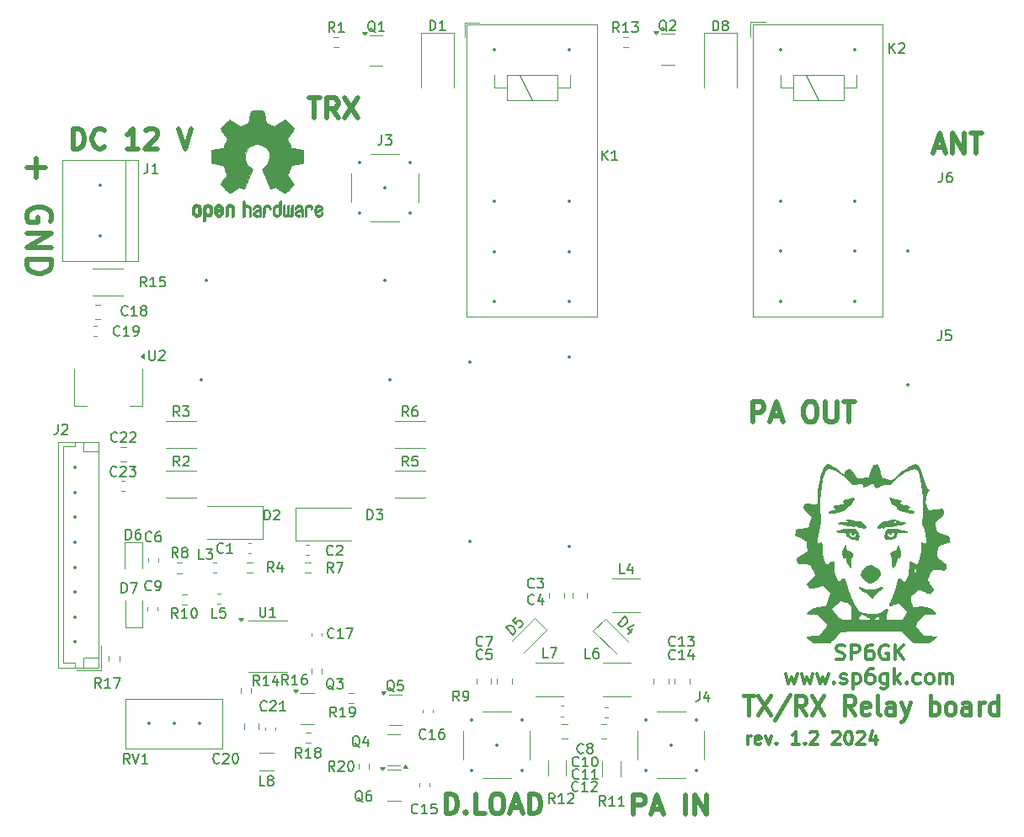
<source format=gto>
%TF.GenerationSoftware,KiCad,Pcbnew,8.0.4*%
%TF.CreationDate,2024-09-14T12:23:51+09:30*%
%TF.ProjectId,TXRX_relay_board,54585258-5f72-4656-9c61-795f626f6172,1.2*%
%TF.SameCoordinates,Original*%
%TF.FileFunction,Legend,Top*%
%TF.FilePolarity,Positive*%
%FSLAX46Y46*%
G04 Gerber Fmt 4.6, Leading zero omitted, Abs format (unit mm)*
G04 Created by KiCad (PCBNEW 8.0.4) date 2024-09-14 12:23:51*
%MOMM*%
%LPD*%
G01*
G04 APERTURE LIST*
%ADD10C,0.300000*%
%ADD11C,0.500000*%
%ADD12C,0.400000*%
%ADD13C,0.150000*%
%ADD14C,0.120000*%
%ADD15C,0.100000*%
%ADD16C,0.000000*%
%ADD17C,0.010000*%
%ADD18C,0.350000*%
G04 APERTURE END LIST*
D10*
X147107143Y-123589484D02*
X147321429Y-123660912D01*
X147321429Y-123660912D02*
X147678571Y-123660912D01*
X147678571Y-123660912D02*
X147821429Y-123589484D01*
X147821429Y-123589484D02*
X147892857Y-123518055D01*
X147892857Y-123518055D02*
X147964286Y-123375198D01*
X147964286Y-123375198D02*
X147964286Y-123232341D01*
X147964286Y-123232341D02*
X147892857Y-123089484D01*
X147892857Y-123089484D02*
X147821429Y-123018055D01*
X147821429Y-123018055D02*
X147678571Y-122946626D01*
X147678571Y-122946626D02*
X147392857Y-122875198D01*
X147392857Y-122875198D02*
X147250000Y-122803769D01*
X147250000Y-122803769D02*
X147178571Y-122732341D01*
X147178571Y-122732341D02*
X147107143Y-122589484D01*
X147107143Y-122589484D02*
X147107143Y-122446626D01*
X147107143Y-122446626D02*
X147178571Y-122303769D01*
X147178571Y-122303769D02*
X147250000Y-122232341D01*
X147250000Y-122232341D02*
X147392857Y-122160912D01*
X147392857Y-122160912D02*
X147750000Y-122160912D01*
X147750000Y-122160912D02*
X147964286Y-122232341D01*
X148607142Y-123660912D02*
X148607142Y-122160912D01*
X148607142Y-122160912D02*
X149178571Y-122160912D01*
X149178571Y-122160912D02*
X149321428Y-122232341D01*
X149321428Y-122232341D02*
X149392857Y-122303769D01*
X149392857Y-122303769D02*
X149464285Y-122446626D01*
X149464285Y-122446626D02*
X149464285Y-122660912D01*
X149464285Y-122660912D02*
X149392857Y-122803769D01*
X149392857Y-122803769D02*
X149321428Y-122875198D01*
X149321428Y-122875198D02*
X149178571Y-122946626D01*
X149178571Y-122946626D02*
X148607142Y-122946626D01*
X150750000Y-122160912D02*
X150464285Y-122160912D01*
X150464285Y-122160912D02*
X150321428Y-122232341D01*
X150321428Y-122232341D02*
X150250000Y-122303769D01*
X150250000Y-122303769D02*
X150107142Y-122518055D01*
X150107142Y-122518055D02*
X150035714Y-122803769D01*
X150035714Y-122803769D02*
X150035714Y-123375198D01*
X150035714Y-123375198D02*
X150107142Y-123518055D01*
X150107142Y-123518055D02*
X150178571Y-123589484D01*
X150178571Y-123589484D02*
X150321428Y-123660912D01*
X150321428Y-123660912D02*
X150607142Y-123660912D01*
X150607142Y-123660912D02*
X150750000Y-123589484D01*
X150750000Y-123589484D02*
X150821428Y-123518055D01*
X150821428Y-123518055D02*
X150892857Y-123375198D01*
X150892857Y-123375198D02*
X150892857Y-123018055D01*
X150892857Y-123018055D02*
X150821428Y-122875198D01*
X150821428Y-122875198D02*
X150750000Y-122803769D01*
X150750000Y-122803769D02*
X150607142Y-122732341D01*
X150607142Y-122732341D02*
X150321428Y-122732341D01*
X150321428Y-122732341D02*
X150178571Y-122803769D01*
X150178571Y-122803769D02*
X150107142Y-122875198D01*
X150107142Y-122875198D02*
X150035714Y-123018055D01*
X152321428Y-122232341D02*
X152178571Y-122160912D01*
X152178571Y-122160912D02*
X151964285Y-122160912D01*
X151964285Y-122160912D02*
X151749999Y-122232341D01*
X151749999Y-122232341D02*
X151607142Y-122375198D01*
X151607142Y-122375198D02*
X151535713Y-122518055D01*
X151535713Y-122518055D02*
X151464285Y-122803769D01*
X151464285Y-122803769D02*
X151464285Y-123018055D01*
X151464285Y-123018055D02*
X151535713Y-123303769D01*
X151535713Y-123303769D02*
X151607142Y-123446626D01*
X151607142Y-123446626D02*
X151749999Y-123589484D01*
X151749999Y-123589484D02*
X151964285Y-123660912D01*
X151964285Y-123660912D02*
X152107142Y-123660912D01*
X152107142Y-123660912D02*
X152321428Y-123589484D01*
X152321428Y-123589484D02*
X152392856Y-123518055D01*
X152392856Y-123518055D02*
X152392856Y-123018055D01*
X152392856Y-123018055D02*
X152107142Y-123018055D01*
X153035713Y-123660912D02*
X153035713Y-122160912D01*
X153892856Y-123660912D02*
X153249999Y-122803769D01*
X153892856Y-122160912D02*
X153035713Y-123018055D01*
X142035713Y-125075828D02*
X142321428Y-126075828D01*
X142321428Y-126075828D02*
X142607142Y-125361542D01*
X142607142Y-125361542D02*
X142892856Y-126075828D01*
X142892856Y-126075828D02*
X143178570Y-125075828D01*
X143607142Y-125075828D02*
X143892857Y-126075828D01*
X143892857Y-126075828D02*
X144178571Y-125361542D01*
X144178571Y-125361542D02*
X144464285Y-126075828D01*
X144464285Y-126075828D02*
X144749999Y-125075828D01*
X145178571Y-125075828D02*
X145464286Y-126075828D01*
X145464286Y-126075828D02*
X145750000Y-125361542D01*
X145750000Y-125361542D02*
X146035714Y-126075828D01*
X146035714Y-126075828D02*
X146321428Y-125075828D01*
X146892857Y-125932971D02*
X146964286Y-126004400D01*
X146964286Y-126004400D02*
X146892857Y-126075828D01*
X146892857Y-126075828D02*
X146821429Y-126004400D01*
X146821429Y-126004400D02*
X146892857Y-125932971D01*
X146892857Y-125932971D02*
X146892857Y-126075828D01*
X147535715Y-126004400D02*
X147678572Y-126075828D01*
X147678572Y-126075828D02*
X147964286Y-126075828D01*
X147964286Y-126075828D02*
X148107143Y-126004400D01*
X148107143Y-126004400D02*
X148178572Y-125861542D01*
X148178572Y-125861542D02*
X148178572Y-125790114D01*
X148178572Y-125790114D02*
X148107143Y-125647257D01*
X148107143Y-125647257D02*
X147964286Y-125575828D01*
X147964286Y-125575828D02*
X147750001Y-125575828D01*
X147750001Y-125575828D02*
X147607143Y-125504400D01*
X147607143Y-125504400D02*
X147535715Y-125361542D01*
X147535715Y-125361542D02*
X147535715Y-125290114D01*
X147535715Y-125290114D02*
X147607143Y-125147257D01*
X147607143Y-125147257D02*
X147750001Y-125075828D01*
X147750001Y-125075828D02*
X147964286Y-125075828D01*
X147964286Y-125075828D02*
X148107143Y-125147257D01*
X148821429Y-125075828D02*
X148821429Y-126575828D01*
X148821429Y-125147257D02*
X148964287Y-125075828D01*
X148964287Y-125075828D02*
X149250001Y-125075828D01*
X149250001Y-125075828D02*
X149392858Y-125147257D01*
X149392858Y-125147257D02*
X149464287Y-125218685D01*
X149464287Y-125218685D02*
X149535715Y-125361542D01*
X149535715Y-125361542D02*
X149535715Y-125790114D01*
X149535715Y-125790114D02*
X149464287Y-125932971D01*
X149464287Y-125932971D02*
X149392858Y-126004400D01*
X149392858Y-126004400D02*
X149250001Y-126075828D01*
X149250001Y-126075828D02*
X148964287Y-126075828D01*
X148964287Y-126075828D02*
X148821429Y-126004400D01*
X150821430Y-124575828D02*
X150535715Y-124575828D01*
X150535715Y-124575828D02*
X150392858Y-124647257D01*
X150392858Y-124647257D02*
X150321430Y-124718685D01*
X150321430Y-124718685D02*
X150178572Y-124932971D01*
X150178572Y-124932971D02*
X150107144Y-125218685D01*
X150107144Y-125218685D02*
X150107144Y-125790114D01*
X150107144Y-125790114D02*
X150178572Y-125932971D01*
X150178572Y-125932971D02*
X150250001Y-126004400D01*
X150250001Y-126004400D02*
X150392858Y-126075828D01*
X150392858Y-126075828D02*
X150678572Y-126075828D01*
X150678572Y-126075828D02*
X150821430Y-126004400D01*
X150821430Y-126004400D02*
X150892858Y-125932971D01*
X150892858Y-125932971D02*
X150964287Y-125790114D01*
X150964287Y-125790114D02*
X150964287Y-125432971D01*
X150964287Y-125432971D02*
X150892858Y-125290114D01*
X150892858Y-125290114D02*
X150821430Y-125218685D01*
X150821430Y-125218685D02*
X150678572Y-125147257D01*
X150678572Y-125147257D02*
X150392858Y-125147257D01*
X150392858Y-125147257D02*
X150250001Y-125218685D01*
X150250001Y-125218685D02*
X150178572Y-125290114D01*
X150178572Y-125290114D02*
X150107144Y-125432971D01*
X152250001Y-125075828D02*
X152250001Y-126290114D01*
X152250001Y-126290114D02*
X152178572Y-126432971D01*
X152178572Y-126432971D02*
X152107143Y-126504400D01*
X152107143Y-126504400D02*
X151964286Y-126575828D01*
X151964286Y-126575828D02*
X151750001Y-126575828D01*
X151750001Y-126575828D02*
X151607143Y-126504400D01*
X152250001Y-126004400D02*
X152107143Y-126075828D01*
X152107143Y-126075828D02*
X151821429Y-126075828D01*
X151821429Y-126075828D02*
X151678572Y-126004400D01*
X151678572Y-126004400D02*
X151607143Y-125932971D01*
X151607143Y-125932971D02*
X151535715Y-125790114D01*
X151535715Y-125790114D02*
X151535715Y-125361542D01*
X151535715Y-125361542D02*
X151607143Y-125218685D01*
X151607143Y-125218685D02*
X151678572Y-125147257D01*
X151678572Y-125147257D02*
X151821429Y-125075828D01*
X151821429Y-125075828D02*
X152107143Y-125075828D01*
X152107143Y-125075828D02*
X152250001Y-125147257D01*
X152964286Y-126075828D02*
X152964286Y-124575828D01*
X153107144Y-125504400D02*
X153535715Y-126075828D01*
X153535715Y-125075828D02*
X152964286Y-125647257D01*
X154178572Y-125932971D02*
X154250001Y-126004400D01*
X154250001Y-126004400D02*
X154178572Y-126075828D01*
X154178572Y-126075828D02*
X154107144Y-126004400D01*
X154107144Y-126004400D02*
X154178572Y-125932971D01*
X154178572Y-125932971D02*
X154178572Y-126075828D01*
X155535716Y-126004400D02*
X155392858Y-126075828D01*
X155392858Y-126075828D02*
X155107144Y-126075828D01*
X155107144Y-126075828D02*
X154964287Y-126004400D01*
X154964287Y-126004400D02*
X154892858Y-125932971D01*
X154892858Y-125932971D02*
X154821430Y-125790114D01*
X154821430Y-125790114D02*
X154821430Y-125361542D01*
X154821430Y-125361542D02*
X154892858Y-125218685D01*
X154892858Y-125218685D02*
X154964287Y-125147257D01*
X154964287Y-125147257D02*
X155107144Y-125075828D01*
X155107144Y-125075828D02*
X155392858Y-125075828D01*
X155392858Y-125075828D02*
X155535716Y-125147257D01*
X156392858Y-126075828D02*
X156250001Y-126004400D01*
X156250001Y-126004400D02*
X156178572Y-125932971D01*
X156178572Y-125932971D02*
X156107144Y-125790114D01*
X156107144Y-125790114D02*
X156107144Y-125361542D01*
X156107144Y-125361542D02*
X156178572Y-125218685D01*
X156178572Y-125218685D02*
X156250001Y-125147257D01*
X156250001Y-125147257D02*
X156392858Y-125075828D01*
X156392858Y-125075828D02*
X156607144Y-125075828D01*
X156607144Y-125075828D02*
X156750001Y-125147257D01*
X156750001Y-125147257D02*
X156821430Y-125218685D01*
X156821430Y-125218685D02*
X156892858Y-125361542D01*
X156892858Y-125361542D02*
X156892858Y-125790114D01*
X156892858Y-125790114D02*
X156821430Y-125932971D01*
X156821430Y-125932971D02*
X156750001Y-126004400D01*
X156750001Y-126004400D02*
X156607144Y-126075828D01*
X156607144Y-126075828D02*
X156392858Y-126075828D01*
X157535715Y-126075828D02*
X157535715Y-125075828D01*
X157535715Y-125218685D02*
X157607144Y-125147257D01*
X157607144Y-125147257D02*
X157750001Y-125075828D01*
X157750001Y-125075828D02*
X157964287Y-125075828D01*
X157964287Y-125075828D02*
X158107144Y-125147257D01*
X158107144Y-125147257D02*
X158178573Y-125290114D01*
X158178573Y-125290114D02*
X158178573Y-126075828D01*
X158178573Y-125290114D02*
X158250001Y-125147257D01*
X158250001Y-125147257D02*
X158392858Y-125075828D01*
X158392858Y-125075828D02*
X158607144Y-125075828D01*
X158607144Y-125075828D02*
X158750001Y-125147257D01*
X158750001Y-125147257D02*
X158821430Y-125290114D01*
X158821430Y-125290114D02*
X158821430Y-126075828D01*
D11*
X70390475Y-72279238D02*
X70390475Y-70279238D01*
X70390475Y-70279238D02*
X70866665Y-70279238D01*
X70866665Y-70279238D02*
X71152380Y-70374476D01*
X71152380Y-70374476D02*
X71342856Y-70564952D01*
X71342856Y-70564952D02*
X71438094Y-70755428D01*
X71438094Y-70755428D02*
X71533332Y-71136380D01*
X71533332Y-71136380D02*
X71533332Y-71422095D01*
X71533332Y-71422095D02*
X71438094Y-71803047D01*
X71438094Y-71803047D02*
X71342856Y-71993523D01*
X71342856Y-71993523D02*
X71152380Y-72184000D01*
X71152380Y-72184000D02*
X70866665Y-72279238D01*
X70866665Y-72279238D02*
X70390475Y-72279238D01*
X73533332Y-72088761D02*
X73438094Y-72184000D01*
X73438094Y-72184000D02*
X73152380Y-72279238D01*
X73152380Y-72279238D02*
X72961904Y-72279238D01*
X72961904Y-72279238D02*
X72676189Y-72184000D01*
X72676189Y-72184000D02*
X72485713Y-71993523D01*
X72485713Y-71993523D02*
X72390475Y-71803047D01*
X72390475Y-71803047D02*
X72295237Y-71422095D01*
X72295237Y-71422095D02*
X72295237Y-71136380D01*
X72295237Y-71136380D02*
X72390475Y-70755428D01*
X72390475Y-70755428D02*
X72485713Y-70564952D01*
X72485713Y-70564952D02*
X72676189Y-70374476D01*
X72676189Y-70374476D02*
X72961904Y-70279238D01*
X72961904Y-70279238D02*
X73152380Y-70279238D01*
X73152380Y-70279238D02*
X73438094Y-70374476D01*
X73438094Y-70374476D02*
X73533332Y-70469714D01*
X76961904Y-72279238D02*
X75819047Y-72279238D01*
X76390475Y-72279238D02*
X76390475Y-70279238D01*
X76390475Y-70279238D02*
X76199999Y-70564952D01*
X76199999Y-70564952D02*
X76009523Y-70755428D01*
X76009523Y-70755428D02*
X75819047Y-70850666D01*
X77723809Y-70469714D02*
X77819047Y-70374476D01*
X77819047Y-70374476D02*
X78009523Y-70279238D01*
X78009523Y-70279238D02*
X78485714Y-70279238D01*
X78485714Y-70279238D02*
X78676190Y-70374476D01*
X78676190Y-70374476D02*
X78771428Y-70469714D01*
X78771428Y-70469714D02*
X78866666Y-70660190D01*
X78866666Y-70660190D02*
X78866666Y-70850666D01*
X78866666Y-70850666D02*
X78771428Y-71136380D01*
X78771428Y-71136380D02*
X77628571Y-72279238D01*
X77628571Y-72279238D02*
X78866666Y-72279238D01*
X80961905Y-70279238D02*
X81628571Y-72279238D01*
X81628571Y-72279238D02*
X82295238Y-70279238D01*
X138699999Y-99729238D02*
X138699999Y-97729238D01*
X138699999Y-97729238D02*
X139461904Y-97729238D01*
X139461904Y-97729238D02*
X139652380Y-97824476D01*
X139652380Y-97824476D02*
X139747618Y-97919714D01*
X139747618Y-97919714D02*
X139842856Y-98110190D01*
X139842856Y-98110190D02*
X139842856Y-98395904D01*
X139842856Y-98395904D02*
X139747618Y-98586380D01*
X139747618Y-98586380D02*
X139652380Y-98681619D01*
X139652380Y-98681619D02*
X139461904Y-98776857D01*
X139461904Y-98776857D02*
X138699999Y-98776857D01*
X140604761Y-99157809D02*
X141557142Y-99157809D01*
X140414285Y-99729238D02*
X141080951Y-97729238D01*
X141080951Y-97729238D02*
X141747618Y-99729238D01*
X144319047Y-97729238D02*
X144700000Y-97729238D01*
X144700000Y-97729238D02*
X144890476Y-97824476D01*
X144890476Y-97824476D02*
X145080952Y-98014952D01*
X145080952Y-98014952D02*
X145176190Y-98395904D01*
X145176190Y-98395904D02*
X145176190Y-99062571D01*
X145176190Y-99062571D02*
X145080952Y-99443523D01*
X145080952Y-99443523D02*
X144890476Y-99634000D01*
X144890476Y-99634000D02*
X144700000Y-99729238D01*
X144700000Y-99729238D02*
X144319047Y-99729238D01*
X144319047Y-99729238D02*
X144128571Y-99634000D01*
X144128571Y-99634000D02*
X143938095Y-99443523D01*
X143938095Y-99443523D02*
X143842857Y-99062571D01*
X143842857Y-99062571D02*
X143842857Y-98395904D01*
X143842857Y-98395904D02*
X143938095Y-98014952D01*
X143938095Y-98014952D02*
X144128571Y-97824476D01*
X144128571Y-97824476D02*
X144319047Y-97729238D01*
X146033333Y-97729238D02*
X146033333Y-99348285D01*
X146033333Y-99348285D02*
X146128571Y-99538761D01*
X146128571Y-99538761D02*
X146223809Y-99634000D01*
X146223809Y-99634000D02*
X146414285Y-99729238D01*
X146414285Y-99729238D02*
X146795238Y-99729238D01*
X146795238Y-99729238D02*
X146985714Y-99634000D01*
X146985714Y-99634000D02*
X147080952Y-99538761D01*
X147080952Y-99538761D02*
X147176190Y-99348285D01*
X147176190Y-99348285D02*
X147176190Y-97729238D01*
X147842857Y-97729238D02*
X148985714Y-97729238D01*
X148414285Y-99729238D02*
X148414285Y-97729238D01*
X94076190Y-67179238D02*
X95219047Y-67179238D01*
X94647618Y-69179238D02*
X94647618Y-67179238D01*
X97028571Y-69179238D02*
X96361904Y-68226857D01*
X95885714Y-69179238D02*
X95885714Y-67179238D01*
X95885714Y-67179238D02*
X96647619Y-67179238D01*
X96647619Y-67179238D02*
X96838095Y-67274476D01*
X96838095Y-67274476D02*
X96933333Y-67369714D01*
X96933333Y-67369714D02*
X97028571Y-67560190D01*
X97028571Y-67560190D02*
X97028571Y-67845904D01*
X97028571Y-67845904D02*
X96933333Y-68036380D01*
X96933333Y-68036380D02*
X96838095Y-68131619D01*
X96838095Y-68131619D02*
X96647619Y-68226857D01*
X96647619Y-68226857D02*
X95885714Y-68226857D01*
X97695238Y-67179238D02*
X99028571Y-69179238D01*
X99028571Y-67179238D02*
X97695238Y-69179238D01*
X126733333Y-139229238D02*
X126733333Y-137229238D01*
X126733333Y-137229238D02*
X127495238Y-137229238D01*
X127495238Y-137229238D02*
X127685714Y-137324476D01*
X127685714Y-137324476D02*
X127780952Y-137419714D01*
X127780952Y-137419714D02*
X127876190Y-137610190D01*
X127876190Y-137610190D02*
X127876190Y-137895904D01*
X127876190Y-137895904D02*
X127780952Y-138086380D01*
X127780952Y-138086380D02*
X127685714Y-138181619D01*
X127685714Y-138181619D02*
X127495238Y-138276857D01*
X127495238Y-138276857D02*
X126733333Y-138276857D01*
X128638095Y-138657809D02*
X129590476Y-138657809D01*
X128447619Y-139229238D02*
X129114285Y-137229238D01*
X129114285Y-137229238D02*
X129780952Y-139229238D01*
X131971429Y-139229238D02*
X131971429Y-137229238D01*
X132923810Y-139229238D02*
X132923810Y-137229238D01*
X132923810Y-137229238D02*
X134066667Y-139229238D01*
X134066667Y-139229238D02*
X134066667Y-137229238D01*
X157014285Y-72157809D02*
X157966666Y-72157809D01*
X156823809Y-72729238D02*
X157490475Y-70729238D01*
X157490475Y-70729238D02*
X158157142Y-72729238D01*
X158823809Y-72729238D02*
X158823809Y-70729238D01*
X158823809Y-70729238D02*
X159966666Y-72729238D01*
X159966666Y-72729238D02*
X159966666Y-70729238D01*
X160633333Y-70729238D02*
X161776190Y-70729238D01*
X161204761Y-72729238D02*
X161204761Y-70729238D01*
X66689333Y-73254314D02*
X66689333Y-75159076D01*
X65736952Y-74206695D02*
X67641714Y-74206695D01*
X68117904Y-79563837D02*
X68236952Y-79325742D01*
X68236952Y-79325742D02*
X68236952Y-78968599D01*
X68236952Y-78968599D02*
X68117904Y-78611456D01*
X68117904Y-78611456D02*
X67879809Y-78373361D01*
X67879809Y-78373361D02*
X67641714Y-78254314D01*
X67641714Y-78254314D02*
X67165523Y-78135266D01*
X67165523Y-78135266D02*
X66808380Y-78135266D01*
X66808380Y-78135266D02*
X66332190Y-78254314D01*
X66332190Y-78254314D02*
X66094095Y-78373361D01*
X66094095Y-78373361D02*
X65856000Y-78611456D01*
X65856000Y-78611456D02*
X65736952Y-78968599D01*
X65736952Y-78968599D02*
X65736952Y-79206695D01*
X65736952Y-79206695D02*
X65856000Y-79563837D01*
X65856000Y-79563837D02*
X65975047Y-79682885D01*
X65975047Y-79682885D02*
X66808380Y-79682885D01*
X66808380Y-79682885D02*
X66808380Y-79206695D01*
X65736952Y-80754314D02*
X68236952Y-80754314D01*
X68236952Y-80754314D02*
X65736952Y-82182885D01*
X65736952Y-82182885D02*
X68236952Y-82182885D01*
X65736952Y-83373362D02*
X68236952Y-83373362D01*
X68236952Y-83373362D02*
X68236952Y-83968600D01*
X68236952Y-83968600D02*
X68117904Y-84325743D01*
X68117904Y-84325743D02*
X67879809Y-84563838D01*
X67879809Y-84563838D02*
X67641714Y-84682885D01*
X67641714Y-84682885D02*
X67165523Y-84801933D01*
X67165523Y-84801933D02*
X66808380Y-84801933D01*
X66808380Y-84801933D02*
X66332190Y-84682885D01*
X66332190Y-84682885D02*
X66094095Y-84563838D01*
X66094095Y-84563838D02*
X65856000Y-84325743D01*
X65856000Y-84325743D02*
X65736952Y-83968600D01*
X65736952Y-83968600D02*
X65736952Y-83373362D01*
D12*
X137809585Y-127234438D02*
X138838157Y-127234438D01*
X138323871Y-129234438D02*
X138323871Y-127234438D01*
X139266728Y-127234438D02*
X140466728Y-129234438D01*
X140466728Y-127234438D02*
X139266728Y-129234438D01*
X142438157Y-127139200D02*
X140895300Y-129710628D01*
X144066728Y-129234438D02*
X143466728Y-128282057D01*
X143038157Y-129234438D02*
X143038157Y-127234438D01*
X143038157Y-127234438D02*
X143723871Y-127234438D01*
X143723871Y-127234438D02*
X143895300Y-127329676D01*
X143895300Y-127329676D02*
X143981014Y-127424914D01*
X143981014Y-127424914D02*
X144066728Y-127615390D01*
X144066728Y-127615390D02*
X144066728Y-127901104D01*
X144066728Y-127901104D02*
X143981014Y-128091580D01*
X143981014Y-128091580D02*
X143895300Y-128186819D01*
X143895300Y-128186819D02*
X143723871Y-128282057D01*
X143723871Y-128282057D02*
X143038157Y-128282057D01*
X144666728Y-127234438D02*
X145866728Y-129234438D01*
X145866728Y-127234438D02*
X144666728Y-129234438D01*
X148952443Y-129234438D02*
X148352443Y-128282057D01*
X147923872Y-129234438D02*
X147923872Y-127234438D01*
X147923872Y-127234438D02*
X148609586Y-127234438D01*
X148609586Y-127234438D02*
X148781015Y-127329676D01*
X148781015Y-127329676D02*
X148866729Y-127424914D01*
X148866729Y-127424914D02*
X148952443Y-127615390D01*
X148952443Y-127615390D02*
X148952443Y-127901104D01*
X148952443Y-127901104D02*
X148866729Y-128091580D01*
X148866729Y-128091580D02*
X148781015Y-128186819D01*
X148781015Y-128186819D02*
X148609586Y-128282057D01*
X148609586Y-128282057D02*
X147923872Y-128282057D01*
X150409586Y-129139200D02*
X150238158Y-129234438D01*
X150238158Y-129234438D02*
X149895301Y-129234438D01*
X149895301Y-129234438D02*
X149723872Y-129139200D01*
X149723872Y-129139200D02*
X149638158Y-128948723D01*
X149638158Y-128948723D02*
X149638158Y-128186819D01*
X149638158Y-128186819D02*
X149723872Y-127996342D01*
X149723872Y-127996342D02*
X149895301Y-127901104D01*
X149895301Y-127901104D02*
X150238158Y-127901104D01*
X150238158Y-127901104D02*
X150409586Y-127996342D01*
X150409586Y-127996342D02*
X150495301Y-128186819D01*
X150495301Y-128186819D02*
X150495301Y-128377295D01*
X150495301Y-128377295D02*
X149638158Y-128567771D01*
X151523872Y-129234438D02*
X151352443Y-129139200D01*
X151352443Y-129139200D02*
X151266729Y-128948723D01*
X151266729Y-128948723D02*
X151266729Y-127234438D01*
X152981015Y-129234438D02*
X152981015Y-128186819D01*
X152981015Y-128186819D02*
X152895300Y-127996342D01*
X152895300Y-127996342D02*
X152723872Y-127901104D01*
X152723872Y-127901104D02*
X152381015Y-127901104D01*
X152381015Y-127901104D02*
X152209586Y-127996342D01*
X152981015Y-129139200D02*
X152809586Y-129234438D01*
X152809586Y-129234438D02*
X152381015Y-129234438D01*
X152381015Y-129234438D02*
X152209586Y-129139200D01*
X152209586Y-129139200D02*
X152123872Y-128948723D01*
X152123872Y-128948723D02*
X152123872Y-128758247D01*
X152123872Y-128758247D02*
X152209586Y-128567771D01*
X152209586Y-128567771D02*
X152381015Y-128472533D01*
X152381015Y-128472533D02*
X152809586Y-128472533D01*
X152809586Y-128472533D02*
X152981015Y-128377295D01*
X153666728Y-127901104D02*
X154095300Y-129234438D01*
X154523871Y-127901104D02*
X154095300Y-129234438D01*
X154095300Y-129234438D02*
X153923871Y-129710628D01*
X153923871Y-129710628D02*
X153838157Y-129805866D01*
X153838157Y-129805866D02*
X153666728Y-129901104D01*
X156581015Y-129234438D02*
X156581015Y-127234438D01*
X156581015Y-127996342D02*
X156752444Y-127901104D01*
X156752444Y-127901104D02*
X157095301Y-127901104D01*
X157095301Y-127901104D02*
X157266729Y-127996342D01*
X157266729Y-127996342D02*
X157352444Y-128091580D01*
X157352444Y-128091580D02*
X157438158Y-128282057D01*
X157438158Y-128282057D02*
X157438158Y-128853485D01*
X157438158Y-128853485D02*
X157352444Y-129043961D01*
X157352444Y-129043961D02*
X157266729Y-129139200D01*
X157266729Y-129139200D02*
X157095301Y-129234438D01*
X157095301Y-129234438D02*
X156752444Y-129234438D01*
X156752444Y-129234438D02*
X156581015Y-129139200D01*
X158466729Y-129234438D02*
X158295300Y-129139200D01*
X158295300Y-129139200D02*
X158209586Y-129043961D01*
X158209586Y-129043961D02*
X158123872Y-128853485D01*
X158123872Y-128853485D02*
X158123872Y-128282057D01*
X158123872Y-128282057D02*
X158209586Y-128091580D01*
X158209586Y-128091580D02*
X158295300Y-127996342D01*
X158295300Y-127996342D02*
X158466729Y-127901104D01*
X158466729Y-127901104D02*
X158723872Y-127901104D01*
X158723872Y-127901104D02*
X158895300Y-127996342D01*
X158895300Y-127996342D02*
X158981015Y-128091580D01*
X158981015Y-128091580D02*
X159066729Y-128282057D01*
X159066729Y-128282057D02*
X159066729Y-128853485D01*
X159066729Y-128853485D02*
X158981015Y-129043961D01*
X158981015Y-129043961D02*
X158895300Y-129139200D01*
X158895300Y-129139200D02*
X158723872Y-129234438D01*
X158723872Y-129234438D02*
X158466729Y-129234438D01*
X160609586Y-129234438D02*
X160609586Y-128186819D01*
X160609586Y-128186819D02*
X160523871Y-127996342D01*
X160523871Y-127996342D02*
X160352443Y-127901104D01*
X160352443Y-127901104D02*
X160009586Y-127901104D01*
X160009586Y-127901104D02*
X159838157Y-127996342D01*
X160609586Y-129139200D02*
X160438157Y-129234438D01*
X160438157Y-129234438D02*
X160009586Y-129234438D01*
X160009586Y-129234438D02*
X159838157Y-129139200D01*
X159838157Y-129139200D02*
X159752443Y-128948723D01*
X159752443Y-128948723D02*
X159752443Y-128758247D01*
X159752443Y-128758247D02*
X159838157Y-128567771D01*
X159838157Y-128567771D02*
X160009586Y-128472533D01*
X160009586Y-128472533D02*
X160438157Y-128472533D01*
X160438157Y-128472533D02*
X160609586Y-128377295D01*
X161466728Y-129234438D02*
X161466728Y-127901104D01*
X161466728Y-128282057D02*
X161552442Y-128091580D01*
X161552442Y-128091580D02*
X161638157Y-127996342D01*
X161638157Y-127996342D02*
X161809585Y-127901104D01*
X161809585Y-127901104D02*
X161981014Y-127901104D01*
X163352443Y-129234438D02*
X163352443Y-127234438D01*
X163352443Y-129139200D02*
X163181014Y-129234438D01*
X163181014Y-129234438D02*
X162838157Y-129234438D01*
X162838157Y-129234438D02*
X162666728Y-129139200D01*
X162666728Y-129139200D02*
X162581014Y-129043961D01*
X162581014Y-129043961D02*
X162495300Y-128853485D01*
X162495300Y-128853485D02*
X162495300Y-128282057D01*
X162495300Y-128282057D02*
X162581014Y-128091580D01*
X162581014Y-128091580D02*
X162666728Y-127996342D01*
X162666728Y-127996342D02*
X162838157Y-127901104D01*
X162838157Y-127901104D02*
X163181014Y-127901104D01*
X163181014Y-127901104D02*
X163352443Y-127996342D01*
D10*
X138206891Y-132175304D02*
X138206891Y-131308638D01*
X138206891Y-131556257D02*
X138268796Y-131432447D01*
X138268796Y-131432447D02*
X138330701Y-131370542D01*
X138330701Y-131370542D02*
X138454510Y-131308638D01*
X138454510Y-131308638D02*
X138578320Y-131308638D01*
X139506891Y-132113400D02*
X139383082Y-132175304D01*
X139383082Y-132175304D02*
X139135463Y-132175304D01*
X139135463Y-132175304D02*
X139011653Y-132113400D01*
X139011653Y-132113400D02*
X138949749Y-131989590D01*
X138949749Y-131989590D02*
X138949749Y-131494352D01*
X138949749Y-131494352D02*
X139011653Y-131370542D01*
X139011653Y-131370542D02*
X139135463Y-131308638D01*
X139135463Y-131308638D02*
X139383082Y-131308638D01*
X139383082Y-131308638D02*
X139506891Y-131370542D01*
X139506891Y-131370542D02*
X139568796Y-131494352D01*
X139568796Y-131494352D02*
X139568796Y-131618161D01*
X139568796Y-131618161D02*
X138949749Y-131741971D01*
X140002130Y-131308638D02*
X140311654Y-132175304D01*
X140311654Y-132175304D02*
X140621177Y-131308638D01*
X141116415Y-132051495D02*
X141178320Y-132113400D01*
X141178320Y-132113400D02*
X141116415Y-132175304D01*
X141116415Y-132175304D02*
X141054511Y-132113400D01*
X141054511Y-132113400D02*
X141116415Y-132051495D01*
X141116415Y-132051495D02*
X141116415Y-132175304D01*
X143406892Y-132175304D02*
X142664035Y-132175304D01*
X143035463Y-132175304D02*
X143035463Y-130875304D01*
X143035463Y-130875304D02*
X142911654Y-131061019D01*
X142911654Y-131061019D02*
X142787844Y-131184828D01*
X142787844Y-131184828D02*
X142664035Y-131246733D01*
X143964034Y-132051495D02*
X144025939Y-132113400D01*
X144025939Y-132113400D02*
X143964034Y-132175304D01*
X143964034Y-132175304D02*
X143902130Y-132113400D01*
X143902130Y-132113400D02*
X143964034Y-132051495D01*
X143964034Y-132051495D02*
X143964034Y-132175304D01*
X144521178Y-130999114D02*
X144583082Y-130937209D01*
X144583082Y-130937209D02*
X144706892Y-130875304D01*
X144706892Y-130875304D02*
X145016416Y-130875304D01*
X145016416Y-130875304D02*
X145140225Y-130937209D01*
X145140225Y-130937209D02*
X145202130Y-130999114D01*
X145202130Y-130999114D02*
X145264035Y-131122923D01*
X145264035Y-131122923D02*
X145264035Y-131246733D01*
X145264035Y-131246733D02*
X145202130Y-131432447D01*
X145202130Y-131432447D02*
X144459273Y-132175304D01*
X144459273Y-132175304D02*
X145264035Y-132175304D01*
X146749749Y-130999114D02*
X146811653Y-130937209D01*
X146811653Y-130937209D02*
X146935463Y-130875304D01*
X146935463Y-130875304D02*
X147244987Y-130875304D01*
X147244987Y-130875304D02*
X147368796Y-130937209D01*
X147368796Y-130937209D02*
X147430701Y-130999114D01*
X147430701Y-130999114D02*
X147492606Y-131122923D01*
X147492606Y-131122923D02*
X147492606Y-131246733D01*
X147492606Y-131246733D02*
X147430701Y-131432447D01*
X147430701Y-131432447D02*
X146687844Y-132175304D01*
X146687844Y-132175304D02*
X147492606Y-132175304D01*
X148297367Y-130875304D02*
X148421177Y-130875304D01*
X148421177Y-130875304D02*
X148544986Y-130937209D01*
X148544986Y-130937209D02*
X148606891Y-130999114D01*
X148606891Y-130999114D02*
X148668796Y-131122923D01*
X148668796Y-131122923D02*
X148730701Y-131370542D01*
X148730701Y-131370542D02*
X148730701Y-131680066D01*
X148730701Y-131680066D02*
X148668796Y-131927685D01*
X148668796Y-131927685D02*
X148606891Y-132051495D01*
X148606891Y-132051495D02*
X148544986Y-132113400D01*
X148544986Y-132113400D02*
X148421177Y-132175304D01*
X148421177Y-132175304D02*
X148297367Y-132175304D01*
X148297367Y-132175304D02*
X148173558Y-132113400D01*
X148173558Y-132113400D02*
X148111653Y-132051495D01*
X148111653Y-132051495D02*
X148049748Y-131927685D01*
X148049748Y-131927685D02*
X147987844Y-131680066D01*
X147987844Y-131680066D02*
X147987844Y-131370542D01*
X147987844Y-131370542D02*
X148049748Y-131122923D01*
X148049748Y-131122923D02*
X148111653Y-130999114D01*
X148111653Y-130999114D02*
X148173558Y-130937209D01*
X148173558Y-130937209D02*
X148297367Y-130875304D01*
X149225939Y-130999114D02*
X149287843Y-130937209D01*
X149287843Y-130937209D02*
X149411653Y-130875304D01*
X149411653Y-130875304D02*
X149721177Y-130875304D01*
X149721177Y-130875304D02*
X149844986Y-130937209D01*
X149844986Y-130937209D02*
X149906891Y-130999114D01*
X149906891Y-130999114D02*
X149968796Y-131122923D01*
X149968796Y-131122923D02*
X149968796Y-131246733D01*
X149968796Y-131246733D02*
X149906891Y-131432447D01*
X149906891Y-131432447D02*
X149164034Y-132175304D01*
X149164034Y-132175304D02*
X149968796Y-132175304D01*
X151083081Y-131308638D02*
X151083081Y-132175304D01*
X150773557Y-130813400D02*
X150464034Y-131741971D01*
X150464034Y-131741971D02*
X151268795Y-131741971D01*
D11*
X107885714Y-139129238D02*
X107885714Y-137129238D01*
X107885714Y-137129238D02*
X108361904Y-137129238D01*
X108361904Y-137129238D02*
X108647619Y-137224476D01*
X108647619Y-137224476D02*
X108838095Y-137414952D01*
X108838095Y-137414952D02*
X108933333Y-137605428D01*
X108933333Y-137605428D02*
X109028571Y-137986380D01*
X109028571Y-137986380D02*
X109028571Y-138272095D01*
X109028571Y-138272095D02*
X108933333Y-138653047D01*
X108933333Y-138653047D02*
X108838095Y-138843523D01*
X108838095Y-138843523D02*
X108647619Y-139034000D01*
X108647619Y-139034000D02*
X108361904Y-139129238D01*
X108361904Y-139129238D02*
X107885714Y-139129238D01*
X109885714Y-138938761D02*
X109980952Y-139034000D01*
X109980952Y-139034000D02*
X109885714Y-139129238D01*
X109885714Y-139129238D02*
X109790476Y-139034000D01*
X109790476Y-139034000D02*
X109885714Y-138938761D01*
X109885714Y-138938761D02*
X109885714Y-139129238D01*
X111790476Y-139129238D02*
X110838095Y-139129238D01*
X110838095Y-139129238D02*
X110838095Y-137129238D01*
X112838095Y-137129238D02*
X113219048Y-137129238D01*
X113219048Y-137129238D02*
X113409524Y-137224476D01*
X113409524Y-137224476D02*
X113600000Y-137414952D01*
X113600000Y-137414952D02*
X113695238Y-137795904D01*
X113695238Y-137795904D02*
X113695238Y-138462571D01*
X113695238Y-138462571D02*
X113600000Y-138843523D01*
X113600000Y-138843523D02*
X113409524Y-139034000D01*
X113409524Y-139034000D02*
X113219048Y-139129238D01*
X113219048Y-139129238D02*
X112838095Y-139129238D01*
X112838095Y-139129238D02*
X112647619Y-139034000D01*
X112647619Y-139034000D02*
X112457143Y-138843523D01*
X112457143Y-138843523D02*
X112361905Y-138462571D01*
X112361905Y-138462571D02*
X112361905Y-137795904D01*
X112361905Y-137795904D02*
X112457143Y-137414952D01*
X112457143Y-137414952D02*
X112647619Y-137224476D01*
X112647619Y-137224476D02*
X112838095Y-137129238D01*
X114457143Y-138557809D02*
X115409524Y-138557809D01*
X114266667Y-139129238D02*
X114933333Y-137129238D01*
X114933333Y-137129238D02*
X115600000Y-139129238D01*
X116266667Y-139129238D02*
X116266667Y-137129238D01*
X116266667Y-137129238D02*
X116742857Y-137129238D01*
X116742857Y-137129238D02*
X117028572Y-137224476D01*
X117028572Y-137224476D02*
X117219048Y-137414952D01*
X117219048Y-137414952D02*
X117314286Y-137605428D01*
X117314286Y-137605428D02*
X117409524Y-137986380D01*
X117409524Y-137986380D02*
X117409524Y-138272095D01*
X117409524Y-138272095D02*
X117314286Y-138653047D01*
X117314286Y-138653047D02*
X117219048Y-138843523D01*
X117219048Y-138843523D02*
X117028572Y-139034000D01*
X117028572Y-139034000D02*
X116742857Y-139129238D01*
X116742857Y-139129238D02*
X116266667Y-139129238D01*
D13*
X75690505Y-111563019D02*
X75690505Y-110563019D01*
X75690505Y-110563019D02*
X75928600Y-110563019D01*
X75928600Y-110563019D02*
X76071457Y-110610638D01*
X76071457Y-110610638D02*
X76166695Y-110705876D01*
X76166695Y-110705876D02*
X76214314Y-110801114D01*
X76214314Y-110801114D02*
X76261933Y-110991590D01*
X76261933Y-110991590D02*
X76261933Y-111134447D01*
X76261933Y-111134447D02*
X76214314Y-111324923D01*
X76214314Y-111324923D02*
X76166695Y-111420161D01*
X76166695Y-111420161D02*
X76071457Y-111515400D01*
X76071457Y-111515400D02*
X75928600Y-111563019D01*
X75928600Y-111563019D02*
X75690505Y-111563019D01*
X77119076Y-110563019D02*
X76928600Y-110563019D01*
X76928600Y-110563019D02*
X76833362Y-110610638D01*
X76833362Y-110610638D02*
X76785743Y-110658257D01*
X76785743Y-110658257D02*
X76690505Y-110801114D01*
X76690505Y-110801114D02*
X76642886Y-110991590D01*
X76642886Y-110991590D02*
X76642886Y-111372542D01*
X76642886Y-111372542D02*
X76690505Y-111467780D01*
X76690505Y-111467780D02*
X76738124Y-111515400D01*
X76738124Y-111515400D02*
X76833362Y-111563019D01*
X76833362Y-111563019D02*
X77023838Y-111563019D01*
X77023838Y-111563019D02*
X77119076Y-111515400D01*
X77119076Y-111515400D02*
X77166695Y-111467780D01*
X77166695Y-111467780D02*
X77214314Y-111372542D01*
X77214314Y-111372542D02*
X77214314Y-111134447D01*
X77214314Y-111134447D02*
X77166695Y-111039209D01*
X77166695Y-111039209D02*
X77119076Y-110991590D01*
X77119076Y-110991590D02*
X77023838Y-110943971D01*
X77023838Y-110943971D02*
X76833362Y-110943971D01*
X76833362Y-110943971D02*
X76738124Y-110991590D01*
X76738124Y-110991590D02*
X76690505Y-111039209D01*
X76690505Y-111039209D02*
X76642886Y-111134447D01*
X84847133Y-119444619D02*
X84370943Y-119444619D01*
X84370943Y-119444619D02*
X84370943Y-118444619D01*
X85656657Y-118444619D02*
X85180467Y-118444619D01*
X85180467Y-118444619D02*
X85132848Y-118920809D01*
X85132848Y-118920809D02*
X85180467Y-118873190D01*
X85180467Y-118873190D02*
X85275705Y-118825571D01*
X85275705Y-118825571D02*
X85513800Y-118825571D01*
X85513800Y-118825571D02*
X85609038Y-118873190D01*
X85609038Y-118873190D02*
X85656657Y-118920809D01*
X85656657Y-118920809D02*
X85704276Y-119016047D01*
X85704276Y-119016047D02*
X85704276Y-119254142D01*
X85704276Y-119254142D02*
X85656657Y-119349380D01*
X85656657Y-119349380D02*
X85609038Y-119397000D01*
X85609038Y-119397000D02*
X85513800Y-119444619D01*
X85513800Y-119444619D02*
X85275705Y-119444619D01*
X85275705Y-119444619D02*
X85180467Y-119397000D01*
X85180467Y-119397000D02*
X85132848Y-119349380D01*
X123561905Y-73454819D02*
X123561905Y-72454819D01*
X124133333Y-73454819D02*
X123704762Y-72883390D01*
X124133333Y-72454819D02*
X123561905Y-73026247D01*
X125085714Y-73454819D02*
X124514286Y-73454819D01*
X124800000Y-73454819D02*
X124800000Y-72454819D01*
X124800000Y-72454819D02*
X124704762Y-72597676D01*
X124704762Y-72597676D02*
X124609524Y-72692914D01*
X124609524Y-72692914D02*
X124514286Y-72740533D01*
X92007142Y-126154819D02*
X91673809Y-125678628D01*
X91435714Y-126154819D02*
X91435714Y-125154819D01*
X91435714Y-125154819D02*
X91816666Y-125154819D01*
X91816666Y-125154819D02*
X91911904Y-125202438D01*
X91911904Y-125202438D02*
X91959523Y-125250057D01*
X91959523Y-125250057D02*
X92007142Y-125345295D01*
X92007142Y-125345295D02*
X92007142Y-125488152D01*
X92007142Y-125488152D02*
X91959523Y-125583390D01*
X91959523Y-125583390D02*
X91911904Y-125631009D01*
X91911904Y-125631009D02*
X91816666Y-125678628D01*
X91816666Y-125678628D02*
X91435714Y-125678628D01*
X92959523Y-126154819D02*
X92388095Y-126154819D01*
X92673809Y-126154819D02*
X92673809Y-125154819D01*
X92673809Y-125154819D02*
X92578571Y-125297676D01*
X92578571Y-125297676D02*
X92483333Y-125392914D01*
X92483333Y-125392914D02*
X92388095Y-125440533D01*
X93816666Y-125154819D02*
X93626190Y-125154819D01*
X93626190Y-125154819D02*
X93530952Y-125202438D01*
X93530952Y-125202438D02*
X93483333Y-125250057D01*
X93483333Y-125250057D02*
X93388095Y-125392914D01*
X93388095Y-125392914D02*
X93340476Y-125583390D01*
X93340476Y-125583390D02*
X93340476Y-125964342D01*
X93340476Y-125964342D02*
X93388095Y-126059580D01*
X93388095Y-126059580D02*
X93435714Y-126107200D01*
X93435714Y-126107200D02*
X93530952Y-126154819D01*
X93530952Y-126154819D02*
X93721428Y-126154819D01*
X93721428Y-126154819D02*
X93816666Y-126107200D01*
X93816666Y-126107200D02*
X93864285Y-126059580D01*
X93864285Y-126059580D02*
X93911904Y-125964342D01*
X93911904Y-125964342D02*
X93911904Y-125726247D01*
X93911904Y-125726247D02*
X93864285Y-125631009D01*
X93864285Y-125631009D02*
X93816666Y-125583390D01*
X93816666Y-125583390D02*
X93721428Y-125535771D01*
X93721428Y-125535771D02*
X93530952Y-125535771D01*
X93530952Y-125535771D02*
X93435714Y-125583390D01*
X93435714Y-125583390D02*
X93388095Y-125631009D01*
X93388095Y-125631009D02*
X93340476Y-125726247D01*
X80916542Y-119470019D02*
X80583209Y-118993828D01*
X80345114Y-119470019D02*
X80345114Y-118470019D01*
X80345114Y-118470019D02*
X80726066Y-118470019D01*
X80726066Y-118470019D02*
X80821304Y-118517638D01*
X80821304Y-118517638D02*
X80868923Y-118565257D01*
X80868923Y-118565257D02*
X80916542Y-118660495D01*
X80916542Y-118660495D02*
X80916542Y-118803352D01*
X80916542Y-118803352D02*
X80868923Y-118898590D01*
X80868923Y-118898590D02*
X80821304Y-118946209D01*
X80821304Y-118946209D02*
X80726066Y-118993828D01*
X80726066Y-118993828D02*
X80345114Y-118993828D01*
X81868923Y-119470019D02*
X81297495Y-119470019D01*
X81583209Y-119470019D02*
X81583209Y-118470019D01*
X81583209Y-118470019D02*
X81487971Y-118612876D01*
X81487971Y-118612876D02*
X81392733Y-118708114D01*
X81392733Y-118708114D02*
X81297495Y-118755733D01*
X82487971Y-118470019D02*
X82583209Y-118470019D01*
X82583209Y-118470019D02*
X82678447Y-118517638D01*
X82678447Y-118517638D02*
X82726066Y-118565257D01*
X82726066Y-118565257D02*
X82773685Y-118660495D01*
X82773685Y-118660495D02*
X82821304Y-118850971D01*
X82821304Y-118850971D02*
X82821304Y-119089066D01*
X82821304Y-119089066D02*
X82773685Y-119279542D01*
X82773685Y-119279542D02*
X82726066Y-119374780D01*
X82726066Y-119374780D02*
X82678447Y-119422400D01*
X82678447Y-119422400D02*
X82583209Y-119470019D01*
X82583209Y-119470019D02*
X82487971Y-119470019D01*
X82487971Y-119470019D02*
X82392733Y-119422400D01*
X82392733Y-119422400D02*
X82345114Y-119374780D01*
X82345114Y-119374780D02*
X82297495Y-119279542D01*
X82297495Y-119279542D02*
X82249876Y-119089066D01*
X82249876Y-119089066D02*
X82249876Y-118850971D01*
X82249876Y-118850971D02*
X82297495Y-118660495D01*
X82297495Y-118660495D02*
X82345114Y-118565257D01*
X82345114Y-118565257D02*
X82392733Y-118517638D01*
X82392733Y-118517638D02*
X82487971Y-118470019D01*
X85082142Y-133984580D02*
X85034523Y-134032200D01*
X85034523Y-134032200D02*
X84891666Y-134079819D01*
X84891666Y-134079819D02*
X84796428Y-134079819D01*
X84796428Y-134079819D02*
X84653571Y-134032200D01*
X84653571Y-134032200D02*
X84558333Y-133936961D01*
X84558333Y-133936961D02*
X84510714Y-133841723D01*
X84510714Y-133841723D02*
X84463095Y-133651247D01*
X84463095Y-133651247D02*
X84463095Y-133508390D01*
X84463095Y-133508390D02*
X84510714Y-133317914D01*
X84510714Y-133317914D02*
X84558333Y-133222676D01*
X84558333Y-133222676D02*
X84653571Y-133127438D01*
X84653571Y-133127438D02*
X84796428Y-133079819D01*
X84796428Y-133079819D02*
X84891666Y-133079819D01*
X84891666Y-133079819D02*
X85034523Y-133127438D01*
X85034523Y-133127438D02*
X85082142Y-133175057D01*
X85463095Y-133175057D02*
X85510714Y-133127438D01*
X85510714Y-133127438D02*
X85605952Y-133079819D01*
X85605952Y-133079819D02*
X85844047Y-133079819D01*
X85844047Y-133079819D02*
X85939285Y-133127438D01*
X85939285Y-133127438D02*
X85986904Y-133175057D01*
X85986904Y-133175057D02*
X86034523Y-133270295D01*
X86034523Y-133270295D02*
X86034523Y-133365533D01*
X86034523Y-133365533D02*
X85986904Y-133508390D01*
X85986904Y-133508390D02*
X85415476Y-134079819D01*
X85415476Y-134079819D02*
X86034523Y-134079819D01*
X86653571Y-133079819D02*
X86748809Y-133079819D01*
X86748809Y-133079819D02*
X86844047Y-133127438D01*
X86844047Y-133127438D02*
X86891666Y-133175057D01*
X86891666Y-133175057D02*
X86939285Y-133270295D01*
X86939285Y-133270295D02*
X86986904Y-133460771D01*
X86986904Y-133460771D02*
X86986904Y-133698866D01*
X86986904Y-133698866D02*
X86939285Y-133889342D01*
X86939285Y-133889342D02*
X86891666Y-133984580D01*
X86891666Y-133984580D02*
X86844047Y-134032200D01*
X86844047Y-134032200D02*
X86748809Y-134079819D01*
X86748809Y-134079819D02*
X86653571Y-134079819D01*
X86653571Y-134079819D02*
X86558333Y-134032200D01*
X86558333Y-134032200D02*
X86510714Y-133984580D01*
X86510714Y-133984580D02*
X86463095Y-133889342D01*
X86463095Y-133889342D02*
X86415476Y-133698866D01*
X86415476Y-133698866D02*
X86415476Y-133460771D01*
X86415476Y-133460771D02*
X86463095Y-133270295D01*
X86463095Y-133270295D02*
X86510714Y-133175057D01*
X86510714Y-133175057D02*
X86558333Y-133127438D01*
X86558333Y-133127438D02*
X86653571Y-133079819D01*
X121207142Y-134309580D02*
X121159523Y-134357200D01*
X121159523Y-134357200D02*
X121016666Y-134404819D01*
X121016666Y-134404819D02*
X120921428Y-134404819D01*
X120921428Y-134404819D02*
X120778571Y-134357200D01*
X120778571Y-134357200D02*
X120683333Y-134261961D01*
X120683333Y-134261961D02*
X120635714Y-134166723D01*
X120635714Y-134166723D02*
X120588095Y-133976247D01*
X120588095Y-133976247D02*
X120588095Y-133833390D01*
X120588095Y-133833390D02*
X120635714Y-133642914D01*
X120635714Y-133642914D02*
X120683333Y-133547676D01*
X120683333Y-133547676D02*
X120778571Y-133452438D01*
X120778571Y-133452438D02*
X120921428Y-133404819D01*
X120921428Y-133404819D02*
X121016666Y-133404819D01*
X121016666Y-133404819D02*
X121159523Y-133452438D01*
X121159523Y-133452438D02*
X121207142Y-133500057D01*
X122159523Y-134404819D02*
X121588095Y-134404819D01*
X121873809Y-134404819D02*
X121873809Y-133404819D01*
X121873809Y-133404819D02*
X121778571Y-133547676D01*
X121778571Y-133547676D02*
X121683333Y-133642914D01*
X121683333Y-133642914D02*
X121588095Y-133690533D01*
X122778571Y-133404819D02*
X122873809Y-133404819D01*
X122873809Y-133404819D02*
X122969047Y-133452438D01*
X122969047Y-133452438D02*
X123016666Y-133500057D01*
X123016666Y-133500057D02*
X123064285Y-133595295D01*
X123064285Y-133595295D02*
X123111904Y-133785771D01*
X123111904Y-133785771D02*
X123111904Y-134023866D01*
X123111904Y-134023866D02*
X123064285Y-134214342D01*
X123064285Y-134214342D02*
X123016666Y-134309580D01*
X123016666Y-134309580D02*
X122969047Y-134357200D01*
X122969047Y-134357200D02*
X122873809Y-134404819D01*
X122873809Y-134404819D02*
X122778571Y-134404819D01*
X122778571Y-134404819D02*
X122683333Y-134357200D01*
X122683333Y-134357200D02*
X122635714Y-134309580D01*
X122635714Y-134309580D02*
X122588095Y-134214342D01*
X122588095Y-134214342D02*
X122540476Y-134023866D01*
X122540476Y-134023866D02*
X122540476Y-133785771D01*
X122540476Y-133785771D02*
X122588095Y-133595295D01*
X122588095Y-133595295D02*
X122635714Y-133500057D01*
X122635714Y-133500057D02*
X122683333Y-133452438D01*
X122683333Y-133452438D02*
X122778571Y-133404819D01*
X78038095Y-92554819D02*
X78038095Y-93364342D01*
X78038095Y-93364342D02*
X78085714Y-93459580D01*
X78085714Y-93459580D02*
X78133333Y-93507200D01*
X78133333Y-93507200D02*
X78228571Y-93554819D01*
X78228571Y-93554819D02*
X78419047Y-93554819D01*
X78419047Y-93554819D02*
X78514285Y-93507200D01*
X78514285Y-93507200D02*
X78561904Y-93459580D01*
X78561904Y-93459580D02*
X78609523Y-93364342D01*
X78609523Y-93364342D02*
X78609523Y-92554819D01*
X79038095Y-92650057D02*
X79085714Y-92602438D01*
X79085714Y-92602438D02*
X79180952Y-92554819D01*
X79180952Y-92554819D02*
X79419047Y-92554819D01*
X79419047Y-92554819D02*
X79514285Y-92602438D01*
X79514285Y-92602438D02*
X79561904Y-92650057D01*
X79561904Y-92650057D02*
X79609523Y-92745295D01*
X79609523Y-92745295D02*
X79609523Y-92840533D01*
X79609523Y-92840533D02*
X79561904Y-92983390D01*
X79561904Y-92983390D02*
X78990476Y-93554819D01*
X78990476Y-93554819D02*
X79609523Y-93554819D01*
X90536733Y-114831019D02*
X90203400Y-114354828D01*
X89965305Y-114831019D02*
X89965305Y-113831019D01*
X89965305Y-113831019D02*
X90346257Y-113831019D01*
X90346257Y-113831019D02*
X90441495Y-113878638D01*
X90441495Y-113878638D02*
X90489114Y-113926257D01*
X90489114Y-113926257D02*
X90536733Y-114021495D01*
X90536733Y-114021495D02*
X90536733Y-114164352D01*
X90536733Y-114164352D02*
X90489114Y-114259590D01*
X90489114Y-114259590D02*
X90441495Y-114307209D01*
X90441495Y-114307209D02*
X90346257Y-114354828D01*
X90346257Y-114354828D02*
X89965305Y-114354828D01*
X91393876Y-114164352D02*
X91393876Y-114831019D01*
X91155781Y-113783400D02*
X90917686Y-114497685D01*
X90917686Y-114497685D02*
X91536733Y-114497685D01*
X99204761Y-132450057D02*
X99109523Y-132402438D01*
X99109523Y-132402438D02*
X99014285Y-132307200D01*
X99014285Y-132307200D02*
X98871428Y-132164342D01*
X98871428Y-132164342D02*
X98776190Y-132116723D01*
X98776190Y-132116723D02*
X98680952Y-132116723D01*
X98728571Y-132354819D02*
X98633333Y-132307200D01*
X98633333Y-132307200D02*
X98538095Y-132211961D01*
X98538095Y-132211961D02*
X98490476Y-132021485D01*
X98490476Y-132021485D02*
X98490476Y-131688152D01*
X98490476Y-131688152D02*
X98538095Y-131497676D01*
X98538095Y-131497676D02*
X98633333Y-131402438D01*
X98633333Y-131402438D02*
X98728571Y-131354819D01*
X98728571Y-131354819D02*
X98919047Y-131354819D01*
X98919047Y-131354819D02*
X99014285Y-131402438D01*
X99014285Y-131402438D02*
X99109523Y-131497676D01*
X99109523Y-131497676D02*
X99157142Y-131688152D01*
X99157142Y-131688152D02*
X99157142Y-132021485D01*
X99157142Y-132021485D02*
X99109523Y-132211961D01*
X99109523Y-132211961D02*
X99014285Y-132307200D01*
X99014285Y-132307200D02*
X98919047Y-132354819D01*
X98919047Y-132354819D02*
X98728571Y-132354819D01*
X100014285Y-131688152D02*
X100014285Y-132354819D01*
X99776190Y-131307200D02*
X99538095Y-132021485D01*
X99538095Y-132021485D02*
X100157142Y-132021485D01*
X152461905Y-62654819D02*
X152461905Y-61654819D01*
X153033333Y-62654819D02*
X152604762Y-62083390D01*
X153033333Y-61654819D02*
X152461905Y-62226247D01*
X153414286Y-61750057D02*
X153461905Y-61702438D01*
X153461905Y-61702438D02*
X153557143Y-61654819D01*
X153557143Y-61654819D02*
X153795238Y-61654819D01*
X153795238Y-61654819D02*
X153890476Y-61702438D01*
X153890476Y-61702438D02*
X153938095Y-61750057D01*
X153938095Y-61750057D02*
X153985714Y-61845295D01*
X153985714Y-61845295D02*
X153985714Y-61940533D01*
X153985714Y-61940533D02*
X153938095Y-62083390D01*
X153938095Y-62083390D02*
X153366667Y-62654819D01*
X153366667Y-62654819D02*
X153985714Y-62654819D01*
X100767261Y-60550057D02*
X100672023Y-60502438D01*
X100672023Y-60502438D02*
X100576785Y-60407200D01*
X100576785Y-60407200D02*
X100433928Y-60264342D01*
X100433928Y-60264342D02*
X100338690Y-60216723D01*
X100338690Y-60216723D02*
X100243452Y-60216723D01*
X100291071Y-60454819D02*
X100195833Y-60407200D01*
X100195833Y-60407200D02*
X100100595Y-60311961D01*
X100100595Y-60311961D02*
X100052976Y-60121485D01*
X100052976Y-60121485D02*
X100052976Y-59788152D01*
X100052976Y-59788152D02*
X100100595Y-59597676D01*
X100100595Y-59597676D02*
X100195833Y-59502438D01*
X100195833Y-59502438D02*
X100291071Y-59454819D01*
X100291071Y-59454819D02*
X100481547Y-59454819D01*
X100481547Y-59454819D02*
X100576785Y-59502438D01*
X100576785Y-59502438D02*
X100672023Y-59597676D01*
X100672023Y-59597676D02*
X100719642Y-59788152D01*
X100719642Y-59788152D02*
X100719642Y-60121485D01*
X100719642Y-60121485D02*
X100672023Y-60311961D01*
X100672023Y-60311961D02*
X100576785Y-60407200D01*
X100576785Y-60407200D02*
X100481547Y-60454819D01*
X100481547Y-60454819D02*
X100291071Y-60454819D01*
X101672023Y-60454819D02*
X101100595Y-60454819D01*
X101386309Y-60454819D02*
X101386309Y-59454819D01*
X101386309Y-59454819D02*
X101291071Y-59597676D01*
X101291071Y-59597676D02*
X101195833Y-59692914D01*
X101195833Y-59692914D02*
X101100595Y-59740533D01*
X85456733Y-112830780D02*
X85409114Y-112878400D01*
X85409114Y-112878400D02*
X85266257Y-112926019D01*
X85266257Y-112926019D02*
X85171019Y-112926019D01*
X85171019Y-112926019D02*
X85028162Y-112878400D01*
X85028162Y-112878400D02*
X84932924Y-112783161D01*
X84932924Y-112783161D02*
X84885305Y-112687923D01*
X84885305Y-112687923D02*
X84837686Y-112497447D01*
X84837686Y-112497447D02*
X84837686Y-112354590D01*
X84837686Y-112354590D02*
X84885305Y-112164114D01*
X84885305Y-112164114D02*
X84932924Y-112068876D01*
X84932924Y-112068876D02*
X85028162Y-111973638D01*
X85028162Y-111973638D02*
X85171019Y-111926019D01*
X85171019Y-111926019D02*
X85266257Y-111926019D01*
X85266257Y-111926019D02*
X85409114Y-111973638D01*
X85409114Y-111973638D02*
X85456733Y-112021257D01*
X86409114Y-112926019D02*
X85837686Y-112926019D01*
X86123400Y-112926019D02*
X86123400Y-111926019D01*
X86123400Y-111926019D02*
X86028162Y-112068876D01*
X86028162Y-112068876D02*
X85932924Y-112164114D01*
X85932924Y-112164114D02*
X85837686Y-112211733D01*
X130907142Y-123559580D02*
X130859523Y-123607200D01*
X130859523Y-123607200D02*
X130716666Y-123654819D01*
X130716666Y-123654819D02*
X130621428Y-123654819D01*
X130621428Y-123654819D02*
X130478571Y-123607200D01*
X130478571Y-123607200D02*
X130383333Y-123511961D01*
X130383333Y-123511961D02*
X130335714Y-123416723D01*
X130335714Y-123416723D02*
X130288095Y-123226247D01*
X130288095Y-123226247D02*
X130288095Y-123083390D01*
X130288095Y-123083390D02*
X130335714Y-122892914D01*
X130335714Y-122892914D02*
X130383333Y-122797676D01*
X130383333Y-122797676D02*
X130478571Y-122702438D01*
X130478571Y-122702438D02*
X130621428Y-122654819D01*
X130621428Y-122654819D02*
X130716666Y-122654819D01*
X130716666Y-122654819D02*
X130859523Y-122702438D01*
X130859523Y-122702438D02*
X130907142Y-122750057D01*
X131859523Y-123654819D02*
X131288095Y-123654819D01*
X131573809Y-123654819D02*
X131573809Y-122654819D01*
X131573809Y-122654819D02*
X131478571Y-122797676D01*
X131478571Y-122797676D02*
X131383333Y-122892914D01*
X131383333Y-122892914D02*
X131288095Y-122940533D01*
X132716666Y-122988152D02*
X132716666Y-123654819D01*
X132478571Y-122607200D02*
X132240476Y-123321485D01*
X132240476Y-123321485D02*
X132859523Y-123321485D01*
X77891666Y-73754819D02*
X77891666Y-74469104D01*
X77891666Y-74469104D02*
X77844047Y-74611961D01*
X77844047Y-74611961D02*
X77748809Y-74707200D01*
X77748809Y-74707200D02*
X77605952Y-74754819D01*
X77605952Y-74754819D02*
X77510714Y-74754819D01*
X78891666Y-74754819D02*
X78320238Y-74754819D01*
X78605952Y-74754819D02*
X78605952Y-73754819D01*
X78605952Y-73754819D02*
X78510714Y-73897676D01*
X78510714Y-73897676D02*
X78415476Y-73992914D01*
X78415476Y-73992914D02*
X78320238Y-74040533D01*
X118132141Y-123456565D02*
X117655951Y-123456565D01*
X117655951Y-123456565D02*
X117655951Y-122456565D01*
X118370237Y-122456565D02*
X119036903Y-122456565D01*
X119036903Y-122456565D02*
X118608332Y-123456565D01*
X123907142Y-138354819D02*
X123573809Y-137878628D01*
X123335714Y-138354819D02*
X123335714Y-137354819D01*
X123335714Y-137354819D02*
X123716666Y-137354819D01*
X123716666Y-137354819D02*
X123811904Y-137402438D01*
X123811904Y-137402438D02*
X123859523Y-137450057D01*
X123859523Y-137450057D02*
X123907142Y-137545295D01*
X123907142Y-137545295D02*
X123907142Y-137688152D01*
X123907142Y-137688152D02*
X123859523Y-137783390D01*
X123859523Y-137783390D02*
X123811904Y-137831009D01*
X123811904Y-137831009D02*
X123716666Y-137878628D01*
X123716666Y-137878628D02*
X123335714Y-137878628D01*
X124859523Y-138354819D02*
X124288095Y-138354819D01*
X124573809Y-138354819D02*
X124573809Y-137354819D01*
X124573809Y-137354819D02*
X124478571Y-137497676D01*
X124478571Y-137497676D02*
X124383333Y-137592914D01*
X124383333Y-137592914D02*
X124288095Y-137640533D01*
X125811904Y-138354819D02*
X125240476Y-138354819D01*
X125526190Y-138354819D02*
X125526190Y-137354819D01*
X125526190Y-137354819D02*
X125430952Y-137497676D01*
X125430952Y-137497676D02*
X125335714Y-137592914D01*
X125335714Y-137592914D02*
X125240476Y-137640533D01*
X96588342Y-121390580D02*
X96540723Y-121438200D01*
X96540723Y-121438200D02*
X96397866Y-121485819D01*
X96397866Y-121485819D02*
X96302628Y-121485819D01*
X96302628Y-121485819D02*
X96159771Y-121438200D01*
X96159771Y-121438200D02*
X96064533Y-121342961D01*
X96064533Y-121342961D02*
X96016914Y-121247723D01*
X96016914Y-121247723D02*
X95969295Y-121057247D01*
X95969295Y-121057247D02*
X95969295Y-120914390D01*
X95969295Y-120914390D02*
X96016914Y-120723914D01*
X96016914Y-120723914D02*
X96064533Y-120628676D01*
X96064533Y-120628676D02*
X96159771Y-120533438D01*
X96159771Y-120533438D02*
X96302628Y-120485819D01*
X96302628Y-120485819D02*
X96397866Y-120485819D01*
X96397866Y-120485819D02*
X96540723Y-120533438D01*
X96540723Y-120533438D02*
X96588342Y-120581057D01*
X97540723Y-121485819D02*
X96969295Y-121485819D01*
X97255009Y-121485819D02*
X97255009Y-120485819D01*
X97255009Y-120485819D02*
X97159771Y-120628676D01*
X97159771Y-120628676D02*
X97064533Y-120723914D01*
X97064533Y-120723914D02*
X96969295Y-120771533D01*
X97874057Y-120485819D02*
X98540723Y-120485819D01*
X98540723Y-120485819D02*
X98112152Y-121485819D01*
X75074542Y-91012180D02*
X75026923Y-91059800D01*
X75026923Y-91059800D02*
X74884066Y-91107419D01*
X74884066Y-91107419D02*
X74788828Y-91107419D01*
X74788828Y-91107419D02*
X74645971Y-91059800D01*
X74645971Y-91059800D02*
X74550733Y-90964561D01*
X74550733Y-90964561D02*
X74503114Y-90869323D01*
X74503114Y-90869323D02*
X74455495Y-90678847D01*
X74455495Y-90678847D02*
X74455495Y-90535990D01*
X74455495Y-90535990D02*
X74503114Y-90345514D01*
X74503114Y-90345514D02*
X74550733Y-90250276D01*
X74550733Y-90250276D02*
X74645971Y-90155038D01*
X74645971Y-90155038D02*
X74788828Y-90107419D01*
X74788828Y-90107419D02*
X74884066Y-90107419D01*
X74884066Y-90107419D02*
X75026923Y-90155038D01*
X75026923Y-90155038D02*
X75074542Y-90202657D01*
X76026923Y-91107419D02*
X75455495Y-91107419D01*
X75741209Y-91107419D02*
X75741209Y-90107419D01*
X75741209Y-90107419D02*
X75645971Y-90250276D01*
X75645971Y-90250276D02*
X75550733Y-90345514D01*
X75550733Y-90345514D02*
X75455495Y-90393133D01*
X76503114Y-91107419D02*
X76693590Y-91107419D01*
X76693590Y-91107419D02*
X76788828Y-91059800D01*
X76788828Y-91059800D02*
X76836447Y-91012180D01*
X76836447Y-91012180D02*
X76931685Y-90869323D01*
X76931685Y-90869323D02*
X76979304Y-90678847D01*
X76979304Y-90678847D02*
X76979304Y-90297895D01*
X76979304Y-90297895D02*
X76931685Y-90202657D01*
X76931685Y-90202657D02*
X76884066Y-90155038D01*
X76884066Y-90155038D02*
X76788828Y-90107419D01*
X76788828Y-90107419D02*
X76598352Y-90107419D01*
X76598352Y-90107419D02*
X76503114Y-90155038D01*
X76503114Y-90155038D02*
X76455495Y-90202657D01*
X76455495Y-90202657D02*
X76407876Y-90297895D01*
X76407876Y-90297895D02*
X76407876Y-90535990D01*
X76407876Y-90535990D02*
X76455495Y-90631228D01*
X76455495Y-90631228D02*
X76503114Y-90678847D01*
X76503114Y-90678847D02*
X76598352Y-90726466D01*
X76598352Y-90726466D02*
X76788828Y-90726466D01*
X76788828Y-90726466D02*
X76884066Y-90678847D01*
X76884066Y-90678847D02*
X76931685Y-90631228D01*
X76931685Y-90631228D02*
X76979304Y-90535990D01*
X125833333Y-115004319D02*
X125357143Y-115004319D01*
X125357143Y-115004319D02*
X125357143Y-114004319D01*
X126595238Y-114337652D02*
X126595238Y-115004319D01*
X126357143Y-113956700D02*
X126119048Y-114670985D01*
X126119048Y-114670985D02*
X126738095Y-114670985D01*
X93357142Y-133529819D02*
X93023809Y-133053628D01*
X92785714Y-133529819D02*
X92785714Y-132529819D01*
X92785714Y-132529819D02*
X93166666Y-132529819D01*
X93166666Y-132529819D02*
X93261904Y-132577438D01*
X93261904Y-132577438D02*
X93309523Y-132625057D01*
X93309523Y-132625057D02*
X93357142Y-132720295D01*
X93357142Y-132720295D02*
X93357142Y-132863152D01*
X93357142Y-132863152D02*
X93309523Y-132958390D01*
X93309523Y-132958390D02*
X93261904Y-133006009D01*
X93261904Y-133006009D02*
X93166666Y-133053628D01*
X93166666Y-133053628D02*
X92785714Y-133053628D01*
X94309523Y-133529819D02*
X93738095Y-133529819D01*
X94023809Y-133529819D02*
X94023809Y-132529819D01*
X94023809Y-132529819D02*
X93928571Y-132672676D01*
X93928571Y-132672676D02*
X93833333Y-132767914D01*
X93833333Y-132767914D02*
X93738095Y-132815533D01*
X94880952Y-132958390D02*
X94785714Y-132910771D01*
X94785714Y-132910771D02*
X94738095Y-132863152D01*
X94738095Y-132863152D02*
X94690476Y-132767914D01*
X94690476Y-132767914D02*
X94690476Y-132720295D01*
X94690476Y-132720295D02*
X94738095Y-132625057D01*
X94738095Y-132625057D02*
X94785714Y-132577438D01*
X94785714Y-132577438D02*
X94880952Y-132529819D01*
X94880952Y-132529819D02*
X95071428Y-132529819D01*
X95071428Y-132529819D02*
X95166666Y-132577438D01*
X95166666Y-132577438D02*
X95214285Y-132625057D01*
X95214285Y-132625057D02*
X95261904Y-132720295D01*
X95261904Y-132720295D02*
X95261904Y-132767914D01*
X95261904Y-132767914D02*
X95214285Y-132863152D01*
X95214285Y-132863152D02*
X95166666Y-132910771D01*
X95166666Y-132910771D02*
X95071428Y-132958390D01*
X95071428Y-132958390D02*
X94880952Y-132958390D01*
X94880952Y-132958390D02*
X94785714Y-133006009D01*
X94785714Y-133006009D02*
X94738095Y-133053628D01*
X94738095Y-133053628D02*
X94690476Y-133148866D01*
X94690476Y-133148866D02*
X94690476Y-133339342D01*
X94690476Y-133339342D02*
X94738095Y-133434580D01*
X94738095Y-133434580D02*
X94785714Y-133482200D01*
X94785714Y-133482200D02*
X94880952Y-133529819D01*
X94880952Y-133529819D02*
X95071428Y-133529819D01*
X95071428Y-133529819D02*
X95166666Y-133482200D01*
X95166666Y-133482200D02*
X95214285Y-133434580D01*
X95214285Y-133434580D02*
X95261904Y-133339342D01*
X95261904Y-133339342D02*
X95261904Y-133148866D01*
X95261904Y-133148866D02*
X95214285Y-133053628D01*
X95214285Y-133053628D02*
X95166666Y-133006009D01*
X95166666Y-133006009D02*
X95071428Y-132958390D01*
X121683333Y-133009580D02*
X121635714Y-133057200D01*
X121635714Y-133057200D02*
X121492857Y-133104819D01*
X121492857Y-133104819D02*
X121397619Y-133104819D01*
X121397619Y-133104819D02*
X121254762Y-133057200D01*
X121254762Y-133057200D02*
X121159524Y-132961961D01*
X121159524Y-132961961D02*
X121111905Y-132866723D01*
X121111905Y-132866723D02*
X121064286Y-132676247D01*
X121064286Y-132676247D02*
X121064286Y-132533390D01*
X121064286Y-132533390D02*
X121111905Y-132342914D01*
X121111905Y-132342914D02*
X121159524Y-132247676D01*
X121159524Y-132247676D02*
X121254762Y-132152438D01*
X121254762Y-132152438D02*
X121397619Y-132104819D01*
X121397619Y-132104819D02*
X121492857Y-132104819D01*
X121492857Y-132104819D02*
X121635714Y-132152438D01*
X121635714Y-132152438D02*
X121683333Y-132200057D01*
X122254762Y-132533390D02*
X122159524Y-132485771D01*
X122159524Y-132485771D02*
X122111905Y-132438152D01*
X122111905Y-132438152D02*
X122064286Y-132342914D01*
X122064286Y-132342914D02*
X122064286Y-132295295D01*
X122064286Y-132295295D02*
X122111905Y-132200057D01*
X122111905Y-132200057D02*
X122159524Y-132152438D01*
X122159524Y-132152438D02*
X122254762Y-132104819D01*
X122254762Y-132104819D02*
X122445238Y-132104819D01*
X122445238Y-132104819D02*
X122540476Y-132152438D01*
X122540476Y-132152438D02*
X122588095Y-132200057D01*
X122588095Y-132200057D02*
X122635714Y-132295295D01*
X122635714Y-132295295D02*
X122635714Y-132342914D01*
X122635714Y-132342914D02*
X122588095Y-132438152D01*
X122588095Y-132438152D02*
X122540476Y-132485771D01*
X122540476Y-132485771D02*
X122445238Y-132533390D01*
X122445238Y-132533390D02*
X122254762Y-132533390D01*
X122254762Y-132533390D02*
X122159524Y-132581009D01*
X122159524Y-132581009D02*
X122111905Y-132628628D01*
X122111905Y-132628628D02*
X122064286Y-132723866D01*
X122064286Y-132723866D02*
X122064286Y-132914342D01*
X122064286Y-132914342D02*
X122111905Y-133009580D01*
X122111905Y-133009580D02*
X122159524Y-133057200D01*
X122159524Y-133057200D02*
X122254762Y-133104819D01*
X122254762Y-133104819D02*
X122445238Y-133104819D01*
X122445238Y-133104819D02*
X122540476Y-133057200D01*
X122540476Y-133057200D02*
X122588095Y-133009580D01*
X122588095Y-133009580D02*
X122635714Y-132914342D01*
X122635714Y-132914342D02*
X122635714Y-132723866D01*
X122635714Y-132723866D02*
X122588095Y-132628628D01*
X122588095Y-132628628D02*
X122540476Y-132581009D01*
X122540476Y-132581009D02*
X122445238Y-132533390D01*
X74757142Y-105129580D02*
X74709523Y-105177200D01*
X74709523Y-105177200D02*
X74566666Y-105224819D01*
X74566666Y-105224819D02*
X74471428Y-105224819D01*
X74471428Y-105224819D02*
X74328571Y-105177200D01*
X74328571Y-105177200D02*
X74233333Y-105081961D01*
X74233333Y-105081961D02*
X74185714Y-104986723D01*
X74185714Y-104986723D02*
X74138095Y-104796247D01*
X74138095Y-104796247D02*
X74138095Y-104653390D01*
X74138095Y-104653390D02*
X74185714Y-104462914D01*
X74185714Y-104462914D02*
X74233333Y-104367676D01*
X74233333Y-104367676D02*
X74328571Y-104272438D01*
X74328571Y-104272438D02*
X74471428Y-104224819D01*
X74471428Y-104224819D02*
X74566666Y-104224819D01*
X74566666Y-104224819D02*
X74709523Y-104272438D01*
X74709523Y-104272438D02*
X74757142Y-104320057D01*
X75138095Y-104320057D02*
X75185714Y-104272438D01*
X75185714Y-104272438D02*
X75280952Y-104224819D01*
X75280952Y-104224819D02*
X75519047Y-104224819D01*
X75519047Y-104224819D02*
X75614285Y-104272438D01*
X75614285Y-104272438D02*
X75661904Y-104320057D01*
X75661904Y-104320057D02*
X75709523Y-104415295D01*
X75709523Y-104415295D02*
X75709523Y-104510533D01*
X75709523Y-104510533D02*
X75661904Y-104653390D01*
X75661904Y-104653390D02*
X75090476Y-105224819D01*
X75090476Y-105224819D02*
X75709523Y-105224819D01*
X76042857Y-104224819D02*
X76661904Y-104224819D01*
X76661904Y-104224819D02*
X76328571Y-104605771D01*
X76328571Y-104605771D02*
X76471428Y-104605771D01*
X76471428Y-104605771D02*
X76566666Y-104653390D01*
X76566666Y-104653390D02*
X76614285Y-104701009D01*
X76614285Y-104701009D02*
X76661904Y-104796247D01*
X76661904Y-104796247D02*
X76661904Y-105034342D01*
X76661904Y-105034342D02*
X76614285Y-105129580D01*
X76614285Y-105129580D02*
X76566666Y-105177200D01*
X76566666Y-105177200D02*
X76471428Y-105224819D01*
X76471428Y-105224819D02*
X76185714Y-105224819D01*
X76185714Y-105224819D02*
X76090476Y-105177200D01*
X76090476Y-105177200D02*
X76042857Y-105129580D01*
X96672333Y-60558819D02*
X96339000Y-60082628D01*
X96100905Y-60558819D02*
X96100905Y-59558819D01*
X96100905Y-59558819D02*
X96481857Y-59558819D01*
X96481857Y-59558819D02*
X96577095Y-59606438D01*
X96577095Y-59606438D02*
X96624714Y-59654057D01*
X96624714Y-59654057D02*
X96672333Y-59749295D01*
X96672333Y-59749295D02*
X96672333Y-59892152D01*
X96672333Y-59892152D02*
X96624714Y-59987390D01*
X96624714Y-59987390D02*
X96577095Y-60035009D01*
X96577095Y-60035009D02*
X96481857Y-60082628D01*
X96481857Y-60082628D02*
X96100905Y-60082628D01*
X97624714Y-60558819D02*
X97053286Y-60558819D01*
X97339000Y-60558819D02*
X97339000Y-59558819D01*
X97339000Y-59558819D02*
X97243762Y-59701676D01*
X97243762Y-59701676D02*
X97148524Y-59796914D01*
X97148524Y-59796914D02*
X97053286Y-59844533D01*
X89611905Y-109604819D02*
X89611905Y-108604819D01*
X89611905Y-108604819D02*
X89850000Y-108604819D01*
X89850000Y-108604819D02*
X89992857Y-108652438D01*
X89992857Y-108652438D02*
X90088095Y-108747676D01*
X90088095Y-108747676D02*
X90135714Y-108842914D01*
X90135714Y-108842914D02*
X90183333Y-109033390D01*
X90183333Y-109033390D02*
X90183333Y-109176247D01*
X90183333Y-109176247D02*
X90135714Y-109366723D01*
X90135714Y-109366723D02*
X90088095Y-109461961D01*
X90088095Y-109461961D02*
X89992857Y-109557200D01*
X89992857Y-109557200D02*
X89850000Y-109604819D01*
X89850000Y-109604819D02*
X89611905Y-109604819D01*
X90564286Y-108700057D02*
X90611905Y-108652438D01*
X90611905Y-108652438D02*
X90707143Y-108604819D01*
X90707143Y-108604819D02*
X90945238Y-108604819D01*
X90945238Y-108604819D02*
X91040476Y-108652438D01*
X91040476Y-108652438D02*
X91088095Y-108700057D01*
X91088095Y-108700057D02*
X91135714Y-108795295D01*
X91135714Y-108795295D02*
X91135714Y-108890533D01*
X91135714Y-108890533D02*
X91088095Y-109033390D01*
X91088095Y-109033390D02*
X90516667Y-109604819D01*
X90516667Y-109604819D02*
X91135714Y-109604819D01*
X96832142Y-129404819D02*
X96498809Y-128928628D01*
X96260714Y-129404819D02*
X96260714Y-128404819D01*
X96260714Y-128404819D02*
X96641666Y-128404819D01*
X96641666Y-128404819D02*
X96736904Y-128452438D01*
X96736904Y-128452438D02*
X96784523Y-128500057D01*
X96784523Y-128500057D02*
X96832142Y-128595295D01*
X96832142Y-128595295D02*
X96832142Y-128738152D01*
X96832142Y-128738152D02*
X96784523Y-128833390D01*
X96784523Y-128833390D02*
X96736904Y-128881009D01*
X96736904Y-128881009D02*
X96641666Y-128928628D01*
X96641666Y-128928628D02*
X96260714Y-128928628D01*
X97784523Y-129404819D02*
X97213095Y-129404819D01*
X97498809Y-129404819D02*
X97498809Y-128404819D01*
X97498809Y-128404819D02*
X97403571Y-128547676D01*
X97403571Y-128547676D02*
X97308333Y-128642914D01*
X97308333Y-128642914D02*
X97213095Y-128690533D01*
X98260714Y-129404819D02*
X98451190Y-129404819D01*
X98451190Y-129404819D02*
X98546428Y-129357200D01*
X98546428Y-129357200D02*
X98594047Y-129309580D01*
X98594047Y-129309580D02*
X98689285Y-129166723D01*
X98689285Y-129166723D02*
X98736904Y-128976247D01*
X98736904Y-128976247D02*
X98736904Y-128595295D01*
X98736904Y-128595295D02*
X98689285Y-128500057D01*
X98689285Y-128500057D02*
X98641666Y-128452438D01*
X98641666Y-128452438D02*
X98546428Y-128404819D01*
X98546428Y-128404819D02*
X98355952Y-128404819D01*
X98355952Y-128404819D02*
X98260714Y-128452438D01*
X98260714Y-128452438D02*
X98213095Y-128500057D01*
X98213095Y-128500057D02*
X98165476Y-128595295D01*
X98165476Y-128595295D02*
X98165476Y-128833390D01*
X98165476Y-128833390D02*
X98213095Y-128928628D01*
X98213095Y-128928628D02*
X98260714Y-128976247D01*
X98260714Y-128976247D02*
X98355952Y-129023866D01*
X98355952Y-129023866D02*
X98546428Y-129023866D01*
X98546428Y-129023866D02*
X98641666Y-128976247D01*
X98641666Y-128976247D02*
X98689285Y-128928628D01*
X98689285Y-128928628D02*
X98736904Y-128833390D01*
X89832142Y-128709580D02*
X89784523Y-128757200D01*
X89784523Y-128757200D02*
X89641666Y-128804819D01*
X89641666Y-128804819D02*
X89546428Y-128804819D01*
X89546428Y-128804819D02*
X89403571Y-128757200D01*
X89403571Y-128757200D02*
X89308333Y-128661961D01*
X89308333Y-128661961D02*
X89260714Y-128566723D01*
X89260714Y-128566723D02*
X89213095Y-128376247D01*
X89213095Y-128376247D02*
X89213095Y-128233390D01*
X89213095Y-128233390D02*
X89260714Y-128042914D01*
X89260714Y-128042914D02*
X89308333Y-127947676D01*
X89308333Y-127947676D02*
X89403571Y-127852438D01*
X89403571Y-127852438D02*
X89546428Y-127804819D01*
X89546428Y-127804819D02*
X89641666Y-127804819D01*
X89641666Y-127804819D02*
X89784523Y-127852438D01*
X89784523Y-127852438D02*
X89832142Y-127900057D01*
X90213095Y-127900057D02*
X90260714Y-127852438D01*
X90260714Y-127852438D02*
X90355952Y-127804819D01*
X90355952Y-127804819D02*
X90594047Y-127804819D01*
X90594047Y-127804819D02*
X90689285Y-127852438D01*
X90689285Y-127852438D02*
X90736904Y-127900057D01*
X90736904Y-127900057D02*
X90784523Y-127995295D01*
X90784523Y-127995295D02*
X90784523Y-128090533D01*
X90784523Y-128090533D02*
X90736904Y-128233390D01*
X90736904Y-128233390D02*
X90165476Y-128804819D01*
X90165476Y-128804819D02*
X90784523Y-128804819D01*
X91736904Y-128804819D02*
X91165476Y-128804819D01*
X91451190Y-128804819D02*
X91451190Y-127804819D01*
X91451190Y-127804819D02*
X91355952Y-127947676D01*
X91355952Y-127947676D02*
X91260714Y-128042914D01*
X91260714Y-128042914D02*
X91165476Y-128090533D01*
X106261905Y-60354819D02*
X106261905Y-59354819D01*
X106261905Y-59354819D02*
X106500000Y-59354819D01*
X106500000Y-59354819D02*
X106642857Y-59402438D01*
X106642857Y-59402438D02*
X106738095Y-59497676D01*
X106738095Y-59497676D02*
X106785714Y-59592914D01*
X106785714Y-59592914D02*
X106833333Y-59783390D01*
X106833333Y-59783390D02*
X106833333Y-59926247D01*
X106833333Y-59926247D02*
X106785714Y-60116723D01*
X106785714Y-60116723D02*
X106738095Y-60211961D01*
X106738095Y-60211961D02*
X106642857Y-60307200D01*
X106642857Y-60307200D02*
X106500000Y-60354819D01*
X106500000Y-60354819D02*
X106261905Y-60354819D01*
X107785714Y-60354819D02*
X107214286Y-60354819D01*
X107500000Y-60354819D02*
X107500000Y-59354819D01*
X107500000Y-59354819D02*
X107404762Y-59497676D01*
X107404762Y-59497676D02*
X107309524Y-59592914D01*
X107309524Y-59592914D02*
X107214286Y-59640533D01*
X102667261Y-126850057D02*
X102572023Y-126802438D01*
X102572023Y-126802438D02*
X102476785Y-126707200D01*
X102476785Y-126707200D02*
X102333928Y-126564342D01*
X102333928Y-126564342D02*
X102238690Y-126516723D01*
X102238690Y-126516723D02*
X102143452Y-126516723D01*
X102191071Y-126754819D02*
X102095833Y-126707200D01*
X102095833Y-126707200D02*
X102000595Y-126611961D01*
X102000595Y-126611961D02*
X101952976Y-126421485D01*
X101952976Y-126421485D02*
X101952976Y-126088152D01*
X101952976Y-126088152D02*
X102000595Y-125897676D01*
X102000595Y-125897676D02*
X102095833Y-125802438D01*
X102095833Y-125802438D02*
X102191071Y-125754819D01*
X102191071Y-125754819D02*
X102381547Y-125754819D01*
X102381547Y-125754819D02*
X102476785Y-125802438D01*
X102476785Y-125802438D02*
X102572023Y-125897676D01*
X102572023Y-125897676D02*
X102619642Y-126088152D01*
X102619642Y-126088152D02*
X102619642Y-126421485D01*
X102619642Y-126421485D02*
X102572023Y-126611961D01*
X102572023Y-126611961D02*
X102476785Y-126707200D01*
X102476785Y-126707200D02*
X102381547Y-126754819D01*
X102381547Y-126754819D02*
X102191071Y-126754819D01*
X103524404Y-125754819D02*
X103048214Y-125754819D01*
X103048214Y-125754819D02*
X103000595Y-126231009D01*
X103000595Y-126231009D02*
X103048214Y-126183390D01*
X103048214Y-126183390D02*
X103143452Y-126135771D01*
X103143452Y-126135771D02*
X103381547Y-126135771D01*
X103381547Y-126135771D02*
X103476785Y-126183390D01*
X103476785Y-126183390D02*
X103524404Y-126231009D01*
X103524404Y-126231009D02*
X103572023Y-126326247D01*
X103572023Y-126326247D02*
X103572023Y-126564342D01*
X103572023Y-126564342D02*
X103524404Y-126659580D01*
X103524404Y-126659580D02*
X103476785Y-126707200D01*
X103476785Y-126707200D02*
X103381547Y-126754819D01*
X103381547Y-126754819D02*
X103143452Y-126754819D01*
X103143452Y-126754819D02*
X103048214Y-126707200D01*
X103048214Y-126707200D02*
X103000595Y-126659580D01*
X116733333Y-116359580D02*
X116685714Y-116407200D01*
X116685714Y-116407200D02*
X116542857Y-116454819D01*
X116542857Y-116454819D02*
X116447619Y-116454819D01*
X116447619Y-116454819D02*
X116304762Y-116407200D01*
X116304762Y-116407200D02*
X116209524Y-116311961D01*
X116209524Y-116311961D02*
X116161905Y-116216723D01*
X116161905Y-116216723D02*
X116114286Y-116026247D01*
X116114286Y-116026247D02*
X116114286Y-115883390D01*
X116114286Y-115883390D02*
X116161905Y-115692914D01*
X116161905Y-115692914D02*
X116209524Y-115597676D01*
X116209524Y-115597676D02*
X116304762Y-115502438D01*
X116304762Y-115502438D02*
X116447619Y-115454819D01*
X116447619Y-115454819D02*
X116542857Y-115454819D01*
X116542857Y-115454819D02*
X116685714Y-115502438D01*
X116685714Y-115502438D02*
X116733333Y-115550057D01*
X117066667Y-115454819D02*
X117685714Y-115454819D01*
X117685714Y-115454819D02*
X117352381Y-115835771D01*
X117352381Y-115835771D02*
X117495238Y-115835771D01*
X117495238Y-115835771D02*
X117590476Y-115883390D01*
X117590476Y-115883390D02*
X117638095Y-115931009D01*
X117638095Y-115931009D02*
X117685714Y-116026247D01*
X117685714Y-116026247D02*
X117685714Y-116264342D01*
X117685714Y-116264342D02*
X117638095Y-116359580D01*
X117638095Y-116359580D02*
X117590476Y-116407200D01*
X117590476Y-116407200D02*
X117495238Y-116454819D01*
X117495238Y-116454819D02*
X117209524Y-116454819D01*
X117209524Y-116454819D02*
X117114286Y-116407200D01*
X117114286Y-116407200D02*
X117066667Y-116359580D01*
X111533333Y-123509580D02*
X111485714Y-123557200D01*
X111485714Y-123557200D02*
X111342857Y-123604819D01*
X111342857Y-123604819D02*
X111247619Y-123604819D01*
X111247619Y-123604819D02*
X111104762Y-123557200D01*
X111104762Y-123557200D02*
X111009524Y-123461961D01*
X111009524Y-123461961D02*
X110961905Y-123366723D01*
X110961905Y-123366723D02*
X110914286Y-123176247D01*
X110914286Y-123176247D02*
X110914286Y-123033390D01*
X110914286Y-123033390D02*
X110961905Y-122842914D01*
X110961905Y-122842914D02*
X111009524Y-122747676D01*
X111009524Y-122747676D02*
X111104762Y-122652438D01*
X111104762Y-122652438D02*
X111247619Y-122604819D01*
X111247619Y-122604819D02*
X111342857Y-122604819D01*
X111342857Y-122604819D02*
X111485714Y-122652438D01*
X111485714Y-122652438D02*
X111533333Y-122700057D01*
X112438095Y-122604819D02*
X111961905Y-122604819D01*
X111961905Y-122604819D02*
X111914286Y-123081009D01*
X111914286Y-123081009D02*
X111961905Y-123033390D01*
X111961905Y-123033390D02*
X112057143Y-122985771D01*
X112057143Y-122985771D02*
X112295238Y-122985771D01*
X112295238Y-122985771D02*
X112390476Y-123033390D01*
X112390476Y-123033390D02*
X112438095Y-123081009D01*
X112438095Y-123081009D02*
X112485714Y-123176247D01*
X112485714Y-123176247D02*
X112485714Y-123414342D01*
X112485714Y-123414342D02*
X112438095Y-123509580D01*
X112438095Y-123509580D02*
X112390476Y-123557200D01*
X112390476Y-123557200D02*
X112295238Y-123604819D01*
X112295238Y-123604819D02*
X112057143Y-123604819D01*
X112057143Y-123604819D02*
X111961905Y-123557200D01*
X111961905Y-123557200D02*
X111914286Y-123509580D01*
X121157142Y-136809580D02*
X121109523Y-136857200D01*
X121109523Y-136857200D02*
X120966666Y-136904819D01*
X120966666Y-136904819D02*
X120871428Y-136904819D01*
X120871428Y-136904819D02*
X120728571Y-136857200D01*
X120728571Y-136857200D02*
X120633333Y-136761961D01*
X120633333Y-136761961D02*
X120585714Y-136666723D01*
X120585714Y-136666723D02*
X120538095Y-136476247D01*
X120538095Y-136476247D02*
X120538095Y-136333390D01*
X120538095Y-136333390D02*
X120585714Y-136142914D01*
X120585714Y-136142914D02*
X120633333Y-136047676D01*
X120633333Y-136047676D02*
X120728571Y-135952438D01*
X120728571Y-135952438D02*
X120871428Y-135904819D01*
X120871428Y-135904819D02*
X120966666Y-135904819D01*
X120966666Y-135904819D02*
X121109523Y-135952438D01*
X121109523Y-135952438D02*
X121157142Y-136000057D01*
X122109523Y-136904819D02*
X121538095Y-136904819D01*
X121823809Y-136904819D02*
X121823809Y-135904819D01*
X121823809Y-135904819D02*
X121728571Y-136047676D01*
X121728571Y-136047676D02*
X121633333Y-136142914D01*
X121633333Y-136142914D02*
X121538095Y-136190533D01*
X122490476Y-136000057D02*
X122538095Y-135952438D01*
X122538095Y-135952438D02*
X122633333Y-135904819D01*
X122633333Y-135904819D02*
X122871428Y-135904819D01*
X122871428Y-135904819D02*
X122966666Y-135952438D01*
X122966666Y-135952438D02*
X123014285Y-136000057D01*
X123014285Y-136000057D02*
X123061904Y-136095295D01*
X123061904Y-136095295D02*
X123061904Y-136190533D01*
X123061904Y-136190533D02*
X123014285Y-136333390D01*
X123014285Y-136333390D02*
X122442857Y-136904819D01*
X122442857Y-136904819D02*
X123061904Y-136904819D01*
X125164630Y-120041545D02*
X125871737Y-119334439D01*
X125871737Y-119334439D02*
X126040096Y-119502797D01*
X126040096Y-119502797D02*
X126107439Y-119637484D01*
X126107439Y-119637484D02*
X126107439Y-119772171D01*
X126107439Y-119772171D02*
X126073767Y-119873187D01*
X126073767Y-119873187D02*
X125972752Y-120041545D01*
X125972752Y-120041545D02*
X125871737Y-120142561D01*
X125871737Y-120142561D02*
X125703378Y-120243576D01*
X125703378Y-120243576D02*
X125602363Y-120277248D01*
X125602363Y-120277248D02*
X125467676Y-120277248D01*
X125467676Y-120277248D02*
X125332989Y-120209904D01*
X125332989Y-120209904D02*
X125164630Y-120041545D01*
X126646187Y-120580293D02*
X126174783Y-121051698D01*
X126747202Y-120142561D02*
X126073767Y-120479278D01*
X126073767Y-120479278D02*
X126511500Y-120917011D01*
X75861942Y-88980180D02*
X75814323Y-89027800D01*
X75814323Y-89027800D02*
X75671466Y-89075419D01*
X75671466Y-89075419D02*
X75576228Y-89075419D01*
X75576228Y-89075419D02*
X75433371Y-89027800D01*
X75433371Y-89027800D02*
X75338133Y-88932561D01*
X75338133Y-88932561D02*
X75290514Y-88837323D01*
X75290514Y-88837323D02*
X75242895Y-88646847D01*
X75242895Y-88646847D02*
X75242895Y-88503990D01*
X75242895Y-88503990D02*
X75290514Y-88313514D01*
X75290514Y-88313514D02*
X75338133Y-88218276D01*
X75338133Y-88218276D02*
X75433371Y-88123038D01*
X75433371Y-88123038D02*
X75576228Y-88075419D01*
X75576228Y-88075419D02*
X75671466Y-88075419D01*
X75671466Y-88075419D02*
X75814323Y-88123038D01*
X75814323Y-88123038D02*
X75861942Y-88170657D01*
X76814323Y-89075419D02*
X76242895Y-89075419D01*
X76528609Y-89075419D02*
X76528609Y-88075419D01*
X76528609Y-88075419D02*
X76433371Y-88218276D01*
X76433371Y-88218276D02*
X76338133Y-88313514D01*
X76338133Y-88313514D02*
X76242895Y-88361133D01*
X77385752Y-88503990D02*
X77290514Y-88456371D01*
X77290514Y-88456371D02*
X77242895Y-88408752D01*
X77242895Y-88408752D02*
X77195276Y-88313514D01*
X77195276Y-88313514D02*
X77195276Y-88265895D01*
X77195276Y-88265895D02*
X77242895Y-88170657D01*
X77242895Y-88170657D02*
X77290514Y-88123038D01*
X77290514Y-88123038D02*
X77385752Y-88075419D01*
X77385752Y-88075419D02*
X77576228Y-88075419D01*
X77576228Y-88075419D02*
X77671466Y-88123038D01*
X77671466Y-88123038D02*
X77719085Y-88170657D01*
X77719085Y-88170657D02*
X77766704Y-88265895D01*
X77766704Y-88265895D02*
X77766704Y-88313514D01*
X77766704Y-88313514D02*
X77719085Y-88408752D01*
X77719085Y-88408752D02*
X77671466Y-88456371D01*
X77671466Y-88456371D02*
X77576228Y-88503990D01*
X77576228Y-88503990D02*
X77385752Y-88503990D01*
X77385752Y-88503990D02*
X77290514Y-88551609D01*
X77290514Y-88551609D02*
X77242895Y-88599228D01*
X77242895Y-88599228D02*
X77195276Y-88694466D01*
X77195276Y-88694466D02*
X77195276Y-88884942D01*
X77195276Y-88884942D02*
X77242895Y-88980180D01*
X77242895Y-88980180D02*
X77290514Y-89027800D01*
X77290514Y-89027800D02*
X77385752Y-89075419D01*
X77385752Y-89075419D02*
X77576228Y-89075419D01*
X77576228Y-89075419D02*
X77671466Y-89027800D01*
X77671466Y-89027800D02*
X77719085Y-88980180D01*
X77719085Y-88980180D02*
X77766704Y-88884942D01*
X77766704Y-88884942D02*
X77766704Y-88694466D01*
X77766704Y-88694466D02*
X77719085Y-88599228D01*
X77719085Y-88599228D02*
X77671466Y-88551609D01*
X77671466Y-88551609D02*
X77576228Y-88503990D01*
X75258705Y-116922419D02*
X75258705Y-115922419D01*
X75258705Y-115922419D02*
X75496800Y-115922419D01*
X75496800Y-115922419D02*
X75639657Y-115970038D01*
X75639657Y-115970038D02*
X75734895Y-116065276D01*
X75734895Y-116065276D02*
X75782514Y-116160514D01*
X75782514Y-116160514D02*
X75830133Y-116350990D01*
X75830133Y-116350990D02*
X75830133Y-116493847D01*
X75830133Y-116493847D02*
X75782514Y-116684323D01*
X75782514Y-116684323D02*
X75734895Y-116779561D01*
X75734895Y-116779561D02*
X75639657Y-116874800D01*
X75639657Y-116874800D02*
X75496800Y-116922419D01*
X75496800Y-116922419D02*
X75258705Y-116922419D01*
X76163467Y-115922419D02*
X76830133Y-115922419D01*
X76830133Y-115922419D02*
X76401562Y-116922419D01*
X96604761Y-126650057D02*
X96509523Y-126602438D01*
X96509523Y-126602438D02*
X96414285Y-126507200D01*
X96414285Y-126507200D02*
X96271428Y-126364342D01*
X96271428Y-126364342D02*
X96176190Y-126316723D01*
X96176190Y-126316723D02*
X96080952Y-126316723D01*
X96128571Y-126554819D02*
X96033333Y-126507200D01*
X96033333Y-126507200D02*
X95938095Y-126411961D01*
X95938095Y-126411961D02*
X95890476Y-126221485D01*
X95890476Y-126221485D02*
X95890476Y-125888152D01*
X95890476Y-125888152D02*
X95938095Y-125697676D01*
X95938095Y-125697676D02*
X96033333Y-125602438D01*
X96033333Y-125602438D02*
X96128571Y-125554819D01*
X96128571Y-125554819D02*
X96319047Y-125554819D01*
X96319047Y-125554819D02*
X96414285Y-125602438D01*
X96414285Y-125602438D02*
X96509523Y-125697676D01*
X96509523Y-125697676D02*
X96557142Y-125888152D01*
X96557142Y-125888152D02*
X96557142Y-126221485D01*
X96557142Y-126221485D02*
X96509523Y-126411961D01*
X96509523Y-126411961D02*
X96414285Y-126507200D01*
X96414285Y-126507200D02*
X96319047Y-126554819D01*
X96319047Y-126554819D02*
X96128571Y-126554819D01*
X96890476Y-125554819D02*
X97509523Y-125554819D01*
X97509523Y-125554819D02*
X97176190Y-125935771D01*
X97176190Y-125935771D02*
X97319047Y-125935771D01*
X97319047Y-125935771D02*
X97414285Y-125983390D01*
X97414285Y-125983390D02*
X97461904Y-126031009D01*
X97461904Y-126031009D02*
X97509523Y-126126247D01*
X97509523Y-126126247D02*
X97509523Y-126364342D01*
X97509523Y-126364342D02*
X97461904Y-126459580D01*
X97461904Y-126459580D02*
X97414285Y-126507200D01*
X97414285Y-126507200D02*
X97319047Y-126554819D01*
X97319047Y-126554819D02*
X97033333Y-126554819D01*
X97033333Y-126554819D02*
X96938095Y-126507200D01*
X96938095Y-126507200D02*
X96890476Y-126459580D01*
X133366666Y-126854819D02*
X133366666Y-127569104D01*
X133366666Y-127569104D02*
X133319047Y-127711961D01*
X133319047Y-127711961D02*
X133223809Y-127807200D01*
X133223809Y-127807200D02*
X133080952Y-127854819D01*
X133080952Y-127854819D02*
X132985714Y-127854819D01*
X134271428Y-127188152D02*
X134271428Y-127854819D01*
X134033333Y-126807200D02*
X133795238Y-127521485D01*
X133795238Y-127521485D02*
X134414285Y-127521485D01*
X96682142Y-134854819D02*
X96348809Y-134378628D01*
X96110714Y-134854819D02*
X96110714Y-133854819D01*
X96110714Y-133854819D02*
X96491666Y-133854819D01*
X96491666Y-133854819D02*
X96586904Y-133902438D01*
X96586904Y-133902438D02*
X96634523Y-133950057D01*
X96634523Y-133950057D02*
X96682142Y-134045295D01*
X96682142Y-134045295D02*
X96682142Y-134188152D01*
X96682142Y-134188152D02*
X96634523Y-134283390D01*
X96634523Y-134283390D02*
X96586904Y-134331009D01*
X96586904Y-134331009D02*
X96491666Y-134378628D01*
X96491666Y-134378628D02*
X96110714Y-134378628D01*
X97063095Y-133950057D02*
X97110714Y-133902438D01*
X97110714Y-133902438D02*
X97205952Y-133854819D01*
X97205952Y-133854819D02*
X97444047Y-133854819D01*
X97444047Y-133854819D02*
X97539285Y-133902438D01*
X97539285Y-133902438D02*
X97586904Y-133950057D01*
X97586904Y-133950057D02*
X97634523Y-134045295D01*
X97634523Y-134045295D02*
X97634523Y-134140533D01*
X97634523Y-134140533D02*
X97586904Y-134283390D01*
X97586904Y-134283390D02*
X97015476Y-134854819D01*
X97015476Y-134854819D02*
X97634523Y-134854819D01*
X98253571Y-133854819D02*
X98348809Y-133854819D01*
X98348809Y-133854819D02*
X98444047Y-133902438D01*
X98444047Y-133902438D02*
X98491666Y-133950057D01*
X98491666Y-133950057D02*
X98539285Y-134045295D01*
X98539285Y-134045295D02*
X98586904Y-134235771D01*
X98586904Y-134235771D02*
X98586904Y-134473866D01*
X98586904Y-134473866D02*
X98539285Y-134664342D01*
X98539285Y-134664342D02*
X98491666Y-134759580D01*
X98491666Y-134759580D02*
X98444047Y-134807200D01*
X98444047Y-134807200D02*
X98348809Y-134854819D01*
X98348809Y-134854819D02*
X98253571Y-134854819D01*
X98253571Y-134854819D02*
X98158333Y-134807200D01*
X98158333Y-134807200D02*
X98110714Y-134759580D01*
X98110714Y-134759580D02*
X98063095Y-134664342D01*
X98063095Y-134664342D02*
X98015476Y-134473866D01*
X98015476Y-134473866D02*
X98015476Y-134235771D01*
X98015476Y-134235771D02*
X98063095Y-134045295D01*
X98063095Y-134045295D02*
X98110714Y-133950057D01*
X98110714Y-133950057D02*
X98158333Y-133902438D01*
X98158333Y-133902438D02*
X98253571Y-133854819D01*
X116733333Y-118009580D02*
X116685714Y-118057200D01*
X116685714Y-118057200D02*
X116542857Y-118104819D01*
X116542857Y-118104819D02*
X116447619Y-118104819D01*
X116447619Y-118104819D02*
X116304762Y-118057200D01*
X116304762Y-118057200D02*
X116209524Y-117961961D01*
X116209524Y-117961961D02*
X116161905Y-117866723D01*
X116161905Y-117866723D02*
X116114286Y-117676247D01*
X116114286Y-117676247D02*
X116114286Y-117533390D01*
X116114286Y-117533390D02*
X116161905Y-117342914D01*
X116161905Y-117342914D02*
X116209524Y-117247676D01*
X116209524Y-117247676D02*
X116304762Y-117152438D01*
X116304762Y-117152438D02*
X116447619Y-117104819D01*
X116447619Y-117104819D02*
X116542857Y-117104819D01*
X116542857Y-117104819D02*
X116685714Y-117152438D01*
X116685714Y-117152438D02*
X116733333Y-117200057D01*
X117590476Y-117438152D02*
X117590476Y-118104819D01*
X117352381Y-117057200D02*
X117114286Y-117771485D01*
X117114286Y-117771485D02*
X117733333Y-117771485D01*
X104083333Y-99174819D02*
X103750000Y-98698628D01*
X103511905Y-99174819D02*
X103511905Y-98174819D01*
X103511905Y-98174819D02*
X103892857Y-98174819D01*
X103892857Y-98174819D02*
X103988095Y-98222438D01*
X103988095Y-98222438D02*
X104035714Y-98270057D01*
X104035714Y-98270057D02*
X104083333Y-98365295D01*
X104083333Y-98365295D02*
X104083333Y-98508152D01*
X104083333Y-98508152D02*
X104035714Y-98603390D01*
X104035714Y-98603390D02*
X103988095Y-98651009D01*
X103988095Y-98651009D02*
X103892857Y-98698628D01*
X103892857Y-98698628D02*
X103511905Y-98698628D01*
X104940476Y-98174819D02*
X104750000Y-98174819D01*
X104750000Y-98174819D02*
X104654762Y-98222438D01*
X104654762Y-98222438D02*
X104607143Y-98270057D01*
X104607143Y-98270057D02*
X104511905Y-98412914D01*
X104511905Y-98412914D02*
X104464286Y-98603390D01*
X104464286Y-98603390D02*
X104464286Y-98984342D01*
X104464286Y-98984342D02*
X104511905Y-99079580D01*
X104511905Y-99079580D02*
X104559524Y-99127200D01*
X104559524Y-99127200D02*
X104654762Y-99174819D01*
X104654762Y-99174819D02*
X104845238Y-99174819D01*
X104845238Y-99174819D02*
X104940476Y-99127200D01*
X104940476Y-99127200D02*
X104988095Y-99079580D01*
X104988095Y-99079580D02*
X105035714Y-98984342D01*
X105035714Y-98984342D02*
X105035714Y-98746247D01*
X105035714Y-98746247D02*
X104988095Y-98651009D01*
X104988095Y-98651009D02*
X104940476Y-98603390D01*
X104940476Y-98603390D02*
X104845238Y-98555771D01*
X104845238Y-98555771D02*
X104654762Y-98555771D01*
X104654762Y-98555771D02*
X104559524Y-98603390D01*
X104559524Y-98603390D02*
X104511905Y-98651009D01*
X104511905Y-98651009D02*
X104464286Y-98746247D01*
X78243133Y-116623980D02*
X78195514Y-116671600D01*
X78195514Y-116671600D02*
X78052657Y-116719219D01*
X78052657Y-116719219D02*
X77957419Y-116719219D01*
X77957419Y-116719219D02*
X77814562Y-116671600D01*
X77814562Y-116671600D02*
X77719324Y-116576361D01*
X77719324Y-116576361D02*
X77671705Y-116481123D01*
X77671705Y-116481123D02*
X77624086Y-116290647D01*
X77624086Y-116290647D02*
X77624086Y-116147790D01*
X77624086Y-116147790D02*
X77671705Y-115957314D01*
X77671705Y-115957314D02*
X77719324Y-115862076D01*
X77719324Y-115862076D02*
X77814562Y-115766838D01*
X77814562Y-115766838D02*
X77957419Y-115719219D01*
X77957419Y-115719219D02*
X78052657Y-115719219D01*
X78052657Y-115719219D02*
X78195514Y-115766838D01*
X78195514Y-115766838D02*
X78243133Y-115814457D01*
X78719324Y-116719219D02*
X78909800Y-116719219D01*
X78909800Y-116719219D02*
X79005038Y-116671600D01*
X79005038Y-116671600D02*
X79052657Y-116623980D01*
X79052657Y-116623980D02*
X79147895Y-116481123D01*
X79147895Y-116481123D02*
X79195514Y-116290647D01*
X79195514Y-116290647D02*
X79195514Y-115909695D01*
X79195514Y-115909695D02*
X79147895Y-115814457D01*
X79147895Y-115814457D02*
X79100276Y-115766838D01*
X79100276Y-115766838D02*
X79005038Y-115719219D01*
X79005038Y-115719219D02*
X78814562Y-115719219D01*
X78814562Y-115719219D02*
X78719324Y-115766838D01*
X78719324Y-115766838D02*
X78671705Y-115814457D01*
X78671705Y-115814457D02*
X78624086Y-115909695D01*
X78624086Y-115909695D02*
X78624086Y-116147790D01*
X78624086Y-116147790D02*
X78671705Y-116243028D01*
X78671705Y-116243028D02*
X78719324Y-116290647D01*
X78719324Y-116290647D02*
X78814562Y-116338266D01*
X78814562Y-116338266D02*
X79005038Y-116338266D01*
X79005038Y-116338266D02*
X79100276Y-116290647D01*
X79100276Y-116290647D02*
X79147895Y-116243028D01*
X79147895Y-116243028D02*
X79195514Y-116147790D01*
X122383333Y-123504819D02*
X121907143Y-123504819D01*
X121907143Y-123504819D02*
X121907143Y-122504819D01*
X123145238Y-122504819D02*
X122954762Y-122504819D01*
X122954762Y-122504819D02*
X122859524Y-122552438D01*
X122859524Y-122552438D02*
X122811905Y-122600057D01*
X122811905Y-122600057D02*
X122716667Y-122742914D01*
X122716667Y-122742914D02*
X122669048Y-122933390D01*
X122669048Y-122933390D02*
X122669048Y-123314342D01*
X122669048Y-123314342D02*
X122716667Y-123409580D01*
X122716667Y-123409580D02*
X122764286Y-123457200D01*
X122764286Y-123457200D02*
X122859524Y-123504819D01*
X122859524Y-123504819D02*
X123050000Y-123504819D01*
X123050000Y-123504819D02*
X123145238Y-123457200D01*
X123145238Y-123457200D02*
X123192857Y-123409580D01*
X123192857Y-123409580D02*
X123240476Y-123314342D01*
X123240476Y-123314342D02*
X123240476Y-123076247D01*
X123240476Y-123076247D02*
X123192857Y-122981009D01*
X123192857Y-122981009D02*
X123145238Y-122933390D01*
X123145238Y-122933390D02*
X123050000Y-122885771D01*
X123050000Y-122885771D02*
X122859524Y-122885771D01*
X122859524Y-122885771D02*
X122764286Y-122933390D01*
X122764286Y-122933390D02*
X122716667Y-122981009D01*
X122716667Y-122981009D02*
X122669048Y-123076247D01*
X125269642Y-60558819D02*
X124936309Y-60082628D01*
X124698214Y-60558819D02*
X124698214Y-59558819D01*
X124698214Y-59558819D02*
X125079166Y-59558819D01*
X125079166Y-59558819D02*
X125174404Y-59606438D01*
X125174404Y-59606438D02*
X125222023Y-59654057D01*
X125222023Y-59654057D02*
X125269642Y-59749295D01*
X125269642Y-59749295D02*
X125269642Y-59892152D01*
X125269642Y-59892152D02*
X125222023Y-59987390D01*
X125222023Y-59987390D02*
X125174404Y-60035009D01*
X125174404Y-60035009D02*
X125079166Y-60082628D01*
X125079166Y-60082628D02*
X124698214Y-60082628D01*
X126222023Y-60558819D02*
X125650595Y-60558819D01*
X125936309Y-60558819D02*
X125936309Y-59558819D01*
X125936309Y-59558819D02*
X125841071Y-59701676D01*
X125841071Y-59701676D02*
X125745833Y-59796914D01*
X125745833Y-59796914D02*
X125650595Y-59844533D01*
X126555357Y-59558819D02*
X127174404Y-59558819D01*
X127174404Y-59558819D02*
X126841071Y-59939771D01*
X126841071Y-59939771D02*
X126983928Y-59939771D01*
X126983928Y-59939771D02*
X127079166Y-59987390D01*
X127079166Y-59987390D02*
X127126785Y-60035009D01*
X127126785Y-60035009D02*
X127174404Y-60130247D01*
X127174404Y-60130247D02*
X127174404Y-60368342D01*
X127174404Y-60368342D02*
X127126785Y-60463580D01*
X127126785Y-60463580D02*
X127079166Y-60511200D01*
X127079166Y-60511200D02*
X126983928Y-60558819D01*
X126983928Y-60558819D02*
X126698214Y-60558819D01*
X126698214Y-60558819D02*
X126602976Y-60511200D01*
X126602976Y-60511200D02*
X126555357Y-60463580D01*
X121207142Y-135559580D02*
X121159523Y-135607200D01*
X121159523Y-135607200D02*
X121016666Y-135654819D01*
X121016666Y-135654819D02*
X120921428Y-135654819D01*
X120921428Y-135654819D02*
X120778571Y-135607200D01*
X120778571Y-135607200D02*
X120683333Y-135511961D01*
X120683333Y-135511961D02*
X120635714Y-135416723D01*
X120635714Y-135416723D02*
X120588095Y-135226247D01*
X120588095Y-135226247D02*
X120588095Y-135083390D01*
X120588095Y-135083390D02*
X120635714Y-134892914D01*
X120635714Y-134892914D02*
X120683333Y-134797676D01*
X120683333Y-134797676D02*
X120778571Y-134702438D01*
X120778571Y-134702438D02*
X120921428Y-134654819D01*
X120921428Y-134654819D02*
X121016666Y-134654819D01*
X121016666Y-134654819D02*
X121159523Y-134702438D01*
X121159523Y-134702438D02*
X121207142Y-134750057D01*
X122159523Y-135654819D02*
X121588095Y-135654819D01*
X121873809Y-135654819D02*
X121873809Y-134654819D01*
X121873809Y-134654819D02*
X121778571Y-134797676D01*
X121778571Y-134797676D02*
X121683333Y-134892914D01*
X121683333Y-134892914D02*
X121588095Y-134940533D01*
X123111904Y-135654819D02*
X122540476Y-135654819D01*
X122826190Y-135654819D02*
X122826190Y-134654819D01*
X122826190Y-134654819D02*
X122730952Y-134797676D01*
X122730952Y-134797676D02*
X122635714Y-134892914D01*
X122635714Y-134892914D02*
X122540476Y-134940533D01*
X83526333Y-113535619D02*
X83050143Y-113535619D01*
X83050143Y-113535619D02*
X83050143Y-112535619D01*
X83764429Y-112535619D02*
X84383476Y-112535619D01*
X84383476Y-112535619D02*
X84050143Y-112916571D01*
X84050143Y-112916571D02*
X84193000Y-112916571D01*
X84193000Y-112916571D02*
X84288238Y-112964190D01*
X84288238Y-112964190D02*
X84335857Y-113011809D01*
X84335857Y-113011809D02*
X84383476Y-113107047D01*
X84383476Y-113107047D02*
X84383476Y-113345142D01*
X84383476Y-113345142D02*
X84335857Y-113440380D01*
X84335857Y-113440380D02*
X84288238Y-113488000D01*
X84288238Y-113488000D02*
X84193000Y-113535619D01*
X84193000Y-113535619D02*
X83907286Y-113535619D01*
X83907286Y-113535619D02*
X83812048Y-113488000D01*
X83812048Y-113488000D02*
X83764429Y-113440380D01*
X99504761Y-137950057D02*
X99409523Y-137902438D01*
X99409523Y-137902438D02*
X99314285Y-137807200D01*
X99314285Y-137807200D02*
X99171428Y-137664342D01*
X99171428Y-137664342D02*
X99076190Y-137616723D01*
X99076190Y-137616723D02*
X98980952Y-137616723D01*
X99028571Y-137854819D02*
X98933333Y-137807200D01*
X98933333Y-137807200D02*
X98838095Y-137711961D01*
X98838095Y-137711961D02*
X98790476Y-137521485D01*
X98790476Y-137521485D02*
X98790476Y-137188152D01*
X98790476Y-137188152D02*
X98838095Y-136997676D01*
X98838095Y-136997676D02*
X98933333Y-136902438D01*
X98933333Y-136902438D02*
X99028571Y-136854819D01*
X99028571Y-136854819D02*
X99219047Y-136854819D01*
X99219047Y-136854819D02*
X99314285Y-136902438D01*
X99314285Y-136902438D02*
X99409523Y-136997676D01*
X99409523Y-136997676D02*
X99457142Y-137188152D01*
X99457142Y-137188152D02*
X99457142Y-137521485D01*
X99457142Y-137521485D02*
X99409523Y-137711961D01*
X99409523Y-137711961D02*
X99314285Y-137807200D01*
X99314285Y-137807200D02*
X99219047Y-137854819D01*
X99219047Y-137854819D02*
X99028571Y-137854819D01*
X100314285Y-136854819D02*
X100123809Y-136854819D01*
X100123809Y-136854819D02*
X100028571Y-136902438D01*
X100028571Y-136902438D02*
X99980952Y-136950057D01*
X99980952Y-136950057D02*
X99885714Y-137092914D01*
X99885714Y-137092914D02*
X99838095Y-137283390D01*
X99838095Y-137283390D02*
X99838095Y-137664342D01*
X99838095Y-137664342D02*
X99885714Y-137759580D01*
X99885714Y-137759580D02*
X99933333Y-137807200D01*
X99933333Y-137807200D02*
X100028571Y-137854819D01*
X100028571Y-137854819D02*
X100219047Y-137854819D01*
X100219047Y-137854819D02*
X100314285Y-137807200D01*
X100314285Y-137807200D02*
X100361904Y-137759580D01*
X100361904Y-137759580D02*
X100409523Y-137664342D01*
X100409523Y-137664342D02*
X100409523Y-137426247D01*
X100409523Y-137426247D02*
X100361904Y-137331009D01*
X100361904Y-137331009D02*
X100314285Y-137283390D01*
X100314285Y-137283390D02*
X100219047Y-137235771D01*
X100219047Y-137235771D02*
X100028571Y-137235771D01*
X100028571Y-137235771D02*
X99933333Y-137283390D01*
X99933333Y-137283390D02*
X99885714Y-137331009D01*
X99885714Y-137331009D02*
X99838095Y-137426247D01*
X111533333Y-122209580D02*
X111485714Y-122257200D01*
X111485714Y-122257200D02*
X111342857Y-122304819D01*
X111342857Y-122304819D02*
X111247619Y-122304819D01*
X111247619Y-122304819D02*
X111104762Y-122257200D01*
X111104762Y-122257200D02*
X111009524Y-122161961D01*
X111009524Y-122161961D02*
X110961905Y-122066723D01*
X110961905Y-122066723D02*
X110914286Y-121876247D01*
X110914286Y-121876247D02*
X110914286Y-121733390D01*
X110914286Y-121733390D02*
X110961905Y-121542914D01*
X110961905Y-121542914D02*
X111009524Y-121447676D01*
X111009524Y-121447676D02*
X111104762Y-121352438D01*
X111104762Y-121352438D02*
X111247619Y-121304819D01*
X111247619Y-121304819D02*
X111342857Y-121304819D01*
X111342857Y-121304819D02*
X111485714Y-121352438D01*
X111485714Y-121352438D02*
X111533333Y-121400057D01*
X111866667Y-121304819D02*
X112533333Y-121304819D01*
X112533333Y-121304819D02*
X112104762Y-122304819D01*
X130067261Y-60450057D02*
X129972023Y-60402438D01*
X129972023Y-60402438D02*
X129876785Y-60307200D01*
X129876785Y-60307200D02*
X129733928Y-60164342D01*
X129733928Y-60164342D02*
X129638690Y-60116723D01*
X129638690Y-60116723D02*
X129543452Y-60116723D01*
X129591071Y-60354819D02*
X129495833Y-60307200D01*
X129495833Y-60307200D02*
X129400595Y-60211961D01*
X129400595Y-60211961D02*
X129352976Y-60021485D01*
X129352976Y-60021485D02*
X129352976Y-59688152D01*
X129352976Y-59688152D02*
X129400595Y-59497676D01*
X129400595Y-59497676D02*
X129495833Y-59402438D01*
X129495833Y-59402438D02*
X129591071Y-59354819D01*
X129591071Y-59354819D02*
X129781547Y-59354819D01*
X129781547Y-59354819D02*
X129876785Y-59402438D01*
X129876785Y-59402438D02*
X129972023Y-59497676D01*
X129972023Y-59497676D02*
X130019642Y-59688152D01*
X130019642Y-59688152D02*
X130019642Y-60021485D01*
X130019642Y-60021485D02*
X129972023Y-60211961D01*
X129972023Y-60211961D02*
X129876785Y-60307200D01*
X129876785Y-60307200D02*
X129781547Y-60354819D01*
X129781547Y-60354819D02*
X129591071Y-60354819D01*
X130400595Y-59450057D02*
X130448214Y-59402438D01*
X130448214Y-59402438D02*
X130543452Y-59354819D01*
X130543452Y-59354819D02*
X130781547Y-59354819D01*
X130781547Y-59354819D02*
X130876785Y-59402438D01*
X130876785Y-59402438D02*
X130924404Y-59450057D01*
X130924404Y-59450057D02*
X130972023Y-59545295D01*
X130972023Y-59545295D02*
X130972023Y-59640533D01*
X130972023Y-59640533D02*
X130924404Y-59783390D01*
X130924404Y-59783390D02*
X130352976Y-60354819D01*
X130352976Y-60354819D02*
X130972023Y-60354819D01*
X99961905Y-109554819D02*
X99961905Y-108554819D01*
X99961905Y-108554819D02*
X100200000Y-108554819D01*
X100200000Y-108554819D02*
X100342857Y-108602438D01*
X100342857Y-108602438D02*
X100438095Y-108697676D01*
X100438095Y-108697676D02*
X100485714Y-108792914D01*
X100485714Y-108792914D02*
X100533333Y-108983390D01*
X100533333Y-108983390D02*
X100533333Y-109126247D01*
X100533333Y-109126247D02*
X100485714Y-109316723D01*
X100485714Y-109316723D02*
X100438095Y-109411961D01*
X100438095Y-109411961D02*
X100342857Y-109507200D01*
X100342857Y-109507200D02*
X100200000Y-109554819D01*
X100200000Y-109554819D02*
X99961905Y-109554819D01*
X100866667Y-108554819D02*
X101485714Y-108554819D01*
X101485714Y-108554819D02*
X101152381Y-108935771D01*
X101152381Y-108935771D02*
X101295238Y-108935771D01*
X101295238Y-108935771D02*
X101390476Y-108983390D01*
X101390476Y-108983390D02*
X101438095Y-109031009D01*
X101438095Y-109031009D02*
X101485714Y-109126247D01*
X101485714Y-109126247D02*
X101485714Y-109364342D01*
X101485714Y-109364342D02*
X101438095Y-109459580D01*
X101438095Y-109459580D02*
X101390476Y-109507200D01*
X101390476Y-109507200D02*
X101295238Y-109554819D01*
X101295238Y-109554819D02*
X101009524Y-109554819D01*
X101009524Y-109554819D02*
X100914286Y-109507200D01*
X100914286Y-109507200D02*
X100866667Y-109459580D01*
X81083333Y-104174819D02*
X80750000Y-103698628D01*
X80511905Y-104174819D02*
X80511905Y-103174819D01*
X80511905Y-103174819D02*
X80892857Y-103174819D01*
X80892857Y-103174819D02*
X80988095Y-103222438D01*
X80988095Y-103222438D02*
X81035714Y-103270057D01*
X81035714Y-103270057D02*
X81083333Y-103365295D01*
X81083333Y-103365295D02*
X81083333Y-103508152D01*
X81083333Y-103508152D02*
X81035714Y-103603390D01*
X81035714Y-103603390D02*
X80988095Y-103651009D01*
X80988095Y-103651009D02*
X80892857Y-103698628D01*
X80892857Y-103698628D02*
X80511905Y-103698628D01*
X81464286Y-103270057D02*
X81511905Y-103222438D01*
X81511905Y-103222438D02*
X81607143Y-103174819D01*
X81607143Y-103174819D02*
X81845238Y-103174819D01*
X81845238Y-103174819D02*
X81940476Y-103222438D01*
X81940476Y-103222438D02*
X81988095Y-103270057D01*
X81988095Y-103270057D02*
X82035714Y-103365295D01*
X82035714Y-103365295D02*
X82035714Y-103460533D01*
X82035714Y-103460533D02*
X81988095Y-103603390D01*
X81988095Y-103603390D02*
X81416667Y-104174819D01*
X81416667Y-104174819D02*
X82035714Y-104174819D01*
X96505733Y-113059380D02*
X96458114Y-113107000D01*
X96458114Y-113107000D02*
X96315257Y-113154619D01*
X96315257Y-113154619D02*
X96220019Y-113154619D01*
X96220019Y-113154619D02*
X96077162Y-113107000D01*
X96077162Y-113107000D02*
X95981924Y-113011761D01*
X95981924Y-113011761D02*
X95934305Y-112916523D01*
X95934305Y-112916523D02*
X95886686Y-112726047D01*
X95886686Y-112726047D02*
X95886686Y-112583190D01*
X95886686Y-112583190D02*
X95934305Y-112392714D01*
X95934305Y-112392714D02*
X95981924Y-112297476D01*
X95981924Y-112297476D02*
X96077162Y-112202238D01*
X96077162Y-112202238D02*
X96220019Y-112154619D01*
X96220019Y-112154619D02*
X96315257Y-112154619D01*
X96315257Y-112154619D02*
X96458114Y-112202238D01*
X96458114Y-112202238D02*
X96505733Y-112249857D01*
X96886686Y-112249857D02*
X96934305Y-112202238D01*
X96934305Y-112202238D02*
X97029543Y-112154619D01*
X97029543Y-112154619D02*
X97267638Y-112154619D01*
X97267638Y-112154619D02*
X97362876Y-112202238D01*
X97362876Y-112202238D02*
X97410495Y-112249857D01*
X97410495Y-112249857D02*
X97458114Y-112345095D01*
X97458114Y-112345095D02*
X97458114Y-112440333D01*
X97458114Y-112440333D02*
X97410495Y-112583190D01*
X97410495Y-112583190D02*
X96839067Y-113154619D01*
X96839067Y-113154619D02*
X97458114Y-113154619D01*
X89658333Y-136329819D02*
X89182143Y-136329819D01*
X89182143Y-136329819D02*
X89182143Y-135329819D01*
X90134524Y-135758390D02*
X90039286Y-135710771D01*
X90039286Y-135710771D02*
X89991667Y-135663152D01*
X89991667Y-135663152D02*
X89944048Y-135567914D01*
X89944048Y-135567914D02*
X89944048Y-135520295D01*
X89944048Y-135520295D02*
X89991667Y-135425057D01*
X89991667Y-135425057D02*
X90039286Y-135377438D01*
X90039286Y-135377438D02*
X90134524Y-135329819D01*
X90134524Y-135329819D02*
X90325000Y-135329819D01*
X90325000Y-135329819D02*
X90420238Y-135377438D01*
X90420238Y-135377438D02*
X90467857Y-135425057D01*
X90467857Y-135425057D02*
X90515476Y-135520295D01*
X90515476Y-135520295D02*
X90515476Y-135567914D01*
X90515476Y-135567914D02*
X90467857Y-135663152D01*
X90467857Y-135663152D02*
X90420238Y-135710771D01*
X90420238Y-135710771D02*
X90325000Y-135758390D01*
X90325000Y-135758390D02*
X90134524Y-135758390D01*
X90134524Y-135758390D02*
X90039286Y-135806009D01*
X90039286Y-135806009D02*
X89991667Y-135853628D01*
X89991667Y-135853628D02*
X89944048Y-135948866D01*
X89944048Y-135948866D02*
X89944048Y-136139342D01*
X89944048Y-136139342D02*
X89991667Y-136234580D01*
X89991667Y-136234580D02*
X90039286Y-136282200D01*
X90039286Y-136282200D02*
X90134524Y-136329819D01*
X90134524Y-136329819D02*
X90325000Y-136329819D01*
X90325000Y-136329819D02*
X90420238Y-136282200D01*
X90420238Y-136282200D02*
X90467857Y-136234580D01*
X90467857Y-136234580D02*
X90515476Y-136139342D01*
X90515476Y-136139342D02*
X90515476Y-135948866D01*
X90515476Y-135948866D02*
X90467857Y-135853628D01*
X90467857Y-135853628D02*
X90420238Y-135806009D01*
X90420238Y-135806009D02*
X90325000Y-135758390D01*
X74795142Y-101679580D02*
X74747523Y-101727200D01*
X74747523Y-101727200D02*
X74604666Y-101774819D01*
X74604666Y-101774819D02*
X74509428Y-101774819D01*
X74509428Y-101774819D02*
X74366571Y-101727200D01*
X74366571Y-101727200D02*
X74271333Y-101631961D01*
X74271333Y-101631961D02*
X74223714Y-101536723D01*
X74223714Y-101536723D02*
X74176095Y-101346247D01*
X74176095Y-101346247D02*
X74176095Y-101203390D01*
X74176095Y-101203390D02*
X74223714Y-101012914D01*
X74223714Y-101012914D02*
X74271333Y-100917676D01*
X74271333Y-100917676D02*
X74366571Y-100822438D01*
X74366571Y-100822438D02*
X74509428Y-100774819D01*
X74509428Y-100774819D02*
X74604666Y-100774819D01*
X74604666Y-100774819D02*
X74747523Y-100822438D01*
X74747523Y-100822438D02*
X74795142Y-100870057D01*
X75176095Y-100870057D02*
X75223714Y-100822438D01*
X75223714Y-100822438D02*
X75318952Y-100774819D01*
X75318952Y-100774819D02*
X75557047Y-100774819D01*
X75557047Y-100774819D02*
X75652285Y-100822438D01*
X75652285Y-100822438D02*
X75699904Y-100870057D01*
X75699904Y-100870057D02*
X75747523Y-100965295D01*
X75747523Y-100965295D02*
X75747523Y-101060533D01*
X75747523Y-101060533D02*
X75699904Y-101203390D01*
X75699904Y-101203390D02*
X75128476Y-101774819D01*
X75128476Y-101774819D02*
X75747523Y-101774819D01*
X76128476Y-100870057D02*
X76176095Y-100822438D01*
X76176095Y-100822438D02*
X76271333Y-100774819D01*
X76271333Y-100774819D02*
X76509428Y-100774819D01*
X76509428Y-100774819D02*
X76604666Y-100822438D01*
X76604666Y-100822438D02*
X76652285Y-100870057D01*
X76652285Y-100870057D02*
X76699904Y-100965295D01*
X76699904Y-100965295D02*
X76699904Y-101060533D01*
X76699904Y-101060533D02*
X76652285Y-101203390D01*
X76652285Y-101203390D02*
X76080857Y-101774819D01*
X76080857Y-101774819D02*
X76699904Y-101774819D01*
X157666666Y-90554819D02*
X157666666Y-91269104D01*
X157666666Y-91269104D02*
X157619047Y-91411961D01*
X157619047Y-91411961D02*
X157523809Y-91507200D01*
X157523809Y-91507200D02*
X157380952Y-91554819D01*
X157380952Y-91554819D02*
X157285714Y-91554819D01*
X158619047Y-90554819D02*
X158142857Y-90554819D01*
X158142857Y-90554819D02*
X158095238Y-91031009D01*
X158095238Y-91031009D02*
X158142857Y-90983390D01*
X158142857Y-90983390D02*
X158238095Y-90935771D01*
X158238095Y-90935771D02*
X158476190Y-90935771D01*
X158476190Y-90935771D02*
X158571428Y-90983390D01*
X158571428Y-90983390D02*
X158619047Y-91031009D01*
X158619047Y-91031009D02*
X158666666Y-91126247D01*
X158666666Y-91126247D02*
X158666666Y-91364342D01*
X158666666Y-91364342D02*
X158619047Y-91459580D01*
X158619047Y-91459580D02*
X158571428Y-91507200D01*
X158571428Y-91507200D02*
X158476190Y-91554819D01*
X158476190Y-91554819D02*
X158238095Y-91554819D01*
X158238095Y-91554819D02*
X158142857Y-91507200D01*
X158142857Y-91507200D02*
X158095238Y-91459580D01*
X114599693Y-121143517D02*
X113892587Y-120436410D01*
X113892587Y-120436410D02*
X114060945Y-120268051D01*
X114060945Y-120268051D02*
X114195632Y-120200708D01*
X114195632Y-120200708D02*
X114330319Y-120200708D01*
X114330319Y-120200708D02*
X114431335Y-120234380D01*
X114431335Y-120234380D02*
X114599693Y-120335395D01*
X114599693Y-120335395D02*
X114700709Y-120436410D01*
X114700709Y-120436410D02*
X114801724Y-120604769D01*
X114801724Y-120604769D02*
X114835396Y-120705784D01*
X114835396Y-120705784D02*
X114835396Y-120840471D01*
X114835396Y-120840471D02*
X114768052Y-120975158D01*
X114768052Y-120975158D02*
X114599693Y-121143517D01*
X114936411Y-119392586D02*
X114599693Y-119729303D01*
X114599693Y-119729303D02*
X114902739Y-120099693D01*
X114902739Y-120099693D02*
X114902739Y-120032349D01*
X114902739Y-120032349D02*
X114936411Y-119931334D01*
X114936411Y-119931334D02*
X115104770Y-119762975D01*
X115104770Y-119762975D02*
X115205785Y-119729303D01*
X115205785Y-119729303D02*
X115273128Y-119729303D01*
X115273128Y-119729303D02*
X115374144Y-119762975D01*
X115374144Y-119762975D02*
X115542502Y-119931334D01*
X115542502Y-119931334D02*
X115576174Y-120032349D01*
X115576174Y-120032349D02*
X115576174Y-120099693D01*
X115576174Y-120099693D02*
X115542502Y-120200708D01*
X115542502Y-120200708D02*
X115374144Y-120369067D01*
X115374144Y-120369067D02*
X115273128Y-120402738D01*
X115273128Y-120402738D02*
X115205785Y-120402738D01*
X105832142Y-131534580D02*
X105784523Y-131582200D01*
X105784523Y-131582200D02*
X105641666Y-131629819D01*
X105641666Y-131629819D02*
X105546428Y-131629819D01*
X105546428Y-131629819D02*
X105403571Y-131582200D01*
X105403571Y-131582200D02*
X105308333Y-131486961D01*
X105308333Y-131486961D02*
X105260714Y-131391723D01*
X105260714Y-131391723D02*
X105213095Y-131201247D01*
X105213095Y-131201247D02*
X105213095Y-131058390D01*
X105213095Y-131058390D02*
X105260714Y-130867914D01*
X105260714Y-130867914D02*
X105308333Y-130772676D01*
X105308333Y-130772676D02*
X105403571Y-130677438D01*
X105403571Y-130677438D02*
X105546428Y-130629819D01*
X105546428Y-130629819D02*
X105641666Y-130629819D01*
X105641666Y-130629819D02*
X105784523Y-130677438D01*
X105784523Y-130677438D02*
X105832142Y-130725057D01*
X106784523Y-131629819D02*
X106213095Y-131629819D01*
X106498809Y-131629819D02*
X106498809Y-130629819D01*
X106498809Y-130629819D02*
X106403571Y-130772676D01*
X106403571Y-130772676D02*
X106308333Y-130867914D01*
X106308333Y-130867914D02*
X106213095Y-130915533D01*
X107641666Y-130629819D02*
X107451190Y-130629819D01*
X107451190Y-130629819D02*
X107355952Y-130677438D01*
X107355952Y-130677438D02*
X107308333Y-130725057D01*
X107308333Y-130725057D02*
X107213095Y-130867914D01*
X107213095Y-130867914D02*
X107165476Y-131058390D01*
X107165476Y-131058390D02*
X107165476Y-131439342D01*
X107165476Y-131439342D02*
X107213095Y-131534580D01*
X107213095Y-131534580D02*
X107260714Y-131582200D01*
X107260714Y-131582200D02*
X107355952Y-131629819D01*
X107355952Y-131629819D02*
X107546428Y-131629819D01*
X107546428Y-131629819D02*
X107641666Y-131582200D01*
X107641666Y-131582200D02*
X107689285Y-131534580D01*
X107689285Y-131534580D02*
X107736904Y-131439342D01*
X107736904Y-131439342D02*
X107736904Y-131201247D01*
X107736904Y-131201247D02*
X107689285Y-131106009D01*
X107689285Y-131106009D02*
X107641666Y-131058390D01*
X107641666Y-131058390D02*
X107546428Y-131010771D01*
X107546428Y-131010771D02*
X107355952Y-131010771D01*
X107355952Y-131010771D02*
X107260714Y-131058390D01*
X107260714Y-131058390D02*
X107213095Y-131106009D01*
X107213095Y-131106009D02*
X107165476Y-131201247D01*
X81083333Y-99174819D02*
X80750000Y-98698628D01*
X80511905Y-99174819D02*
X80511905Y-98174819D01*
X80511905Y-98174819D02*
X80892857Y-98174819D01*
X80892857Y-98174819D02*
X80988095Y-98222438D01*
X80988095Y-98222438D02*
X81035714Y-98270057D01*
X81035714Y-98270057D02*
X81083333Y-98365295D01*
X81083333Y-98365295D02*
X81083333Y-98508152D01*
X81083333Y-98508152D02*
X81035714Y-98603390D01*
X81035714Y-98603390D02*
X80988095Y-98651009D01*
X80988095Y-98651009D02*
X80892857Y-98698628D01*
X80892857Y-98698628D02*
X80511905Y-98698628D01*
X81416667Y-98174819D02*
X82035714Y-98174819D01*
X82035714Y-98174819D02*
X81702381Y-98555771D01*
X81702381Y-98555771D02*
X81845238Y-98555771D01*
X81845238Y-98555771D02*
X81940476Y-98603390D01*
X81940476Y-98603390D02*
X81988095Y-98651009D01*
X81988095Y-98651009D02*
X82035714Y-98746247D01*
X82035714Y-98746247D02*
X82035714Y-98984342D01*
X82035714Y-98984342D02*
X81988095Y-99079580D01*
X81988095Y-99079580D02*
X81940476Y-99127200D01*
X81940476Y-99127200D02*
X81845238Y-99174819D01*
X81845238Y-99174819D02*
X81559524Y-99174819D01*
X81559524Y-99174819D02*
X81464286Y-99127200D01*
X81464286Y-99127200D02*
X81416667Y-99079580D01*
X73182142Y-126479819D02*
X72848809Y-126003628D01*
X72610714Y-126479819D02*
X72610714Y-125479819D01*
X72610714Y-125479819D02*
X72991666Y-125479819D01*
X72991666Y-125479819D02*
X73086904Y-125527438D01*
X73086904Y-125527438D02*
X73134523Y-125575057D01*
X73134523Y-125575057D02*
X73182142Y-125670295D01*
X73182142Y-125670295D02*
X73182142Y-125813152D01*
X73182142Y-125813152D02*
X73134523Y-125908390D01*
X73134523Y-125908390D02*
X73086904Y-125956009D01*
X73086904Y-125956009D02*
X72991666Y-126003628D01*
X72991666Y-126003628D02*
X72610714Y-126003628D01*
X74134523Y-126479819D02*
X73563095Y-126479819D01*
X73848809Y-126479819D02*
X73848809Y-125479819D01*
X73848809Y-125479819D02*
X73753571Y-125622676D01*
X73753571Y-125622676D02*
X73658333Y-125717914D01*
X73658333Y-125717914D02*
X73563095Y-125765533D01*
X74467857Y-125479819D02*
X75134523Y-125479819D01*
X75134523Y-125479819D02*
X74705952Y-126479819D01*
X134711905Y-60404819D02*
X134711905Y-59404819D01*
X134711905Y-59404819D02*
X134950000Y-59404819D01*
X134950000Y-59404819D02*
X135092857Y-59452438D01*
X135092857Y-59452438D02*
X135188095Y-59547676D01*
X135188095Y-59547676D02*
X135235714Y-59642914D01*
X135235714Y-59642914D02*
X135283333Y-59833390D01*
X135283333Y-59833390D02*
X135283333Y-59976247D01*
X135283333Y-59976247D02*
X135235714Y-60166723D01*
X135235714Y-60166723D02*
X135188095Y-60261961D01*
X135188095Y-60261961D02*
X135092857Y-60357200D01*
X135092857Y-60357200D02*
X134950000Y-60404819D01*
X134950000Y-60404819D02*
X134711905Y-60404819D01*
X135854762Y-59833390D02*
X135759524Y-59785771D01*
X135759524Y-59785771D02*
X135711905Y-59738152D01*
X135711905Y-59738152D02*
X135664286Y-59642914D01*
X135664286Y-59642914D02*
X135664286Y-59595295D01*
X135664286Y-59595295D02*
X135711905Y-59500057D01*
X135711905Y-59500057D02*
X135759524Y-59452438D01*
X135759524Y-59452438D02*
X135854762Y-59404819D01*
X135854762Y-59404819D02*
X136045238Y-59404819D01*
X136045238Y-59404819D02*
X136140476Y-59452438D01*
X136140476Y-59452438D02*
X136188095Y-59500057D01*
X136188095Y-59500057D02*
X136235714Y-59595295D01*
X136235714Y-59595295D02*
X136235714Y-59642914D01*
X136235714Y-59642914D02*
X136188095Y-59738152D01*
X136188095Y-59738152D02*
X136140476Y-59785771D01*
X136140476Y-59785771D02*
X136045238Y-59833390D01*
X136045238Y-59833390D02*
X135854762Y-59833390D01*
X135854762Y-59833390D02*
X135759524Y-59881009D01*
X135759524Y-59881009D02*
X135711905Y-59928628D01*
X135711905Y-59928628D02*
X135664286Y-60023866D01*
X135664286Y-60023866D02*
X135664286Y-60214342D01*
X135664286Y-60214342D02*
X135711905Y-60309580D01*
X135711905Y-60309580D02*
X135759524Y-60357200D01*
X135759524Y-60357200D02*
X135854762Y-60404819D01*
X135854762Y-60404819D02*
X136045238Y-60404819D01*
X136045238Y-60404819D02*
X136140476Y-60357200D01*
X136140476Y-60357200D02*
X136188095Y-60309580D01*
X136188095Y-60309580D02*
X136235714Y-60214342D01*
X136235714Y-60214342D02*
X136235714Y-60023866D01*
X136235714Y-60023866D02*
X136188095Y-59928628D01*
X136188095Y-59928628D02*
X136140476Y-59881009D01*
X136140476Y-59881009D02*
X136045238Y-59833390D01*
X105032142Y-139059580D02*
X104984523Y-139107200D01*
X104984523Y-139107200D02*
X104841666Y-139154819D01*
X104841666Y-139154819D02*
X104746428Y-139154819D01*
X104746428Y-139154819D02*
X104603571Y-139107200D01*
X104603571Y-139107200D02*
X104508333Y-139011961D01*
X104508333Y-139011961D02*
X104460714Y-138916723D01*
X104460714Y-138916723D02*
X104413095Y-138726247D01*
X104413095Y-138726247D02*
X104413095Y-138583390D01*
X104413095Y-138583390D02*
X104460714Y-138392914D01*
X104460714Y-138392914D02*
X104508333Y-138297676D01*
X104508333Y-138297676D02*
X104603571Y-138202438D01*
X104603571Y-138202438D02*
X104746428Y-138154819D01*
X104746428Y-138154819D02*
X104841666Y-138154819D01*
X104841666Y-138154819D02*
X104984523Y-138202438D01*
X104984523Y-138202438D02*
X105032142Y-138250057D01*
X105984523Y-139154819D02*
X105413095Y-139154819D01*
X105698809Y-139154819D02*
X105698809Y-138154819D01*
X105698809Y-138154819D02*
X105603571Y-138297676D01*
X105603571Y-138297676D02*
X105508333Y-138392914D01*
X105508333Y-138392914D02*
X105413095Y-138440533D01*
X106889285Y-138154819D02*
X106413095Y-138154819D01*
X106413095Y-138154819D02*
X106365476Y-138631009D01*
X106365476Y-138631009D02*
X106413095Y-138583390D01*
X106413095Y-138583390D02*
X106508333Y-138535771D01*
X106508333Y-138535771D02*
X106746428Y-138535771D01*
X106746428Y-138535771D02*
X106841666Y-138583390D01*
X106841666Y-138583390D02*
X106889285Y-138631009D01*
X106889285Y-138631009D02*
X106936904Y-138726247D01*
X106936904Y-138726247D02*
X106936904Y-138964342D01*
X106936904Y-138964342D02*
X106889285Y-139059580D01*
X106889285Y-139059580D02*
X106841666Y-139107200D01*
X106841666Y-139107200D02*
X106746428Y-139154819D01*
X106746428Y-139154819D02*
X106508333Y-139154819D01*
X106508333Y-139154819D02*
X106413095Y-139107200D01*
X106413095Y-139107200D02*
X106365476Y-139059580D01*
X78268533Y-111687780D02*
X78220914Y-111735400D01*
X78220914Y-111735400D02*
X78078057Y-111783019D01*
X78078057Y-111783019D02*
X77982819Y-111783019D01*
X77982819Y-111783019D02*
X77839962Y-111735400D01*
X77839962Y-111735400D02*
X77744724Y-111640161D01*
X77744724Y-111640161D02*
X77697105Y-111544923D01*
X77697105Y-111544923D02*
X77649486Y-111354447D01*
X77649486Y-111354447D02*
X77649486Y-111211590D01*
X77649486Y-111211590D02*
X77697105Y-111021114D01*
X77697105Y-111021114D02*
X77744724Y-110925876D01*
X77744724Y-110925876D02*
X77839962Y-110830638D01*
X77839962Y-110830638D02*
X77982819Y-110783019D01*
X77982819Y-110783019D02*
X78078057Y-110783019D01*
X78078057Y-110783019D02*
X78220914Y-110830638D01*
X78220914Y-110830638D02*
X78268533Y-110878257D01*
X79125676Y-110783019D02*
X78935200Y-110783019D01*
X78935200Y-110783019D02*
X78839962Y-110830638D01*
X78839962Y-110830638D02*
X78792343Y-110878257D01*
X78792343Y-110878257D02*
X78697105Y-111021114D01*
X78697105Y-111021114D02*
X78649486Y-111211590D01*
X78649486Y-111211590D02*
X78649486Y-111592542D01*
X78649486Y-111592542D02*
X78697105Y-111687780D01*
X78697105Y-111687780D02*
X78744724Y-111735400D01*
X78744724Y-111735400D02*
X78839962Y-111783019D01*
X78839962Y-111783019D02*
X79030438Y-111783019D01*
X79030438Y-111783019D02*
X79125676Y-111735400D01*
X79125676Y-111735400D02*
X79173295Y-111687780D01*
X79173295Y-111687780D02*
X79220914Y-111592542D01*
X79220914Y-111592542D02*
X79220914Y-111354447D01*
X79220914Y-111354447D02*
X79173295Y-111259209D01*
X79173295Y-111259209D02*
X79125676Y-111211590D01*
X79125676Y-111211590D02*
X79030438Y-111163971D01*
X79030438Y-111163971D02*
X78839962Y-111163971D01*
X78839962Y-111163971D02*
X78744724Y-111211590D01*
X78744724Y-111211590D02*
X78697105Y-111259209D01*
X78697105Y-111259209D02*
X78649486Y-111354447D01*
X130907142Y-122209580D02*
X130859523Y-122257200D01*
X130859523Y-122257200D02*
X130716666Y-122304819D01*
X130716666Y-122304819D02*
X130621428Y-122304819D01*
X130621428Y-122304819D02*
X130478571Y-122257200D01*
X130478571Y-122257200D02*
X130383333Y-122161961D01*
X130383333Y-122161961D02*
X130335714Y-122066723D01*
X130335714Y-122066723D02*
X130288095Y-121876247D01*
X130288095Y-121876247D02*
X130288095Y-121733390D01*
X130288095Y-121733390D02*
X130335714Y-121542914D01*
X130335714Y-121542914D02*
X130383333Y-121447676D01*
X130383333Y-121447676D02*
X130478571Y-121352438D01*
X130478571Y-121352438D02*
X130621428Y-121304819D01*
X130621428Y-121304819D02*
X130716666Y-121304819D01*
X130716666Y-121304819D02*
X130859523Y-121352438D01*
X130859523Y-121352438D02*
X130907142Y-121400057D01*
X131859523Y-122304819D02*
X131288095Y-122304819D01*
X131573809Y-122304819D02*
X131573809Y-121304819D01*
X131573809Y-121304819D02*
X131478571Y-121447676D01*
X131478571Y-121447676D02*
X131383333Y-121542914D01*
X131383333Y-121542914D02*
X131288095Y-121590533D01*
X132192857Y-121304819D02*
X132811904Y-121304819D01*
X132811904Y-121304819D02*
X132478571Y-121685771D01*
X132478571Y-121685771D02*
X132621428Y-121685771D01*
X132621428Y-121685771D02*
X132716666Y-121733390D01*
X132716666Y-121733390D02*
X132764285Y-121781009D01*
X132764285Y-121781009D02*
X132811904Y-121876247D01*
X132811904Y-121876247D02*
X132811904Y-122114342D01*
X132811904Y-122114342D02*
X132764285Y-122209580D01*
X132764285Y-122209580D02*
X132716666Y-122257200D01*
X132716666Y-122257200D02*
X132621428Y-122304819D01*
X132621428Y-122304819D02*
X132335714Y-122304819D01*
X132335714Y-122304819D02*
X132240476Y-122257200D01*
X132240476Y-122257200D02*
X132192857Y-122209580D01*
X68841666Y-99979819D02*
X68841666Y-100694104D01*
X68841666Y-100694104D02*
X68794047Y-100836961D01*
X68794047Y-100836961D02*
X68698809Y-100932200D01*
X68698809Y-100932200D02*
X68555952Y-100979819D01*
X68555952Y-100979819D02*
X68460714Y-100979819D01*
X69270238Y-100075057D02*
X69317857Y-100027438D01*
X69317857Y-100027438D02*
X69413095Y-99979819D01*
X69413095Y-99979819D02*
X69651190Y-99979819D01*
X69651190Y-99979819D02*
X69746428Y-100027438D01*
X69746428Y-100027438D02*
X69794047Y-100075057D01*
X69794047Y-100075057D02*
X69841666Y-100170295D01*
X69841666Y-100170295D02*
X69841666Y-100265533D01*
X69841666Y-100265533D02*
X69794047Y-100408390D01*
X69794047Y-100408390D02*
X69222619Y-100979819D01*
X69222619Y-100979819D02*
X69841666Y-100979819D01*
X101393666Y-70904819D02*
X101393666Y-71619104D01*
X101393666Y-71619104D02*
X101346047Y-71761961D01*
X101346047Y-71761961D02*
X101250809Y-71857200D01*
X101250809Y-71857200D02*
X101107952Y-71904819D01*
X101107952Y-71904819D02*
X101012714Y-71904819D01*
X101774619Y-70904819D02*
X102393666Y-70904819D01*
X102393666Y-70904819D02*
X102060333Y-71285771D01*
X102060333Y-71285771D02*
X102203190Y-71285771D01*
X102203190Y-71285771D02*
X102298428Y-71333390D01*
X102298428Y-71333390D02*
X102346047Y-71381009D01*
X102346047Y-71381009D02*
X102393666Y-71476247D01*
X102393666Y-71476247D02*
X102393666Y-71714342D01*
X102393666Y-71714342D02*
X102346047Y-71809580D01*
X102346047Y-71809580D02*
X102298428Y-71857200D01*
X102298428Y-71857200D02*
X102203190Y-71904819D01*
X102203190Y-71904819D02*
X101917476Y-71904819D01*
X101917476Y-71904819D02*
X101822238Y-71857200D01*
X101822238Y-71857200D02*
X101774619Y-71809580D01*
X76079761Y-134104819D02*
X75746428Y-133628628D01*
X75508333Y-134104819D02*
X75508333Y-133104819D01*
X75508333Y-133104819D02*
X75889285Y-133104819D01*
X75889285Y-133104819D02*
X75984523Y-133152438D01*
X75984523Y-133152438D02*
X76032142Y-133200057D01*
X76032142Y-133200057D02*
X76079761Y-133295295D01*
X76079761Y-133295295D02*
X76079761Y-133438152D01*
X76079761Y-133438152D02*
X76032142Y-133533390D01*
X76032142Y-133533390D02*
X75984523Y-133581009D01*
X75984523Y-133581009D02*
X75889285Y-133628628D01*
X75889285Y-133628628D02*
X75508333Y-133628628D01*
X76365476Y-133104819D02*
X76698809Y-134104819D01*
X76698809Y-134104819D02*
X77032142Y-133104819D01*
X77889285Y-134104819D02*
X77317857Y-134104819D01*
X77603571Y-134104819D02*
X77603571Y-133104819D01*
X77603571Y-133104819D02*
X77508333Y-133247676D01*
X77508333Y-133247676D02*
X77413095Y-133342914D01*
X77413095Y-133342914D02*
X77317857Y-133390533D01*
X104083333Y-104174819D02*
X103750000Y-103698628D01*
X103511905Y-104174819D02*
X103511905Y-103174819D01*
X103511905Y-103174819D02*
X103892857Y-103174819D01*
X103892857Y-103174819D02*
X103988095Y-103222438D01*
X103988095Y-103222438D02*
X104035714Y-103270057D01*
X104035714Y-103270057D02*
X104083333Y-103365295D01*
X104083333Y-103365295D02*
X104083333Y-103508152D01*
X104083333Y-103508152D02*
X104035714Y-103603390D01*
X104035714Y-103603390D02*
X103988095Y-103651009D01*
X103988095Y-103651009D02*
X103892857Y-103698628D01*
X103892857Y-103698628D02*
X103511905Y-103698628D01*
X104988095Y-103174819D02*
X104511905Y-103174819D01*
X104511905Y-103174819D02*
X104464286Y-103651009D01*
X104464286Y-103651009D02*
X104511905Y-103603390D01*
X104511905Y-103603390D02*
X104607143Y-103555771D01*
X104607143Y-103555771D02*
X104845238Y-103555771D01*
X104845238Y-103555771D02*
X104940476Y-103603390D01*
X104940476Y-103603390D02*
X104988095Y-103651009D01*
X104988095Y-103651009D02*
X105035714Y-103746247D01*
X105035714Y-103746247D02*
X105035714Y-103984342D01*
X105035714Y-103984342D02*
X104988095Y-104079580D01*
X104988095Y-104079580D02*
X104940476Y-104127200D01*
X104940476Y-104127200D02*
X104845238Y-104174819D01*
X104845238Y-104174819D02*
X104607143Y-104174819D01*
X104607143Y-104174819D02*
X104511905Y-104127200D01*
X104511905Y-104127200D02*
X104464286Y-104079580D01*
X109183333Y-127804819D02*
X108850000Y-127328628D01*
X108611905Y-127804819D02*
X108611905Y-126804819D01*
X108611905Y-126804819D02*
X108992857Y-126804819D01*
X108992857Y-126804819D02*
X109088095Y-126852438D01*
X109088095Y-126852438D02*
X109135714Y-126900057D01*
X109135714Y-126900057D02*
X109183333Y-126995295D01*
X109183333Y-126995295D02*
X109183333Y-127138152D01*
X109183333Y-127138152D02*
X109135714Y-127233390D01*
X109135714Y-127233390D02*
X109088095Y-127281009D01*
X109088095Y-127281009D02*
X108992857Y-127328628D01*
X108992857Y-127328628D02*
X108611905Y-127328628D01*
X109659524Y-127804819D02*
X109850000Y-127804819D01*
X109850000Y-127804819D02*
X109945238Y-127757200D01*
X109945238Y-127757200D02*
X109992857Y-127709580D01*
X109992857Y-127709580D02*
X110088095Y-127566723D01*
X110088095Y-127566723D02*
X110135714Y-127376247D01*
X110135714Y-127376247D02*
X110135714Y-126995295D01*
X110135714Y-126995295D02*
X110088095Y-126900057D01*
X110088095Y-126900057D02*
X110040476Y-126852438D01*
X110040476Y-126852438D02*
X109945238Y-126804819D01*
X109945238Y-126804819D02*
X109754762Y-126804819D01*
X109754762Y-126804819D02*
X109659524Y-126852438D01*
X109659524Y-126852438D02*
X109611905Y-126900057D01*
X109611905Y-126900057D02*
X109564286Y-126995295D01*
X109564286Y-126995295D02*
X109564286Y-127233390D01*
X109564286Y-127233390D02*
X109611905Y-127328628D01*
X109611905Y-127328628D02*
X109659524Y-127376247D01*
X109659524Y-127376247D02*
X109754762Y-127423866D01*
X109754762Y-127423866D02*
X109945238Y-127423866D01*
X109945238Y-127423866D02*
X110040476Y-127376247D01*
X110040476Y-127376247D02*
X110088095Y-127328628D01*
X110088095Y-127328628D02*
X110135714Y-127233390D01*
X157766666Y-74654819D02*
X157766666Y-75369104D01*
X157766666Y-75369104D02*
X157719047Y-75511961D01*
X157719047Y-75511961D02*
X157623809Y-75607200D01*
X157623809Y-75607200D02*
X157480952Y-75654819D01*
X157480952Y-75654819D02*
X157385714Y-75654819D01*
X158671428Y-74654819D02*
X158480952Y-74654819D01*
X158480952Y-74654819D02*
X158385714Y-74702438D01*
X158385714Y-74702438D02*
X158338095Y-74750057D01*
X158338095Y-74750057D02*
X158242857Y-74892914D01*
X158242857Y-74892914D02*
X158195238Y-75083390D01*
X158195238Y-75083390D02*
X158195238Y-75464342D01*
X158195238Y-75464342D02*
X158242857Y-75559580D01*
X158242857Y-75559580D02*
X158290476Y-75607200D01*
X158290476Y-75607200D02*
X158385714Y-75654819D01*
X158385714Y-75654819D02*
X158576190Y-75654819D01*
X158576190Y-75654819D02*
X158671428Y-75607200D01*
X158671428Y-75607200D02*
X158719047Y-75559580D01*
X158719047Y-75559580D02*
X158766666Y-75464342D01*
X158766666Y-75464342D02*
X158766666Y-75226247D01*
X158766666Y-75226247D02*
X158719047Y-75131009D01*
X158719047Y-75131009D02*
X158671428Y-75083390D01*
X158671428Y-75083390D02*
X158576190Y-75035771D01*
X158576190Y-75035771D02*
X158385714Y-75035771D01*
X158385714Y-75035771D02*
X158290476Y-75083390D01*
X158290476Y-75083390D02*
X158242857Y-75131009D01*
X158242857Y-75131009D02*
X158195238Y-75226247D01*
X77757142Y-86154819D02*
X77423809Y-85678628D01*
X77185714Y-86154819D02*
X77185714Y-85154819D01*
X77185714Y-85154819D02*
X77566666Y-85154819D01*
X77566666Y-85154819D02*
X77661904Y-85202438D01*
X77661904Y-85202438D02*
X77709523Y-85250057D01*
X77709523Y-85250057D02*
X77757142Y-85345295D01*
X77757142Y-85345295D02*
X77757142Y-85488152D01*
X77757142Y-85488152D02*
X77709523Y-85583390D01*
X77709523Y-85583390D02*
X77661904Y-85631009D01*
X77661904Y-85631009D02*
X77566666Y-85678628D01*
X77566666Y-85678628D02*
X77185714Y-85678628D01*
X78709523Y-86154819D02*
X78138095Y-86154819D01*
X78423809Y-86154819D02*
X78423809Y-85154819D01*
X78423809Y-85154819D02*
X78328571Y-85297676D01*
X78328571Y-85297676D02*
X78233333Y-85392914D01*
X78233333Y-85392914D02*
X78138095Y-85440533D01*
X79614285Y-85154819D02*
X79138095Y-85154819D01*
X79138095Y-85154819D02*
X79090476Y-85631009D01*
X79090476Y-85631009D02*
X79138095Y-85583390D01*
X79138095Y-85583390D02*
X79233333Y-85535771D01*
X79233333Y-85535771D02*
X79471428Y-85535771D01*
X79471428Y-85535771D02*
X79566666Y-85583390D01*
X79566666Y-85583390D02*
X79614285Y-85631009D01*
X79614285Y-85631009D02*
X79661904Y-85726247D01*
X79661904Y-85726247D02*
X79661904Y-85964342D01*
X79661904Y-85964342D02*
X79614285Y-86059580D01*
X79614285Y-86059580D02*
X79566666Y-86107200D01*
X79566666Y-86107200D02*
X79471428Y-86154819D01*
X79471428Y-86154819D02*
X79233333Y-86154819D01*
X79233333Y-86154819D02*
X79138095Y-86107200D01*
X79138095Y-86107200D02*
X79090476Y-86059580D01*
X96531133Y-114881819D02*
X96197800Y-114405628D01*
X95959705Y-114881819D02*
X95959705Y-113881819D01*
X95959705Y-113881819D02*
X96340657Y-113881819D01*
X96340657Y-113881819D02*
X96435895Y-113929438D01*
X96435895Y-113929438D02*
X96483514Y-113977057D01*
X96483514Y-113977057D02*
X96531133Y-114072295D01*
X96531133Y-114072295D02*
X96531133Y-114215152D01*
X96531133Y-114215152D02*
X96483514Y-114310390D01*
X96483514Y-114310390D02*
X96435895Y-114358009D01*
X96435895Y-114358009D02*
X96340657Y-114405628D01*
X96340657Y-114405628D02*
X95959705Y-114405628D01*
X96864467Y-113881819D02*
X97531133Y-113881819D01*
X97531133Y-113881819D02*
X97102562Y-114881819D01*
X89163095Y-118349819D02*
X89163095Y-119159342D01*
X89163095Y-119159342D02*
X89210714Y-119254580D01*
X89210714Y-119254580D02*
X89258333Y-119302200D01*
X89258333Y-119302200D02*
X89353571Y-119349819D01*
X89353571Y-119349819D02*
X89544047Y-119349819D01*
X89544047Y-119349819D02*
X89639285Y-119302200D01*
X89639285Y-119302200D02*
X89686904Y-119254580D01*
X89686904Y-119254580D02*
X89734523Y-119159342D01*
X89734523Y-119159342D02*
X89734523Y-118349819D01*
X90734523Y-119349819D02*
X90163095Y-119349819D01*
X90448809Y-119349819D02*
X90448809Y-118349819D01*
X90448809Y-118349819D02*
X90353571Y-118492676D01*
X90353571Y-118492676D02*
X90258333Y-118587914D01*
X90258333Y-118587914D02*
X90163095Y-118635533D01*
X89120742Y-126250819D02*
X88787409Y-125774628D01*
X88549314Y-126250819D02*
X88549314Y-125250819D01*
X88549314Y-125250819D02*
X88930266Y-125250819D01*
X88930266Y-125250819D02*
X89025504Y-125298438D01*
X89025504Y-125298438D02*
X89073123Y-125346057D01*
X89073123Y-125346057D02*
X89120742Y-125441295D01*
X89120742Y-125441295D02*
X89120742Y-125584152D01*
X89120742Y-125584152D02*
X89073123Y-125679390D01*
X89073123Y-125679390D02*
X89025504Y-125727009D01*
X89025504Y-125727009D02*
X88930266Y-125774628D01*
X88930266Y-125774628D02*
X88549314Y-125774628D01*
X90073123Y-126250819D02*
X89501695Y-126250819D01*
X89787409Y-126250819D02*
X89787409Y-125250819D01*
X89787409Y-125250819D02*
X89692171Y-125393676D01*
X89692171Y-125393676D02*
X89596933Y-125488914D01*
X89596933Y-125488914D02*
X89501695Y-125536533D01*
X90930266Y-125584152D02*
X90930266Y-126250819D01*
X90692171Y-125203200D02*
X90454076Y-125917485D01*
X90454076Y-125917485D02*
X91073123Y-125917485D01*
X118807142Y-138104819D02*
X118473809Y-137628628D01*
X118235714Y-138104819D02*
X118235714Y-137104819D01*
X118235714Y-137104819D02*
X118616666Y-137104819D01*
X118616666Y-137104819D02*
X118711904Y-137152438D01*
X118711904Y-137152438D02*
X118759523Y-137200057D01*
X118759523Y-137200057D02*
X118807142Y-137295295D01*
X118807142Y-137295295D02*
X118807142Y-137438152D01*
X118807142Y-137438152D02*
X118759523Y-137533390D01*
X118759523Y-137533390D02*
X118711904Y-137581009D01*
X118711904Y-137581009D02*
X118616666Y-137628628D01*
X118616666Y-137628628D02*
X118235714Y-137628628D01*
X119759523Y-138104819D02*
X119188095Y-138104819D01*
X119473809Y-138104819D02*
X119473809Y-137104819D01*
X119473809Y-137104819D02*
X119378571Y-137247676D01*
X119378571Y-137247676D02*
X119283333Y-137342914D01*
X119283333Y-137342914D02*
X119188095Y-137390533D01*
X120140476Y-137200057D02*
X120188095Y-137152438D01*
X120188095Y-137152438D02*
X120283333Y-137104819D01*
X120283333Y-137104819D02*
X120521428Y-137104819D01*
X120521428Y-137104819D02*
X120616666Y-137152438D01*
X120616666Y-137152438D02*
X120664285Y-137200057D01*
X120664285Y-137200057D02*
X120711904Y-137295295D01*
X120711904Y-137295295D02*
X120711904Y-137390533D01*
X120711904Y-137390533D02*
X120664285Y-137533390D01*
X120664285Y-137533390D02*
X120092857Y-138104819D01*
X120092857Y-138104819D02*
X120711904Y-138104819D01*
X80935533Y-113383219D02*
X80602200Y-112907028D01*
X80364105Y-113383219D02*
X80364105Y-112383219D01*
X80364105Y-112383219D02*
X80745057Y-112383219D01*
X80745057Y-112383219D02*
X80840295Y-112430838D01*
X80840295Y-112430838D02*
X80887914Y-112478457D01*
X80887914Y-112478457D02*
X80935533Y-112573695D01*
X80935533Y-112573695D02*
X80935533Y-112716552D01*
X80935533Y-112716552D02*
X80887914Y-112811790D01*
X80887914Y-112811790D02*
X80840295Y-112859409D01*
X80840295Y-112859409D02*
X80745057Y-112907028D01*
X80745057Y-112907028D02*
X80364105Y-112907028D01*
X81506962Y-112811790D02*
X81411724Y-112764171D01*
X81411724Y-112764171D02*
X81364105Y-112716552D01*
X81364105Y-112716552D02*
X81316486Y-112621314D01*
X81316486Y-112621314D02*
X81316486Y-112573695D01*
X81316486Y-112573695D02*
X81364105Y-112478457D01*
X81364105Y-112478457D02*
X81411724Y-112430838D01*
X81411724Y-112430838D02*
X81506962Y-112383219D01*
X81506962Y-112383219D02*
X81697438Y-112383219D01*
X81697438Y-112383219D02*
X81792676Y-112430838D01*
X81792676Y-112430838D02*
X81840295Y-112478457D01*
X81840295Y-112478457D02*
X81887914Y-112573695D01*
X81887914Y-112573695D02*
X81887914Y-112621314D01*
X81887914Y-112621314D02*
X81840295Y-112716552D01*
X81840295Y-112716552D02*
X81792676Y-112764171D01*
X81792676Y-112764171D02*
X81697438Y-112811790D01*
X81697438Y-112811790D02*
X81506962Y-112811790D01*
X81506962Y-112811790D02*
X81411724Y-112859409D01*
X81411724Y-112859409D02*
X81364105Y-112907028D01*
X81364105Y-112907028D02*
X81316486Y-113002266D01*
X81316486Y-113002266D02*
X81316486Y-113192742D01*
X81316486Y-113192742D02*
X81364105Y-113287980D01*
X81364105Y-113287980D02*
X81411724Y-113335600D01*
X81411724Y-113335600D02*
X81506962Y-113383219D01*
X81506962Y-113383219D02*
X81697438Y-113383219D01*
X81697438Y-113383219D02*
X81792676Y-113335600D01*
X81792676Y-113335600D02*
X81840295Y-113287980D01*
X81840295Y-113287980D02*
X81887914Y-113192742D01*
X81887914Y-113192742D02*
X81887914Y-113002266D01*
X81887914Y-113002266D02*
X81840295Y-112907028D01*
X81840295Y-112907028D02*
X81792676Y-112859409D01*
X81792676Y-112859409D02*
X81697438Y-112811790D01*
D14*
%TO.C,D6*%
X75604000Y-111826400D02*
X75604000Y-114486400D01*
X77304000Y-111826400D02*
X75604000Y-111826400D01*
X77304000Y-111826400D02*
X77304000Y-114486400D01*
%TO.C,L5*%
X85185067Y-117049800D02*
X84842533Y-117049800D01*
X85185067Y-118069800D02*
X84842533Y-118069800D01*
%TO.C,K1*%
X109750000Y-59572800D02*
X109750000Y-61072800D01*
X109950000Y-59772800D02*
X109950000Y-89172800D01*
X109950000Y-89172800D02*
X123050000Y-89172800D01*
X111250000Y-59572800D02*
X109750000Y-59572800D01*
X112750000Y-64862800D02*
X112750000Y-66132800D01*
X112750000Y-66132800D02*
X114020000Y-66132800D01*
X114020000Y-64862800D02*
X114020000Y-66132800D01*
X114020000Y-66132800D02*
X114020000Y-67402800D01*
X114020000Y-67402800D02*
X119100000Y-67402800D01*
D15*
X115290000Y-64862800D02*
X116560000Y-67402800D01*
D14*
X119100000Y-64862800D02*
X114020000Y-64862800D01*
X119100000Y-66132800D02*
X120370000Y-66132800D01*
X119100000Y-67402800D02*
X119100000Y-64862800D01*
X120370000Y-66132800D02*
X120370000Y-64862800D01*
X123050000Y-59772800D02*
X109950000Y-59772800D01*
X123050000Y-89172800D02*
X123050000Y-59772800D01*
%TO.C,R16*%
X94363500Y-125043224D02*
X94363500Y-124533776D01*
X95408500Y-125043224D02*
X95408500Y-124533776D01*
%TO.C,R10*%
X81814124Y-117062700D02*
X81304676Y-117062700D01*
X81814124Y-118107700D02*
X81304676Y-118107700D01*
%TO.C,C20*%
X87547000Y-130611252D02*
X87547000Y-130088748D01*
X89017000Y-130611252D02*
X89017000Y-130088748D01*
%TO.C,C10*%
X119422541Y-128316746D02*
X119715075Y-128316746D01*
X119422541Y-129336746D02*
X119715075Y-129336746D01*
D16*
%TO.C,G\u002A\u002A\u002A*%
G36*
X150880364Y-114220860D02*
G01*
X151129038Y-114352820D01*
X151424851Y-114602365D01*
X151576708Y-114868930D01*
X151582868Y-115143712D01*
X151441590Y-115417913D01*
X151358216Y-115510891D01*
X151102303Y-115737630D01*
X150848100Y-115913530D01*
X150633987Y-116014046D01*
X150549159Y-116028351D01*
X150394141Y-115991503D01*
X150286141Y-115942680D01*
X150139066Y-115833175D01*
X149959744Y-115663041D01*
X149782775Y-115470413D01*
X149642760Y-115293427D01*
X149574299Y-115170218D01*
X149572236Y-115155829D01*
X149626762Y-114915925D01*
X149766222Y-114656306D01*
X149933654Y-114463747D01*
X150256490Y-114240268D01*
X150564345Y-114160022D01*
X150880364Y-114220860D01*
G37*
G36*
X153486424Y-112262535D02*
G01*
X153577514Y-112503849D01*
X153614014Y-112841004D01*
X153612049Y-112987426D01*
X153595018Y-113240258D01*
X153563179Y-113376824D01*
X153503808Y-113431138D01*
X153443357Y-113438449D01*
X153306528Y-113501950D01*
X153270059Y-113588744D01*
X153200501Y-113859757D01*
X153090768Y-114118245D01*
X152962563Y-114324984D01*
X152837590Y-114440749D01*
X152791950Y-114452811D01*
X152760490Y-114384062D01*
X152737777Y-114203299D01*
X152728478Y-113948752D01*
X152728449Y-113932865D01*
X152704003Y-113529352D01*
X152627932Y-113245018D01*
X152597280Y-113184372D01*
X152515352Y-113026657D01*
X152514939Y-112937025D01*
X152599352Y-112855211D01*
X152616067Y-112842506D01*
X152809914Y-112752580D01*
X152964640Y-112726798D01*
X153138912Y-112679226D01*
X153231028Y-112528960D01*
X153254484Y-112298686D01*
X153284947Y-112161142D01*
X153348419Y-112141684D01*
X153486424Y-112262535D01*
G37*
G36*
X149517534Y-116359783D02*
G01*
X149710202Y-116423394D01*
X149911327Y-116500135D01*
X150056194Y-116566667D01*
X150070221Y-116575058D01*
X150193789Y-116600699D01*
X150414877Y-116605506D01*
X150682690Y-116592990D01*
X150946437Y-116566663D01*
X151155326Y-116530037D01*
X151251896Y-116493361D01*
X151382471Y-116429828D01*
X151577656Y-116372823D01*
X151582443Y-116371789D01*
X151769533Y-116354402D01*
X151825652Y-116410290D01*
X151750769Y-116539517D01*
X151544853Y-116742144D01*
X151286537Y-116956515D01*
X151087455Y-117132316D01*
X150939753Y-117295969D01*
X150886947Y-117384771D01*
X150820252Y-117507474D01*
X150722485Y-117510101D01*
X150574311Y-117388893D01*
X150500825Y-117309646D01*
X150303692Y-117134462D01*
X150053690Y-116968987D01*
X149974734Y-116927457D01*
X149805460Y-116823891D01*
X149633087Y-116685519D01*
X149484846Y-116540429D01*
X149387972Y-116416711D01*
X149369700Y-116342454D01*
X149398036Y-116332640D01*
X149517534Y-116359783D01*
G37*
G36*
X148139465Y-112197718D02*
G01*
X148158891Y-112366807D01*
X148190385Y-112580043D01*
X148257196Y-112682729D01*
X148332295Y-112709188D01*
X148652707Y-112791509D01*
X148836107Y-112913339D01*
X148878841Y-113070001D01*
X148777253Y-113256819D01*
X148768203Y-113266996D01*
X148694069Y-113395526D01*
X148656293Y-113596765D01*
X148648235Y-113907541D01*
X148648551Y-113930457D01*
X148650970Y-114188319D01*
X148649744Y-114374238D01*
X148645153Y-114450289D01*
X148644744Y-114450525D01*
X148579514Y-114416300D01*
X148503766Y-114372980D01*
X148367468Y-114232844D01*
X148239582Y-114006056D01*
X148149905Y-113754730D01*
X148125638Y-113584776D01*
X148102396Y-113450323D01*
X148014858Y-113432580D01*
X147990797Y-113439371D01*
X147862192Y-113425123D01*
X147817931Y-113347519D01*
X147731011Y-112952797D01*
X147728286Y-112682192D01*
X147755335Y-112599218D01*
X147840431Y-112427591D01*
X147922912Y-112254734D01*
X148020546Y-112089185D01*
X148092026Y-112069846D01*
X148139465Y-112197718D01*
G37*
G36*
X148887770Y-107354801D02*
G01*
X148951311Y-107445812D01*
X148932285Y-107571449D01*
X148876769Y-107636747D01*
X148773512Y-107777122D01*
X148718004Y-107924215D01*
X148603180Y-108116862D01*
X148462883Y-108208132D01*
X148285054Y-108322648D01*
X148180122Y-108451273D01*
X148065063Y-108565408D01*
X147847477Y-108680071D01*
X147562852Y-108786365D01*
X147246675Y-108875394D01*
X146934431Y-108938261D01*
X146661609Y-108966069D01*
X146463695Y-108949920D01*
X146384395Y-108901484D01*
X146363268Y-108774155D01*
X146478421Y-108693854D01*
X146716615Y-108666420D01*
X146943194Y-108643939D01*
X147050282Y-108584440D01*
X147026185Y-108499837D01*
X146939311Y-108439506D01*
X146837481Y-108342993D01*
X146873866Y-108247842D01*
X147036683Y-108164882D01*
X147301432Y-108106700D01*
X147606343Y-108060072D01*
X147785361Y-108018213D01*
X147861953Y-107969134D01*
X147859586Y-107900846D01*
X147825783Y-107838815D01*
X147773732Y-107747133D01*
X147776014Y-107685899D01*
X147857590Y-107635253D01*
X148043419Y-107575335D01*
X148219573Y-107525483D01*
X148472024Y-107451345D01*
X148679438Y-107384819D01*
X148763762Y-107353762D01*
X148887770Y-107354801D01*
G37*
G36*
X148516713Y-109579939D02*
G01*
X148739413Y-109617089D01*
X148920574Y-109679974D01*
X148921428Y-109680419D01*
X149127029Y-109749589D01*
X149277702Y-109715249D01*
X149445078Y-109694421D01*
X149649154Y-109761001D01*
X149855094Y-109887961D01*
X150028063Y-110048273D01*
X150133225Y-110214909D01*
X150135743Y-110360841D01*
X150127962Y-110374940D01*
X150000660Y-110507456D01*
X149881473Y-110515062D01*
X149833026Y-110466366D01*
X149722070Y-110414353D01*
X149560262Y-110423519D01*
X149379681Y-110430052D01*
X149296830Y-110352064D01*
X149214381Y-110274188D01*
X149039286Y-110283631D01*
X149034233Y-110284729D01*
X148866824Y-110291446D01*
X148599925Y-110270861D01*
X148277033Y-110229850D01*
X147941647Y-110175288D01*
X147637266Y-110114049D01*
X147407388Y-110053008D01*
X147311519Y-110012461D01*
X147248262Y-109931197D01*
X147315438Y-109865661D01*
X147493460Y-109822498D01*
X147762739Y-109808352D01*
X147900194Y-109812763D01*
X148143216Y-109817292D01*
X148312915Y-109803826D01*
X148369869Y-109778414D01*
X148306802Y-109729691D01*
X148219573Y-109718491D01*
X148097460Y-109687021D01*
X148069277Y-109643343D01*
X148134656Y-109591022D01*
X148299464Y-109570569D01*
X148516713Y-109579939D01*
G37*
G36*
X153027373Y-110455886D02*
G01*
X153320163Y-110506116D01*
X153458842Y-110539453D01*
X153904208Y-110657634D01*
X154202835Y-110752076D01*
X154356163Y-110824166D01*
X154365636Y-110875291D01*
X154232695Y-110906837D01*
X153958780Y-110920190D01*
X153855445Y-110920858D01*
X153329186Y-110920858D01*
X153199861Y-111219368D01*
X153103049Y-111408340D01*
X152989488Y-111504902D01*
X152800203Y-111552051D01*
X152730410Y-111561637D01*
X152482321Y-111596351D01*
X152272426Y-111630354D01*
X152224207Y-111639543D01*
X152053294Y-111615140D01*
X151986823Y-111540453D01*
X151956916Y-111377496D01*
X151972062Y-111132188D01*
X151997774Y-111002704D01*
X152246534Y-111002704D01*
X152274076Y-111127767D01*
X152322530Y-111209203D01*
X152488907Y-111349178D01*
X152676601Y-111344436D01*
X152838638Y-111224249D01*
X152923866Y-111073624D01*
X152927791Y-110961231D01*
X152847309Y-110860307D01*
X152761711Y-110863806D01*
X152728449Y-110953997D01*
X152679205Y-111087819D01*
X152557871Y-111110163D01*
X152430582Y-111036046D01*
X152304586Y-110962702D01*
X152246534Y-111002704D01*
X151997774Y-111002704D01*
X152025466Y-110863245D01*
X152086164Y-110682238D01*
X152193603Y-110585867D01*
X152398211Y-110510523D01*
X152452531Y-110499121D01*
X152764678Y-110454617D01*
X153027373Y-110455886D01*
G37*
G36*
X152684632Y-107365964D02*
G01*
X152820708Y-107411534D01*
X153094567Y-107500440D01*
X153369219Y-107570426D01*
X153423567Y-107581042D01*
X153623601Y-107636505D01*
X153704632Y-107703125D01*
X153653407Y-107767132D01*
X153616704Y-107781676D01*
X153538364Y-107848295D01*
X153579454Y-107936282D01*
X153715366Y-108024093D01*
X153921492Y-108090182D01*
X153981200Y-108100799D01*
X154226733Y-108148368D01*
X154426816Y-108205538D01*
X154482977Y-108229521D01*
X154573381Y-108290602D01*
X154549104Y-108350251D01*
X154456537Y-108419596D01*
X154359827Y-108528103D01*
X154403041Y-108610157D01*
X154576888Y-108657291D01*
X154726131Y-108665269D01*
X154944544Y-108689523D01*
X155021896Y-108760677D01*
X154973033Y-108866163D01*
X154821078Y-108942132D01*
X154566619Y-108954954D01*
X154242931Y-108905919D01*
X153968390Y-108827147D01*
X153582897Y-108685789D01*
X153301275Y-108564094D01*
X153138818Y-108469220D01*
X153104189Y-108422632D01*
X153162415Y-108367919D01*
X153183771Y-108365828D01*
X153228653Y-108319790D01*
X153216910Y-108290680D01*
X153109982Y-108225567D01*
X153037705Y-108215533D01*
X152892936Y-108160265D01*
X152732289Y-108029363D01*
X152610694Y-107875178D01*
X152578153Y-107777569D01*
X152540927Y-107645408D01*
X152487063Y-107541599D01*
X152430804Y-107396386D01*
X152496893Y-107337750D01*
X152684632Y-107365964D01*
G37*
G36*
X153265384Y-109629394D02*
G01*
X153330017Y-109681380D01*
X153472077Y-109763106D01*
X153621023Y-109781233D01*
X153831474Y-109791056D01*
X154022379Y-109837504D01*
X154140751Y-109904937D01*
X154156260Y-109939233D01*
X154087299Y-109994586D01*
X153903361Y-110059792D01*
X153638858Y-110128237D01*
X153328204Y-110193309D01*
X153005812Y-110248397D01*
X152706095Y-110286888D01*
X152463467Y-110302169D01*
X152324558Y-110291180D01*
X152130915Y-110299195D01*
X152051515Y-110357975D01*
X151926855Y-110450347D01*
X151808429Y-110461440D01*
X151751751Y-110387217D01*
X151751526Y-110379793D01*
X151729345Y-110327511D01*
X151661348Y-110379793D01*
X151516191Y-110456391D01*
X151354075Y-110463038D01*
X151283762Y-110428045D01*
X151258992Y-110307967D01*
X151340889Y-110138519D01*
X151510075Y-109952193D01*
X151620474Y-109863485D01*
X151729917Y-109793639D01*
X152953893Y-109793639D01*
X153007828Y-109866636D01*
X153024606Y-109868787D01*
X153126381Y-109814162D01*
X153141763Y-109793639D01*
X153124727Y-109729305D01*
X153071050Y-109718491D01*
X152968231Y-109757726D01*
X152953893Y-109793639D01*
X151729917Y-109793639D01*
X151825348Y-109732735D01*
X151965966Y-109695048D01*
X152058985Y-109722166D01*
X152227371Y-109753208D01*
X152464652Y-109686063D01*
X152472892Y-109682643D01*
X152776065Y-109592838D01*
X153054626Y-109575067D01*
X153265384Y-109629394D01*
G37*
G36*
X148640700Y-110466730D02*
G01*
X148960776Y-110525260D01*
X149200385Y-110632218D01*
X149249306Y-110672976D01*
X149348924Y-110831711D01*
X149412736Y-111046749D01*
X149439241Y-111277609D01*
X149426936Y-111483811D01*
X149374319Y-111624874D01*
X149285996Y-111661757D01*
X149187636Y-111647473D01*
X148990672Y-111622130D01*
X148830526Y-111602459D01*
X148506202Y-111520541D01*
X148272582Y-111373980D01*
X148154150Y-111180643D01*
X148144425Y-111101834D01*
X148116977Y-111050462D01*
X148468824Y-111050462D01*
X148517022Y-111215578D01*
X148657126Y-111339684D01*
X148849567Y-111366628D01*
X149025034Y-111287514D01*
X149031171Y-111281568D01*
X149096613Y-111164967D01*
X149121520Y-111025937D01*
X149098091Y-110931308D01*
X149073272Y-110920858D01*
X148995486Y-110974067D01*
X148931108Y-111049530D01*
X148837781Y-111135164D01*
X148734448Y-111092701D01*
X148716994Y-111078589D01*
X148637095Y-110970882D01*
X148638149Y-110912343D01*
X148623430Y-110849938D01*
X148597389Y-110845710D01*
X148497495Y-110905795D01*
X148468824Y-111050462D01*
X148116977Y-111050462D01*
X148100038Y-111018759D01*
X147954719Y-110960214D01*
X147690237Y-110921119D01*
X147430520Y-110902921D01*
X147181488Y-110871826D01*
X147071714Y-110818503D01*
X147104454Y-110753101D01*
X147282968Y-110685771D01*
X147355372Y-110668836D01*
X147640964Y-110601965D01*
X147933149Y-110525186D01*
X147956555Y-110518540D01*
X148289509Y-110462525D01*
X148640700Y-110466730D01*
G37*
G36*
X155314764Y-104081720D02*
G01*
X155512637Y-104304046D01*
X155693235Y-104672590D01*
X155855697Y-105185719D01*
X155961339Y-105645656D01*
X156073730Y-106033236D01*
X156237193Y-106309853D01*
X156271506Y-106348722D01*
X156404537Y-106499726D01*
X156479651Y-106601658D01*
X156485845Y-106617716D01*
X156450007Y-106701430D01*
X156361453Y-106858024D01*
X156337799Y-106896803D01*
X156243262Y-107112375D01*
X156166608Y-107396052D01*
X156140541Y-107555068D01*
X156121290Y-107830527D01*
X156151016Y-108034661D01*
X156242477Y-108242012D01*
X156265145Y-108283054D01*
X156438961Y-108592319D01*
X157136439Y-108543291D01*
X157833917Y-108494263D01*
X157911360Y-108697956D01*
X157966323Y-108867584D01*
X157967099Y-108997857D01*
X157896339Y-109122694D01*
X157736695Y-109276015D01*
X157529083Y-109445355D01*
X157299804Y-109631598D01*
X157166538Y-109760446D01*
X157107479Y-109867821D01*
X157100825Y-109989648D01*
X157118585Y-110121687D01*
X157182388Y-110474499D01*
X157256464Y-110708577D01*
X157360641Y-110855181D01*
X157514749Y-110945568D01*
X157672295Y-110994565D01*
X158045276Y-111095860D01*
X158296331Y-111181454D01*
X158450465Y-111267282D01*
X158532680Y-111369280D01*
X158567980Y-111503382D01*
X158574566Y-111569590D01*
X158596718Y-111860207D01*
X158038500Y-112029825D01*
X157762162Y-112122499D01*
X157540595Y-112212850D01*
X157415211Y-112283652D01*
X157406170Y-112292843D01*
X157358989Y-112413781D01*
X157312012Y-112632503D01*
X157281884Y-112847743D01*
X157259347Y-113082066D01*
X157266493Y-113246285D01*
X157323827Y-113375095D01*
X157451856Y-113503190D01*
X157671084Y-113665266D01*
X157830792Y-113776479D01*
X158036491Y-113928125D01*
X158186473Y-114054974D01*
X158241302Y-114118580D01*
X158235685Y-114235292D01*
X158180107Y-114418200D01*
X158168045Y-114447946D01*
X158062809Y-114698228D01*
X157480984Y-114652287D01*
X157193920Y-114637050D01*
X156962738Y-114638458D01*
X156830152Y-114655942D01*
X156819554Y-114661087D01*
X156726539Y-114769427D01*
X156604385Y-114964828D01*
X156480425Y-115195899D01*
X156381989Y-115411249D01*
X156336409Y-115559488D01*
X156335789Y-115570708D01*
X156375654Y-115690932D01*
X156480233Y-115891585D01*
X156627386Y-116130434D01*
X156636141Y-116143639D01*
X156783531Y-116375312D01*
X156889892Y-116562053D01*
X156933818Y-116666056D01*
X156933994Y-116669675D01*
X156880514Y-116795885D01*
X156760734Y-116943650D01*
X156626938Y-117055960D01*
X156554941Y-117082988D01*
X156444067Y-117053132D01*
X156239562Y-116974399D01*
X155983250Y-116863038D01*
X155951776Y-116848613D01*
X155443293Y-116614238D01*
X155081581Y-116901215D01*
X154879134Y-117062187D01*
X154721690Y-117188019D01*
X154654212Y-117242578D01*
X154635210Y-117338430D01*
X154647898Y-117532585D01*
X154683875Y-117778496D01*
X154734742Y-118029614D01*
X154792101Y-118239394D01*
X154847550Y-118361286D01*
X154857867Y-118371158D01*
X154972756Y-118385723D01*
X155154053Y-118354483D01*
X155161538Y-118352371D01*
X155635822Y-118285478D01*
X156130949Y-118334087D01*
X156523419Y-118464895D01*
X156813596Y-118623734D01*
X157048889Y-118792495D01*
X157198950Y-118946741D01*
X157237325Y-119039762D01*
X157167659Y-119073216D01*
X156980442Y-119098223D01*
X156708345Y-119111055D01*
X156604570Y-119111982D01*
X155971815Y-119111982D01*
X155552837Y-119581657D01*
X155358640Y-119817001D01*
X155212147Y-120028140D01*
X155137984Y-120178421D01*
X155133520Y-120205734D01*
X155184138Y-120331130D01*
X155320435Y-120526447D01*
X155518560Y-120758692D01*
X155581731Y-120825705D01*
X156030279Y-121291272D01*
X156633802Y-121291272D01*
X156920124Y-121299663D01*
X157130817Y-121322169D01*
X157232729Y-121354793D01*
X157237325Y-121364050D01*
X157181066Y-121442286D01*
X157033590Y-121577382D01*
X156827220Y-121739789D01*
X156417115Y-122042751D01*
X155696829Y-122042751D01*
X155377341Y-122041664D01*
X155144986Y-122027249D01*
X154964467Y-121982780D01*
X154800484Y-121891531D01*
X154617739Y-121736774D01*
X154380934Y-121501784D01*
X154229913Y-121347633D01*
X153732686Y-120840385D01*
X150656751Y-120841535D01*
X149989556Y-120843093D01*
X149368293Y-120847062D01*
X148809239Y-120853149D01*
X148328669Y-120861066D01*
X147942859Y-120870521D01*
X147668086Y-120881223D01*
X147520625Y-120892882D01*
X147500708Y-120897896D01*
X147416442Y-120987279D01*
X147284038Y-121159177D01*
X147180172Y-121306494D01*
X147002611Y-121531988D01*
X146812351Y-121720903D01*
X146715457Y-121792371D01*
X146565031Y-121896548D01*
X146492386Y-121976953D01*
X146491171Y-121983806D01*
X146421031Y-122007208D01*
X146230604Y-122026122D01*
X145949881Y-122038474D01*
X145645757Y-122042266D01*
X144800342Y-122041781D01*
X144442852Y-121735368D01*
X144263595Y-121566338D01*
X144150577Y-121429351D01*
X144127909Y-121360114D01*
X144218186Y-121327660D01*
X144419317Y-121303442D01*
X144691913Y-121291742D01*
X144761201Y-121291272D01*
X145351946Y-121291272D01*
X145770925Y-120821598D01*
X145964609Y-120589454D01*
X146110942Y-120385463D01*
X146185512Y-120244661D01*
X146190241Y-120219704D01*
X146139756Y-120096078D01*
X146008268Y-119906215D01*
X145826332Y-119684592D01*
X145624502Y-119465688D01*
X145433333Y-119283980D01*
X145283382Y-119173946D01*
X145251230Y-119160137D01*
X145100371Y-119136193D01*
X144854827Y-119119156D01*
X144593686Y-119113008D01*
X144334876Y-119102362D01*
X144153605Y-119075206D01*
X144086437Y-119037564D01*
X144142673Y-118956477D01*
X144288318Y-118822975D01*
X144443390Y-118702158D01*
X144765383Y-118523830D01*
X146726969Y-118523830D01*
X146757120Y-118620005D01*
X146865170Y-118772572D01*
X146921702Y-118836687D01*
X147110214Y-119054723D01*
X147284990Y-119281550D01*
X147307413Y-119313614D01*
X147433527Y-119466071D01*
X147581852Y-119558427D01*
X147790742Y-119603170D01*
X148098550Y-119612787D01*
X148219573Y-119610600D01*
X148632887Y-119600444D01*
X148636081Y-119520356D01*
X149421940Y-119520356D01*
X149449458Y-119583971D01*
X149551346Y-119620304D01*
X149756605Y-119635896D01*
X149943541Y-119638018D01*
X150208659Y-119629653D01*
X150409114Y-119607682D01*
X150502881Y-119576791D01*
X150503743Y-119575559D01*
X150479299Y-119532782D01*
X151008404Y-119532782D01*
X151033006Y-119600252D01*
X151178491Y-119636587D01*
X151225490Y-119638018D01*
X151404472Y-119604411D01*
X151450934Y-119525296D01*
X151393127Y-119428933D01*
X151234605Y-119423365D01*
X151118915Y-119458188D01*
X151008404Y-119532782D01*
X150479299Y-119532782D01*
X150467196Y-119511601D01*
X150328356Y-119430548D01*
X150279117Y-119409818D01*
X150083144Y-119316149D01*
X149946411Y-119221352D01*
X149935157Y-119209259D01*
X149785561Y-119117828D01*
X149625487Y-119145961D01*
X149492580Y-119270837D01*
X149424485Y-119469638D01*
X149421940Y-119520356D01*
X148636081Y-119520356D01*
X148655327Y-119037719D01*
X148661517Y-118634108D01*
X148640034Y-118358816D01*
X148587563Y-118191852D01*
X148502027Y-118113718D01*
X148382484Y-118065960D01*
X148177057Y-117984034D01*
X148020692Y-117921721D01*
X147633942Y-117767643D01*
X147194065Y-118108169D01*
X146976511Y-118283467D01*
X146810879Y-118429836D01*
X146729514Y-118518494D01*
X146726969Y-118523830D01*
X144765383Y-118523830D01*
X144855707Y-118473806D01*
X145322074Y-118333282D01*
X145777854Y-118299513D01*
X145810429Y-118301864D01*
X146060842Y-118322929D01*
X146291766Y-117663252D01*
X146522691Y-117003576D01*
X146136547Y-116617431D01*
X145750402Y-116231287D01*
X145200224Y-116394358D01*
X144863148Y-116490474D01*
X144637280Y-116538218D01*
X144490771Y-116535297D01*
X144391771Y-116479414D01*
X144308430Y-116368274D01*
X144284400Y-116328358D01*
X144149366Y-116099764D01*
X144564743Y-115613182D01*
X144980120Y-115126600D01*
X144812254Y-114770919D01*
X144667354Y-114465271D01*
X144557875Y-114268099D01*
X144450267Y-114154339D01*
X144310978Y-114098931D01*
X144106461Y-114076812D01*
X143868625Y-114066030D01*
X143582861Y-114047792D01*
X143358594Y-114023651D01*
X143235325Y-113998139D01*
X143224999Y-113992161D01*
X143182572Y-113892604D01*
X143140334Y-113710528D01*
X143135634Y-113682881D01*
X143119892Y-113555027D01*
X143138198Y-113460674D01*
X143214281Y-113374097D01*
X143371869Y-113269571D01*
X143634687Y-113121371D01*
X143673123Y-113100148D01*
X144253213Y-112779931D01*
X144208226Y-112507939D01*
X144176200Y-112244224D01*
X144162412Y-111992555D01*
X144153052Y-111872050D01*
X144108514Y-111777958D01*
X144054822Y-111731639D01*
X145213656Y-111731639D01*
X145223873Y-111891432D01*
X145279948Y-111933629D01*
X145406418Y-111895921D01*
X145573032Y-111841216D01*
X145666754Y-111822633D01*
X145698981Y-111891562D01*
X145721998Y-112073629D01*
X145731463Y-112331756D01*
X145731444Y-112375039D01*
X145748408Y-112678542D01*
X145796274Y-113021191D01*
X145866250Y-113365937D01*
X145949542Y-113675727D01*
X146037357Y-113913511D01*
X146120903Y-114042238D01*
X146128347Y-114047479D01*
X146228416Y-114033593D01*
X146367530Y-113937020D01*
X146370068Y-113934648D01*
X146559010Y-113818448D01*
X146740245Y-113776479D01*
X146845307Y-113782640D01*
X146905603Y-113822897D01*
X146933563Y-113929908D01*
X146941614Y-114136333D01*
X146942058Y-114306812D01*
X146976719Y-114880881D01*
X147079734Y-115332375D01*
X147249651Y-115654936D01*
X147249842Y-115655177D01*
X147398867Y-115843047D01*
X147517794Y-115673964D01*
X147704551Y-115530209D01*
X147849983Y-115504882D01*
X147989647Y-115523463D01*
X148074019Y-115605754D01*
X148140426Y-115791577D01*
X148149375Y-115824260D01*
X148296001Y-116356196D01*
X148420386Y-116776162D01*
X148534230Y-117118602D01*
X148649237Y-117417961D01*
X148777107Y-117708682D01*
X148822061Y-117804270D01*
X148977336Y-118110640D01*
X149135908Y-118391209D01*
X149270009Y-118597705D01*
X149302457Y-118639355D01*
X149557391Y-118844129D01*
X149923659Y-118978830D01*
X150411316Y-119046426D01*
X150714007Y-119056034D01*
X151252435Y-119012606D01*
X151688621Y-118873815D01*
X152041254Y-118633542D01*
X152061081Y-118614886D01*
X152213290Y-118504579D01*
X152298540Y-118527962D01*
X152315971Y-118683743D01*
X152273497Y-118933781D01*
X152227717Y-119183571D01*
X152204743Y-119410985D01*
X152204206Y-119433903D01*
X152202413Y-119643102D01*
X153007223Y-119621773D01*
X153812033Y-119600444D01*
X154030967Y-119246029D01*
X154249900Y-118891615D01*
X153894183Y-118494550D01*
X153702840Y-118288205D01*
X153540066Y-118125518D01*
X153440430Y-118040999D01*
X153439115Y-118040224D01*
X153317761Y-118034088D01*
X153112511Y-118080050D01*
X152956175Y-118134159D01*
X152654570Y-118244932D01*
X152474266Y-118286333D01*
X152401850Y-118255636D01*
X152423912Y-118150114D01*
X152483737Y-118038119D01*
X152592186Y-117815998D01*
X152723634Y-117489702D01*
X152863761Y-117100647D01*
X152998248Y-116690248D01*
X153112776Y-116299920D01*
X153184525Y-116011242D01*
X153268869Y-115698200D01*
X153363287Y-115520227D01*
X153481751Y-115462150D01*
X153638232Y-115508792D01*
X153644207Y-115511942D01*
X153816844Y-115630432D01*
X153912029Y-115723813D01*
X153992355Y-115798312D01*
X154068023Y-115758432D01*
X154121995Y-115692751D01*
X154247750Y-115457823D01*
X154354523Y-115128780D01*
X154428391Y-114761721D01*
X154431947Y-114715828D01*
X154982887Y-114715828D01*
X155011645Y-114862139D01*
X155076822Y-114884911D01*
X155156496Y-114793332D01*
X155170757Y-114715828D01*
X155126424Y-114584194D01*
X155076822Y-114546746D01*
X155003745Y-114583737D01*
X154982887Y-114715828D01*
X154431947Y-114715828D01*
X154455431Y-114412742D01*
X154454177Y-114354345D01*
X154446701Y-114113026D01*
X154445278Y-113928159D01*
X154447527Y-113870414D01*
X154514440Y-113788008D01*
X154670131Y-113794034D01*
X154885171Y-113884101D01*
X154995322Y-113952141D01*
X155254175Y-114127803D01*
X155370252Y-113820632D01*
X155511785Y-113427077D01*
X155599885Y-113121128D01*
X155644090Y-112853920D01*
X155653933Y-112576590D01*
X155647945Y-112397701D01*
X155637563Y-112118938D01*
X155645430Y-111958668D01*
X155678909Y-111885484D01*
X155745364Y-111867977D01*
X155771940Y-111868835D01*
X155973982Y-111906479D01*
X156064078Y-111937201D01*
X156146337Y-111960076D01*
X156179857Y-111915538D01*
X156173823Y-111772440D01*
X156155268Y-111627981D01*
X156066420Y-111094940D01*
X155957197Y-110621281D01*
X155837922Y-110251459D01*
X155832482Y-110237967D01*
X155779487Y-110075716D01*
X155759545Y-109901320D01*
X155771741Y-109669545D01*
X155814331Y-109340811D01*
X155853914Y-108917580D01*
X155866101Y-108408280D01*
X155853590Y-107841856D01*
X155819082Y-107247256D01*
X155765275Y-106653424D01*
X155694869Y-106089306D01*
X155610564Y-105583849D01*
X155515059Y-105165999D01*
X155411054Y-104864700D01*
X155393540Y-104828731D01*
X155206415Y-104587229D01*
X154969973Y-104487005D01*
X154688196Y-104529650D01*
X154666894Y-104538020D01*
X154088119Y-104833587D01*
X153498204Y-105246370D01*
X153066615Y-105621720D01*
X152816554Y-105854494D01*
X152641688Y-105998502D01*
X152511463Y-106071782D01*
X152395326Y-106092370D01*
X152286613Y-106082186D01*
X152004283Y-106094029D01*
X151637668Y-106209122D01*
X151593759Y-106227257D01*
X151309067Y-106342652D01*
X151131573Y-106394435D01*
X151031435Y-106380715D01*
X150978814Y-106299601D01*
X150951200Y-106186538D01*
X150906988Y-106044053D01*
X150828560Y-105979104D01*
X150688163Y-105990104D01*
X150458042Y-106075471D01*
X150293184Y-106148964D01*
X150069331Y-106248728D01*
X149905470Y-106316856D01*
X149845060Y-106336834D01*
X149810451Y-106271965D01*
X149783884Y-106130177D01*
X149733415Y-105975669D01*
X149647384Y-105952841D01*
X149509530Y-105985066D01*
X149289760Y-106033033D01*
X149175357Y-106057199D01*
X148816051Y-106132237D01*
X148348729Y-105674690D01*
X148026449Y-105365747D01*
X147769050Y-105139254D01*
X147539310Y-104967377D01*
X147300007Y-104822276D01*
X147013918Y-104676116D01*
X147012711Y-104675531D01*
X146700268Y-104535605D01*
X146481459Y-104473542D01*
X146322513Y-104487473D01*
X146189660Y-104575529D01*
X146139728Y-104627219D01*
X146040981Y-104748251D01*
X145967333Y-104878408D01*
X145905529Y-105053944D01*
X145842314Y-105311112D01*
X145779030Y-105613760D01*
X145650802Y-106323282D01*
X145569455Y-106976928D01*
X145530551Y-107632973D01*
X145529650Y-108349694D01*
X145541440Y-108733074D01*
X145554842Y-109215195D01*
X145556305Y-109637847D01*
X145546280Y-109973664D01*
X145525218Y-110195280D01*
X145516647Y-110236033D01*
X145392139Y-110727783D01*
X145296355Y-111160012D01*
X145234970Y-111504705D01*
X145213656Y-111731639D01*
X144054822Y-111731639D01*
X144002668Y-111686647D01*
X143809382Y-111574482D01*
X143557434Y-111445401D01*
X142953282Y-111141640D01*
X143003793Y-110862166D01*
X143040636Y-110676465D01*
X143068150Y-110569159D01*
X143071913Y-110561377D01*
X143149425Y-110543559D01*
X143339070Y-110515486D01*
X143603502Y-110482550D01*
X143670715Y-110474884D01*
X143954004Y-110436176D01*
X144177599Y-110392731D01*
X144300626Y-110352800D01*
X144309619Y-110345903D01*
X144361702Y-110245542D01*
X144440664Y-110046608D01*
X144521204Y-109816403D01*
X144675079Y-109350705D01*
X144506337Y-109177645D01*
X144357639Y-109020159D01*
X144165246Y-108810126D01*
X144057309Y-108690004D01*
X143900046Y-108507298D01*
X143829575Y-108388415D01*
X143831815Y-108285769D01*
X143892683Y-108151768D01*
X143896087Y-108145182D01*
X144009597Y-107993035D01*
X144168149Y-107922517D01*
X144400160Y-107929696D01*
X144734046Y-108010641D01*
X144776580Y-108023384D01*
X145042421Y-108080195D01*
X145197134Y-108044469D01*
X145256397Y-107904346D01*
X145240058Y-107672783D01*
X145229274Y-107454690D01*
X145243106Y-107126849D01*
X145277502Y-106727049D01*
X145328410Y-106293077D01*
X145391778Y-105862722D01*
X145463553Y-105473773D01*
X145487584Y-105364445D01*
X145641457Y-104817616D01*
X145818017Y-104408129D01*
X146015064Y-104139632D01*
X146230396Y-104015767D01*
X146306935Y-104007249D01*
X146525951Y-104059286D01*
X146811295Y-104201408D01*
X147128040Y-104412630D01*
X147441258Y-104671969D01*
X147490815Y-104718540D01*
X147683745Y-104893319D01*
X147839524Y-105016242D01*
X147920301Y-105059320D01*
X147971977Y-104993970D01*
X147994116Y-104836339D01*
X147994129Y-104832016D01*
X148029401Y-104646422D01*
X148159498Y-104542512D01*
X148186891Y-104531424D01*
X148370163Y-104475925D01*
X148511321Y-104485138D01*
X148642310Y-104577421D01*
X148795077Y-104771133D01*
X148914208Y-104949407D01*
X149234070Y-105440678D01*
X149760106Y-105392713D01*
X150028508Y-105362364D01*
X150234871Y-105328111D01*
X150336215Y-105297154D01*
X150337602Y-105295968D01*
X150385138Y-105207020D01*
X150467086Y-105012396D01*
X150568472Y-104748372D01*
X150605878Y-104646006D01*
X150713720Y-104354300D01*
X150794484Y-104175148D01*
X150871054Y-104079355D01*
X150966314Y-104037727D01*
X151095186Y-104021741D01*
X151218950Y-104015691D01*
X151309194Y-104037224D01*
X151378226Y-104109111D01*
X151438352Y-104254124D01*
X151501880Y-104495035D01*
X151581116Y-104854616D01*
X151604474Y-104964090D01*
X151662182Y-105196279D01*
X151730877Y-105324638D01*
X151845057Y-105393780D01*
X151964132Y-105429176D01*
X152310060Y-105516838D01*
X152549364Y-105558792D01*
X152721255Y-105545681D01*
X152864943Y-105468150D01*
X153019638Y-105316844D01*
X153174144Y-105140462D01*
X153433525Y-104867701D01*
X153633309Y-104715244D01*
X153733259Y-104683580D01*
X153890808Y-104637644D01*
X154089623Y-104522530D01*
X154157925Y-104470939D01*
X154477587Y-104245015D01*
X154789763Y-104084492D01*
X155052459Y-104010031D01*
X155100474Y-104007249D01*
X155314764Y-104081720D01*
G37*
D14*
%TO.C,U2*%
X70490000Y-94400000D02*
X70490000Y-98160000D01*
X70490000Y-98160000D02*
X71750000Y-98160000D01*
X77310000Y-94400000D02*
X77310000Y-98160000D01*
X77310000Y-98160000D02*
X76050000Y-98160000D01*
X77540000Y-93360000D02*
X77210000Y-93120000D01*
X77540000Y-92880000D01*
X77540000Y-93360000D01*
G36*
X77540000Y-93360000D02*
G01*
X77210000Y-93120000D01*
X77540000Y-92880000D01*
X77540000Y-93360000D01*
G37*
%TO.C,R4*%
X87883276Y-113853700D02*
X88392724Y-113853700D01*
X87883276Y-114898700D02*
X88392724Y-114898700D01*
%TO.C,Q4*%
X102637500Y-131140000D02*
X101987500Y-131140000D01*
X102637500Y-131140000D02*
X103287500Y-131140000D01*
X102637500Y-134260000D02*
X101987500Y-134260000D01*
X102637500Y-134260000D02*
X103287500Y-134260000D01*
X104040000Y-134540000D02*
X103560000Y-134540000D01*
X103800000Y-134210000D01*
X104040000Y-134540000D01*
G36*
X104040000Y-134540000D02*
G01*
X103560000Y-134540000D01*
X103800000Y-134210000D01*
X104040000Y-134540000D01*
G37*
%TO.C,K2*%
X138500000Y-59540000D02*
X138500000Y-61040000D01*
X138700000Y-59740000D02*
X138700000Y-89140000D01*
X138700000Y-89140000D02*
X151800000Y-89140000D01*
X140000000Y-59540000D02*
X138500000Y-59540000D01*
X141500000Y-64830000D02*
X141500000Y-66100000D01*
X141500000Y-66100000D02*
X142770000Y-66100000D01*
X142770000Y-64830000D02*
X142770000Y-66100000D01*
X142770000Y-66100000D02*
X142770000Y-67370000D01*
X142770000Y-67370000D02*
X147850000Y-67370000D01*
D15*
X144040000Y-64830000D02*
X145310000Y-67370000D01*
D14*
X147850000Y-64830000D02*
X142770000Y-64830000D01*
X147850000Y-66100000D02*
X149120000Y-66100000D01*
X147850000Y-67370000D02*
X147850000Y-64830000D01*
X149120000Y-66100000D02*
X149120000Y-64830000D01*
X151800000Y-59740000D02*
X138700000Y-59740000D01*
X151800000Y-89140000D02*
X151800000Y-59740000D01*
%TO.C,Q1*%
X100862500Y-60840000D02*
X100212500Y-60840000D01*
X100862500Y-60840000D02*
X101512500Y-60840000D01*
X100862500Y-63960000D02*
X100212500Y-63960000D01*
X100862500Y-63960000D02*
X101512500Y-63960000D01*
X99700000Y-60890000D02*
X99460000Y-60560000D01*
X99940000Y-60560000D01*
X99700000Y-60890000D01*
G36*
X99700000Y-60890000D02*
G01*
X99460000Y-60560000D01*
X99940000Y-60560000D01*
X99700000Y-60890000D01*
G37*
%TO.C,C1*%
X87991733Y-111910400D02*
X88284267Y-111910400D01*
X87991733Y-112930400D02*
X88284267Y-112930400D01*
%TO.C,C14*%
X130865000Y-125538748D02*
X130865000Y-126061252D01*
X132335000Y-125538748D02*
X132335000Y-126061252D01*
%TO.C,J1*%
X69342000Y-73406000D02*
X69342000Y-83566000D01*
X69342000Y-83566000D02*
X76962000Y-83566000D01*
X75692000Y-73406000D02*
X75692000Y-83566000D01*
X76962000Y-73406000D02*
X69342000Y-73406000D01*
X76962000Y-83566000D02*
X76962000Y-73406000D01*
%TO.C,L7*%
X116912556Y-123941746D02*
X119685060Y-123941746D01*
X116912556Y-127361746D02*
X119685060Y-127361746D01*
%TO.C,R11*%
X123611808Y-133892936D02*
X123611808Y-135347064D01*
X125431808Y-133892936D02*
X125431808Y-135347064D01*
%TO.C,C17*%
X94376000Y-121251767D02*
X94376000Y-120959233D01*
X95396000Y-121251767D02*
X95396000Y-120959233D01*
%TO.C,C19*%
X72462233Y-90095000D02*
X72754767Y-90095000D01*
X72462233Y-91115000D02*
X72754767Y-91115000D01*
%TO.C,L4*%
X124613748Y-115489500D02*
X127386252Y-115489500D01*
X124613748Y-118909500D02*
X127386252Y-118909500D01*
%TO.C,R18*%
X93742276Y-130970500D02*
X94251724Y-130970500D01*
X93742276Y-132015500D02*
X94251724Y-132015500D01*
%TO.C,C8*%
X124160075Y-128443746D02*
X123867541Y-128443746D01*
X124160075Y-129463746D02*
X123867541Y-129463746D01*
%TO.C,C23*%
X75253733Y-105690000D02*
X75546267Y-105690000D01*
X75253733Y-106710000D02*
X75546267Y-106710000D01*
%TO.C,R1*%
X96584276Y-61011500D02*
X97093724Y-61011500D01*
X96584276Y-62056500D02*
X97093724Y-62056500D01*
%TO.C,D2*%
X89410000Y-108250000D02*
X83900000Y-108250000D01*
X89410000Y-111550000D02*
X83900000Y-111550000D01*
X89410000Y-111550000D02*
X89410000Y-108250000D01*
%TO.C,R19*%
X98604724Y-127002500D02*
X98095276Y-127002500D01*
X98604724Y-128047500D02*
X98095276Y-128047500D01*
%TO.C,C21*%
X89677000Y-130750267D02*
X89677000Y-130457733D01*
X90697000Y-130750267D02*
X90697000Y-130457733D01*
%TO.C,D1*%
X105350000Y-60625000D02*
X105350000Y-66135000D01*
X108650000Y-60625000D02*
X105350000Y-60625000D01*
X108650000Y-60625000D02*
X108650000Y-66135000D01*
%TO.C,Q5*%
X102762500Y-127140000D02*
X102112500Y-127140000D01*
X102762500Y-127140000D02*
X103412500Y-127140000D01*
X102762500Y-130260000D02*
X102112500Y-130260000D01*
X102762500Y-130260000D02*
X103412500Y-130260000D01*
X101600000Y-127190000D02*
X101360000Y-126860000D01*
X101840000Y-126860000D01*
X101600000Y-127190000D01*
G36*
X101600000Y-127190000D02*
G01*
X101360000Y-126860000D01*
X101840000Y-126860000D01*
X101600000Y-127190000D01*
G37*
%TO.C,C3*%
X120584377Y-116909871D02*
X120584377Y-117432375D01*
X122054377Y-116909871D02*
X122054377Y-117432375D01*
%TO.C,C5*%
X113015000Y-125538748D02*
X113015000Y-126061252D01*
X114485000Y-125538748D02*
X114485000Y-126061252D01*
%TO.C,C12*%
X119540056Y-130123746D02*
X120062560Y-130123746D01*
X119540056Y-131593746D02*
X120062560Y-131593746D01*
%TO.C,D4*%
X122677675Y-120729756D02*
X124982843Y-123034924D01*
X123879756Y-119527675D02*
X122677675Y-120729756D01*
X123879756Y-119527675D02*
X126184924Y-121832843D01*
%TO.C,C18*%
X72601248Y-87965000D02*
X73123752Y-87965000D01*
X72601248Y-89435000D02*
X73123752Y-89435000D01*
%TO.C,D7*%
X75629400Y-120363600D02*
X75629400Y-117703600D01*
X75629400Y-120363600D02*
X77329400Y-120363600D01*
X77329400Y-120363600D02*
X77329400Y-117703600D01*
%TO.C,Q3*%
X93937500Y-126990000D02*
X93287500Y-126990000D01*
X93937500Y-126990000D02*
X94587500Y-126990000D01*
X93937500Y-130110000D02*
X93287500Y-130110000D01*
X93937500Y-130110000D02*
X94587500Y-130110000D01*
X92775000Y-127040000D02*
X92535000Y-126710000D01*
X93015000Y-126710000D01*
X92775000Y-127040000D01*
G36*
X92775000Y-127040000D02*
G01*
X92535000Y-126710000D01*
X93015000Y-126710000D01*
X92775000Y-127040000D01*
G37*
%TO.C,J4*%
X127135808Y-130782500D02*
X127135808Y-133682500D01*
X131940808Y-128877500D02*
X129040808Y-128877500D01*
X131940808Y-135587500D02*
X129040808Y-135587500D01*
X133845808Y-130782500D02*
X133845808Y-133682500D01*
%TO.C,R20*%
X99062500Y-134668724D02*
X99062500Y-134159276D01*
X100107500Y-134668724D02*
X100107500Y-134159276D01*
%TO.C,C4*%
X118265000Y-116938248D02*
X118265000Y-117460752D01*
X119735000Y-116938248D02*
X119735000Y-117460752D01*
%TO.C,R6*%
X102722936Y-99640000D02*
X105777064Y-99640000D01*
X102722936Y-102360000D02*
X105777064Y-102360000D01*
%TO.C,C9*%
X77874400Y-118404133D02*
X77874400Y-118696667D01*
X78894400Y-118404133D02*
X78894400Y-118696667D01*
%TO.C,L6*%
X123663748Y-123940000D02*
X126436252Y-123940000D01*
X123663748Y-127360000D02*
X126436252Y-127360000D01*
%TO.C,R13*%
X125657776Y-61011500D02*
X126167224Y-61011500D01*
X125657776Y-62056500D02*
X126167224Y-62056500D01*
%TO.C,C11*%
X124021060Y-130123746D02*
X123498556Y-130123746D01*
X124021060Y-131593746D02*
X123498556Y-131593746D01*
%TO.C,L3*%
X84778667Y-113891600D02*
X84436133Y-113891600D01*
X84778667Y-114911600D02*
X84436133Y-114911600D01*
%TO.C,Q6*%
X102662500Y-134740000D02*
X102012500Y-134740000D01*
X102662500Y-134740000D02*
X103312500Y-134740000D01*
X102662500Y-137860000D02*
X102012500Y-137860000D01*
X102662500Y-137860000D02*
X103312500Y-137860000D01*
X101500000Y-134790000D02*
X101260000Y-134460000D01*
X101740000Y-134460000D01*
X101500000Y-134790000D01*
G36*
X101500000Y-134790000D02*
G01*
X101260000Y-134460000D01*
X101740000Y-134460000D01*
X101500000Y-134790000D01*
G37*
%TO.C,C7*%
X110915000Y-125538748D02*
X110915000Y-126061252D01*
X112385000Y-125538748D02*
X112385000Y-126061252D01*
%TO.C,Q2*%
X130162500Y-60740000D02*
X129512500Y-60740000D01*
X130162500Y-60740000D02*
X130812500Y-60740000D01*
X130162500Y-63860000D02*
X129512500Y-63860000D01*
X130162500Y-63860000D02*
X130812500Y-63860000D01*
X129000000Y-60790000D02*
X128760000Y-60460000D01*
X129240000Y-60460000D01*
X129000000Y-60790000D01*
G36*
X129000000Y-60790000D02*
G01*
X128760000Y-60460000D01*
X129240000Y-60460000D01*
X129000000Y-60790000D01*
G37*
%TO.C,D3*%
X92790000Y-108350000D02*
X92790000Y-111650000D01*
X92790000Y-108350000D02*
X98300000Y-108350000D01*
X92790000Y-111650000D02*
X98300000Y-111650000D01*
%TO.C,R2*%
X79722936Y-104640000D02*
X82777064Y-104640000D01*
X79722936Y-107360000D02*
X82777064Y-107360000D01*
%TO.C,C2*%
X94100867Y-112088200D02*
X93808333Y-112088200D01*
X94100867Y-113108200D02*
X93808333Y-113108200D01*
D17*
%TO.C,REF\u002A\u002A*%
X94235690Y-77940018D02*
X94270585Y-77955269D01*
X94353877Y-78021235D01*
X94425103Y-78116618D01*
X94469153Y-78218406D01*
X94476322Y-78268587D01*
X94452285Y-78338647D01*
X94399561Y-78375717D01*
X94343031Y-78398164D01*
X94317146Y-78402300D01*
X94304542Y-78372283D01*
X94279654Y-78306961D01*
X94268735Y-78277445D01*
X94207508Y-78175348D01*
X94118861Y-78124423D01*
X94005193Y-78125989D01*
X93996774Y-78127994D01*
X93936088Y-78156767D01*
X93891474Y-78212859D01*
X93861002Y-78303163D01*
X93842744Y-78434571D01*
X93834771Y-78613974D01*
X93834023Y-78709433D01*
X93833652Y-78859913D01*
X93831223Y-78962495D01*
X93824760Y-79027672D01*
X93812288Y-79065938D01*
X93791833Y-79087785D01*
X93761419Y-79103707D01*
X93759661Y-79104509D01*
X93701091Y-79129272D01*
X93672075Y-79138391D01*
X93667616Y-79110822D01*
X93663799Y-79034620D01*
X93660899Y-78919541D01*
X93659191Y-78775341D01*
X93658851Y-78669814D01*
X93660588Y-78465613D01*
X93667382Y-78310697D01*
X93681607Y-78196024D01*
X93705638Y-78112551D01*
X93741848Y-78051236D01*
X93792612Y-78003034D01*
X93842739Y-77969393D01*
X93963275Y-77924619D01*
X94103557Y-77914521D01*
X94235690Y-77940018D01*
G36*
X94235690Y-77940018D02*
G01*
X94270585Y-77955269D01*
X94353877Y-78021235D01*
X94425103Y-78116618D01*
X94469153Y-78218406D01*
X94476322Y-78268587D01*
X94452285Y-78338647D01*
X94399561Y-78375717D01*
X94343031Y-78398164D01*
X94317146Y-78402300D01*
X94304542Y-78372283D01*
X94279654Y-78306961D01*
X94268735Y-78277445D01*
X94207508Y-78175348D01*
X94118861Y-78124423D01*
X94005193Y-78125989D01*
X93996774Y-78127994D01*
X93936088Y-78156767D01*
X93891474Y-78212859D01*
X93861002Y-78303163D01*
X93842744Y-78434571D01*
X93834771Y-78613974D01*
X93834023Y-78709433D01*
X93833652Y-78859913D01*
X93831223Y-78962495D01*
X93824760Y-79027672D01*
X93812288Y-79065938D01*
X93791833Y-79087785D01*
X93761419Y-79103707D01*
X93759661Y-79104509D01*
X93701091Y-79129272D01*
X93672075Y-79138391D01*
X93667616Y-79110822D01*
X93663799Y-79034620D01*
X93660899Y-78919541D01*
X93659191Y-78775341D01*
X93658851Y-78669814D01*
X93660588Y-78465613D01*
X93667382Y-78310697D01*
X93681607Y-78196024D01*
X93705638Y-78112551D01*
X93741848Y-78051236D01*
X93792612Y-78003034D01*
X93842739Y-77969393D01*
X93963275Y-77924619D01*
X94103557Y-77914521D01*
X94235690Y-77940018D01*
G37*
X86317429Y-77877719D02*
X86411123Y-77931914D01*
X86476264Y-77985707D01*
X86523907Y-78042066D01*
X86556728Y-78110987D01*
X86577406Y-78202468D01*
X86588620Y-78326506D01*
X86593049Y-78493098D01*
X86593563Y-78612851D01*
X86593563Y-79053659D01*
X86469483Y-79109283D01*
X86345402Y-79164907D01*
X86330805Y-78682095D01*
X86324773Y-78501779D01*
X86318445Y-78370901D01*
X86310606Y-78280511D01*
X86300037Y-78221664D01*
X86285523Y-78185413D01*
X86265848Y-78162810D01*
X86259535Y-78157917D01*
X86163888Y-78119706D01*
X86067207Y-78134827D01*
X86009655Y-78174943D01*
X85986245Y-78203370D01*
X85970039Y-78240672D01*
X85959741Y-78297223D01*
X85954049Y-78383394D01*
X85951664Y-78509558D01*
X85951264Y-78641042D01*
X85951186Y-78805999D01*
X85948361Y-78922761D01*
X85938907Y-79001510D01*
X85918940Y-79052431D01*
X85884576Y-79085706D01*
X85831932Y-79111520D01*
X85761617Y-79138344D01*
X85684820Y-79167542D01*
X85693962Y-78649346D01*
X85697643Y-78462539D01*
X85701950Y-78324490D01*
X85708123Y-78225568D01*
X85717402Y-78156145D01*
X85731027Y-78106590D01*
X85750239Y-78067273D01*
X85773402Y-78032584D01*
X85885152Y-77921770D01*
X86021513Y-77857689D01*
X86169825Y-77842339D01*
X86317429Y-77877719D01*
G36*
X86317429Y-77877719D02*
G01*
X86411123Y-77931914D01*
X86476264Y-77985707D01*
X86523907Y-78042066D01*
X86556728Y-78110987D01*
X86577406Y-78202468D01*
X86588620Y-78326506D01*
X86593049Y-78493098D01*
X86593563Y-78612851D01*
X86593563Y-79053659D01*
X86469483Y-79109283D01*
X86345402Y-79164907D01*
X86330805Y-78682095D01*
X86324773Y-78501779D01*
X86318445Y-78370901D01*
X86310606Y-78280511D01*
X86300037Y-78221664D01*
X86285523Y-78185413D01*
X86265848Y-78162810D01*
X86259535Y-78157917D01*
X86163888Y-78119706D01*
X86067207Y-78134827D01*
X86009655Y-78174943D01*
X85986245Y-78203370D01*
X85970039Y-78240672D01*
X85959741Y-78297223D01*
X85954049Y-78383394D01*
X85951664Y-78509558D01*
X85951264Y-78641042D01*
X85951186Y-78805999D01*
X85948361Y-78922761D01*
X85938907Y-79001510D01*
X85918940Y-79052431D01*
X85884576Y-79085706D01*
X85831932Y-79111520D01*
X85761617Y-79138344D01*
X85684820Y-79167542D01*
X85693962Y-78649346D01*
X85697643Y-78462539D01*
X85701950Y-78324490D01*
X85708123Y-78225568D01*
X85717402Y-78156145D01*
X85731027Y-78106590D01*
X85750239Y-78067273D01*
X85773402Y-78032584D01*
X85885152Y-77921770D01*
X86021513Y-77857689D01*
X86169825Y-77842339D01*
X86317429Y-77877719D01*
G37*
X89965943Y-77921920D02*
X90098565Y-77970859D01*
X90206010Y-78057419D01*
X90248032Y-78118352D01*
X90293843Y-78230161D01*
X90292891Y-78311006D01*
X90244808Y-78365378D01*
X90227017Y-78374624D01*
X90150204Y-78403450D01*
X90110976Y-78396065D01*
X90097689Y-78347658D01*
X90097012Y-78320920D01*
X90072686Y-78222548D01*
X90009281Y-78153734D01*
X89921154Y-78120498D01*
X89822663Y-78128861D01*
X89742602Y-78172296D01*
X89715561Y-78197072D01*
X89696394Y-78227129D01*
X89683446Y-78272565D01*
X89675064Y-78343476D01*
X89669593Y-78449960D01*
X89665378Y-78602112D01*
X89664287Y-78650287D01*
X89660307Y-78815095D01*
X89655781Y-78931088D01*
X89648995Y-79007833D01*
X89638231Y-79054893D01*
X89621773Y-79081835D01*
X89597906Y-79098223D01*
X89582626Y-79105463D01*
X89517733Y-79130220D01*
X89479534Y-79138391D01*
X89466912Y-79111103D01*
X89459208Y-79028603D01*
X89456380Y-78889941D01*
X89458386Y-78694162D01*
X89459011Y-78663965D01*
X89463421Y-78485349D01*
X89468635Y-78354923D01*
X89476055Y-78262492D01*
X89487082Y-78197858D01*
X89503117Y-78150825D01*
X89525561Y-78111196D01*
X89537302Y-78094215D01*
X89604619Y-78019080D01*
X89679910Y-77960638D01*
X89689128Y-77955536D01*
X89824133Y-77915260D01*
X89965943Y-77921920D01*
G36*
X89965943Y-77921920D02*
G01*
X90098565Y-77970859D01*
X90206010Y-78057419D01*
X90248032Y-78118352D01*
X90293843Y-78230161D01*
X90292891Y-78311006D01*
X90244808Y-78365378D01*
X90227017Y-78374624D01*
X90150204Y-78403450D01*
X90110976Y-78396065D01*
X90097689Y-78347658D01*
X90097012Y-78320920D01*
X90072686Y-78222548D01*
X90009281Y-78153734D01*
X89921154Y-78120498D01*
X89822663Y-78128861D01*
X89742602Y-78172296D01*
X89715561Y-78197072D01*
X89696394Y-78227129D01*
X89683446Y-78272565D01*
X89675064Y-78343476D01*
X89669593Y-78449960D01*
X89665378Y-78602112D01*
X89664287Y-78650287D01*
X89660307Y-78815095D01*
X89655781Y-78931088D01*
X89648995Y-79007833D01*
X89638231Y-79054893D01*
X89621773Y-79081835D01*
X89597906Y-79098223D01*
X89582626Y-79105463D01*
X89517733Y-79130220D01*
X89479534Y-79138391D01*
X89466912Y-79111103D01*
X89459208Y-79028603D01*
X89456380Y-78889941D01*
X89458386Y-78694162D01*
X89459011Y-78663965D01*
X89463421Y-78485349D01*
X89468635Y-78354923D01*
X89476055Y-78262492D01*
X89487082Y-78197858D01*
X89503117Y-78150825D01*
X89525561Y-78111196D01*
X89537302Y-78094215D01*
X89604619Y-78019080D01*
X89679910Y-77960638D01*
X89689128Y-77955536D01*
X89824133Y-77915260D01*
X89965943Y-77921920D01*
G37*
X92480124Y-77939840D02*
X92484579Y-78016653D01*
X92488071Y-78133391D01*
X92490315Y-78280821D01*
X92491035Y-78435455D01*
X92491035Y-78958727D01*
X92398645Y-79051117D01*
X92334978Y-79108047D01*
X92279089Y-79131107D01*
X92202702Y-79129647D01*
X92172380Y-79125934D01*
X92077610Y-79115126D01*
X91999222Y-79108933D01*
X91980115Y-79108361D01*
X91915699Y-79112102D01*
X91823571Y-79121494D01*
X91787850Y-79125934D01*
X91700114Y-79132801D01*
X91641153Y-79117885D01*
X91582690Y-79071835D01*
X91561585Y-79051117D01*
X91469195Y-78958727D01*
X91469195Y-77979947D01*
X91543558Y-77946066D01*
X91607590Y-77920970D01*
X91645052Y-77912184D01*
X91654657Y-77939950D01*
X91663635Y-78017530D01*
X91671386Y-78136348D01*
X91677314Y-78287828D01*
X91680173Y-78415805D01*
X91688161Y-78919425D01*
X91757848Y-78929278D01*
X91821229Y-78922389D01*
X91852286Y-78900083D01*
X91860967Y-78858379D01*
X91868378Y-78769544D01*
X91873931Y-78644834D01*
X91877036Y-78495507D01*
X91877484Y-78418661D01*
X91877931Y-77976287D01*
X91969874Y-77944235D01*
X92034949Y-77922443D01*
X92070347Y-77912281D01*
X92071368Y-77912184D01*
X92074920Y-77939809D01*
X92078823Y-78016411D01*
X92082751Y-78132579D01*
X92086376Y-78278904D01*
X92088908Y-78415805D01*
X92096897Y-78919425D01*
X92272069Y-78919425D01*
X92280107Y-78459965D01*
X92288146Y-78000505D01*
X92373543Y-77956344D01*
X92436593Y-77926019D01*
X92473910Y-77912258D01*
X92474987Y-77912184D01*
X92480124Y-77939840D01*
G36*
X92480124Y-77939840D02*
G01*
X92484579Y-78016653D01*
X92488071Y-78133391D01*
X92490315Y-78280821D01*
X92491035Y-78435455D01*
X92491035Y-78958727D01*
X92398645Y-79051117D01*
X92334978Y-79108047D01*
X92279089Y-79131107D01*
X92202702Y-79129647D01*
X92172380Y-79125934D01*
X92077610Y-79115126D01*
X91999222Y-79108933D01*
X91980115Y-79108361D01*
X91915699Y-79112102D01*
X91823571Y-79121494D01*
X91787850Y-79125934D01*
X91700114Y-79132801D01*
X91641153Y-79117885D01*
X91582690Y-79071835D01*
X91561585Y-79051117D01*
X91469195Y-78958727D01*
X91469195Y-77979947D01*
X91543558Y-77946066D01*
X91607590Y-77920970D01*
X91645052Y-77912184D01*
X91654657Y-77939950D01*
X91663635Y-78017530D01*
X91671386Y-78136348D01*
X91677314Y-78287828D01*
X91680173Y-78415805D01*
X91688161Y-78919425D01*
X91757848Y-78929278D01*
X91821229Y-78922389D01*
X91852286Y-78900083D01*
X91860967Y-78858379D01*
X91868378Y-78769544D01*
X91873931Y-78644834D01*
X91877036Y-78495507D01*
X91877484Y-78418661D01*
X91877931Y-77976287D01*
X91969874Y-77944235D01*
X92034949Y-77922443D01*
X92070347Y-77912281D01*
X92071368Y-77912184D01*
X92074920Y-77939809D01*
X92078823Y-78016411D01*
X92082751Y-78132579D01*
X92086376Y-78278904D01*
X92088908Y-78415805D01*
X92096897Y-78919425D01*
X92272069Y-78919425D01*
X92280107Y-78459965D01*
X92288146Y-78000505D01*
X92373543Y-77956344D01*
X92436593Y-77926019D01*
X92473910Y-77912258D01*
X92474987Y-77912184D01*
X92480124Y-77939840D01*
G37*
X87644598Y-77723857D02*
X87653154Y-77843188D01*
X87662981Y-77913506D01*
X87676599Y-77944179D01*
X87696527Y-77944571D01*
X87702989Y-77940910D01*
X87788940Y-77914398D01*
X87900745Y-77915946D01*
X88014414Y-77943199D01*
X88085510Y-77978455D01*
X88158405Y-78034778D01*
X88211693Y-78098519D01*
X88248275Y-78179510D01*
X88271050Y-78287586D01*
X88282919Y-78432580D01*
X88286782Y-78624326D01*
X88286851Y-78661109D01*
X88286897Y-79074288D01*
X88194954Y-79106339D01*
X88129652Y-79128144D01*
X88093824Y-79138297D01*
X88092770Y-79138391D01*
X88089242Y-79110860D01*
X88086239Y-79034923D01*
X88083990Y-78920565D01*
X88082724Y-78777769D01*
X88082529Y-78690951D01*
X88082123Y-78519773D01*
X88080032Y-78397088D01*
X88074947Y-78313000D01*
X88065560Y-78257614D01*
X88050561Y-78221032D01*
X88028642Y-78193359D01*
X88014957Y-78180032D01*
X87920949Y-78126328D01*
X87818364Y-78122307D01*
X87725290Y-78167725D01*
X87708078Y-78184123D01*
X87682832Y-78214957D01*
X87665320Y-78251531D01*
X87654142Y-78304415D01*
X87647896Y-78384177D01*
X87645182Y-78501385D01*
X87644598Y-78662991D01*
X87644598Y-79074288D01*
X87552655Y-79106339D01*
X87487353Y-79128144D01*
X87451525Y-79138297D01*
X87450471Y-79138391D01*
X87447775Y-79110448D01*
X87445345Y-79031630D01*
X87443278Y-78909453D01*
X87441671Y-78751432D01*
X87440623Y-78565083D01*
X87440231Y-78357920D01*
X87440230Y-78348706D01*
X87440230Y-77559020D01*
X87535115Y-77518997D01*
X87630000Y-77478973D01*
X87644598Y-77723857D01*
G36*
X87644598Y-77723857D02*
G01*
X87653154Y-77843188D01*
X87662981Y-77913506D01*
X87676599Y-77944179D01*
X87696527Y-77944571D01*
X87702989Y-77940910D01*
X87788940Y-77914398D01*
X87900745Y-77915946D01*
X88014414Y-77943199D01*
X88085510Y-77978455D01*
X88158405Y-78034778D01*
X88211693Y-78098519D01*
X88248275Y-78179510D01*
X88271050Y-78287586D01*
X88282919Y-78432580D01*
X88286782Y-78624326D01*
X88286851Y-78661109D01*
X88286897Y-79074288D01*
X88194954Y-79106339D01*
X88129652Y-79128144D01*
X88093824Y-79138297D01*
X88092770Y-79138391D01*
X88089242Y-79110860D01*
X88086239Y-79034923D01*
X88083990Y-78920565D01*
X88082724Y-78777769D01*
X88082529Y-78690951D01*
X88082123Y-78519773D01*
X88080032Y-78397088D01*
X88074947Y-78313000D01*
X88065560Y-78257614D01*
X88050561Y-78221032D01*
X88028642Y-78193359D01*
X88014957Y-78180032D01*
X87920949Y-78126328D01*
X87818364Y-78122307D01*
X87725290Y-78167725D01*
X87708078Y-78184123D01*
X87682832Y-78214957D01*
X87665320Y-78251531D01*
X87654142Y-78304415D01*
X87647896Y-78384177D01*
X87645182Y-78501385D01*
X87644598Y-78662991D01*
X87644598Y-79074288D01*
X87552655Y-79106339D01*
X87487353Y-79128144D01*
X87451525Y-79138297D01*
X87450471Y-79138391D01*
X87447775Y-79110448D01*
X87445345Y-79031630D01*
X87443278Y-78909453D01*
X87441671Y-78751432D01*
X87440623Y-78565083D01*
X87440231Y-78357920D01*
X87440230Y-78348706D01*
X87440230Y-77559020D01*
X87535115Y-77518997D01*
X87630000Y-77478973D01*
X87644598Y-77723857D01*
G37*
X82948221Y-77866015D02*
X83085061Y-77937968D01*
X83186051Y-78053766D01*
X83221925Y-78128213D01*
X83249839Y-78239992D01*
X83264129Y-78381227D01*
X83265484Y-78535371D01*
X83254595Y-78685879D01*
X83232153Y-78816205D01*
X83198850Y-78909803D01*
X83188615Y-78925922D01*
X83067382Y-79046249D01*
X82923387Y-79118317D01*
X82767139Y-79139408D01*
X82609148Y-79106802D01*
X82565180Y-79087253D01*
X82479556Y-79027012D01*
X82404408Y-78947135D01*
X82397306Y-78937004D01*
X82368439Y-78888181D01*
X82349357Y-78835990D01*
X82338084Y-78767285D01*
X82332645Y-78668918D01*
X82331062Y-78527744D01*
X82331035Y-78496092D01*
X82331107Y-78486019D01*
X82622989Y-78486019D01*
X82624687Y-78619256D01*
X82631372Y-78707674D01*
X82645425Y-78764785D01*
X82669229Y-78804102D01*
X82681379Y-78817241D01*
X82751236Y-78867172D01*
X82819059Y-78864895D01*
X82887635Y-78821584D01*
X82928535Y-78775346D01*
X82952758Y-78707857D01*
X82966361Y-78601433D01*
X82967294Y-78589020D01*
X82969616Y-78396147D01*
X82945350Y-78252900D01*
X82894824Y-78160160D01*
X82818368Y-78118807D01*
X82791076Y-78116552D01*
X82719411Y-78127893D01*
X82670390Y-78167184D01*
X82640418Y-78242326D01*
X82625899Y-78361222D01*
X82622989Y-78486019D01*
X82331107Y-78486019D01*
X82332122Y-78345659D01*
X82336688Y-78240549D01*
X82346688Y-78167714D01*
X82364079Y-78114108D01*
X82390816Y-78066681D01*
X82396724Y-78057864D01*
X82496032Y-77939007D01*
X82604242Y-77870008D01*
X82735981Y-77842619D01*
X82780717Y-77841281D01*
X82948221Y-77866015D01*
G36*
X82948221Y-77866015D02*
G01*
X83085061Y-77937968D01*
X83186051Y-78053766D01*
X83221925Y-78128213D01*
X83249839Y-78239992D01*
X83264129Y-78381227D01*
X83265484Y-78535371D01*
X83254595Y-78685879D01*
X83232153Y-78816205D01*
X83198850Y-78909803D01*
X83188615Y-78925922D01*
X83067382Y-79046249D01*
X82923387Y-79118317D01*
X82767139Y-79139408D01*
X82609148Y-79106802D01*
X82565180Y-79087253D01*
X82479556Y-79027012D01*
X82404408Y-78947135D01*
X82397306Y-78937004D01*
X82368439Y-78888181D01*
X82349357Y-78835990D01*
X82338084Y-78767285D01*
X82332645Y-78668918D01*
X82331062Y-78527744D01*
X82331035Y-78496092D01*
X82331107Y-78486019D01*
X82622989Y-78486019D01*
X82624687Y-78619256D01*
X82631372Y-78707674D01*
X82645425Y-78764785D01*
X82669229Y-78804102D01*
X82681379Y-78817241D01*
X82751236Y-78867172D01*
X82819059Y-78864895D01*
X82887635Y-78821584D01*
X82928535Y-78775346D01*
X82952758Y-78707857D01*
X82966361Y-78601433D01*
X82967294Y-78589020D01*
X82969616Y-78396147D01*
X82945350Y-78252900D01*
X82894824Y-78160160D01*
X82818368Y-78118807D01*
X82791076Y-78116552D01*
X82719411Y-78127893D01*
X82670390Y-78167184D01*
X82640418Y-78242326D01*
X82625899Y-78361222D01*
X82622989Y-78486019D01*
X82331107Y-78486019D01*
X82332122Y-78345659D01*
X82336688Y-78240549D01*
X82346688Y-78167714D01*
X82364079Y-78114108D01*
X82390816Y-78066681D01*
X82396724Y-78057864D01*
X82496032Y-77939007D01*
X82604242Y-77870008D01*
X82735981Y-77842619D01*
X82780717Y-77841281D01*
X82948221Y-77866015D01*
G37*
X95243439Y-77956540D02*
X95358950Y-78032034D01*
X95414664Y-78099617D01*
X95458804Y-78222255D01*
X95462309Y-78319298D01*
X95454368Y-78449056D01*
X95155115Y-78580039D01*
X95009611Y-78646958D01*
X94914537Y-78700790D01*
X94865101Y-78747416D01*
X94856511Y-78792720D01*
X94883972Y-78842582D01*
X94914253Y-78875632D01*
X95002363Y-78928633D01*
X95098196Y-78932347D01*
X95186212Y-78891041D01*
X95250869Y-78808983D01*
X95262433Y-78780008D01*
X95317825Y-78689509D01*
X95381553Y-78650940D01*
X95468966Y-78617946D01*
X95468966Y-78743034D01*
X95461238Y-78828156D01*
X95430966Y-78899938D01*
X95367518Y-78982356D01*
X95358088Y-78993066D01*
X95287513Y-79066391D01*
X95226847Y-79105742D01*
X95150950Y-79123845D01*
X95088030Y-79129774D01*
X94975487Y-79131251D01*
X94895370Y-79112535D01*
X94845390Y-79084747D01*
X94766838Y-79023641D01*
X94712463Y-78957554D01*
X94678052Y-78874441D01*
X94659388Y-78762254D01*
X94652256Y-78608946D01*
X94651687Y-78531136D01*
X94653622Y-78437853D01*
X94829899Y-78437853D01*
X94831944Y-78487896D01*
X94837039Y-78496092D01*
X94870666Y-78484958D01*
X94943030Y-78455493D01*
X95039747Y-78413601D01*
X95059973Y-78404597D01*
X95182203Y-78342442D01*
X95249547Y-78287815D01*
X95264348Y-78236649D01*
X95228947Y-78184876D01*
X95199711Y-78162000D01*
X95094216Y-78116250D01*
X94995476Y-78123808D01*
X94912812Y-78179651D01*
X94855548Y-78278753D01*
X94837188Y-78357414D01*
X94829899Y-78437853D01*
X94653622Y-78437853D01*
X94655459Y-78349351D01*
X94669359Y-78214853D01*
X94696894Y-78116916D01*
X94741572Y-78044811D01*
X94806901Y-77987813D01*
X94835383Y-77969393D01*
X94964763Y-77921422D01*
X95106412Y-77918403D01*
X95243439Y-77956540D01*
G36*
X95243439Y-77956540D02*
G01*
X95358950Y-78032034D01*
X95414664Y-78099617D01*
X95458804Y-78222255D01*
X95462309Y-78319298D01*
X95454368Y-78449056D01*
X95155115Y-78580039D01*
X95009611Y-78646958D01*
X94914537Y-78700790D01*
X94865101Y-78747416D01*
X94856511Y-78792720D01*
X94883972Y-78842582D01*
X94914253Y-78875632D01*
X95002363Y-78928633D01*
X95098196Y-78932347D01*
X95186212Y-78891041D01*
X95250869Y-78808983D01*
X95262433Y-78780008D01*
X95317825Y-78689509D01*
X95381553Y-78650940D01*
X95468966Y-78617946D01*
X95468966Y-78743034D01*
X95461238Y-78828156D01*
X95430966Y-78899938D01*
X95367518Y-78982356D01*
X95358088Y-78993066D01*
X95287513Y-79066391D01*
X95226847Y-79105742D01*
X95150950Y-79123845D01*
X95088030Y-79129774D01*
X94975487Y-79131251D01*
X94895370Y-79112535D01*
X94845390Y-79084747D01*
X94766838Y-79023641D01*
X94712463Y-78957554D01*
X94678052Y-78874441D01*
X94659388Y-78762254D01*
X94652256Y-78608946D01*
X94651687Y-78531136D01*
X94653622Y-78437853D01*
X94829899Y-78437853D01*
X94831944Y-78487896D01*
X94837039Y-78496092D01*
X94870666Y-78484958D01*
X94943030Y-78455493D01*
X95039747Y-78413601D01*
X95059973Y-78404597D01*
X95182203Y-78342442D01*
X95249547Y-78287815D01*
X95264348Y-78236649D01*
X95228947Y-78184876D01*
X95199711Y-78162000D01*
X95094216Y-78116250D01*
X94995476Y-78123808D01*
X94912812Y-78179651D01*
X94855548Y-78278753D01*
X94837188Y-78357414D01*
X94829899Y-78437853D01*
X94653622Y-78437853D01*
X94655459Y-78349351D01*
X94669359Y-78214853D01*
X94696894Y-78116916D01*
X94741572Y-78044811D01*
X94806901Y-77987813D01*
X94835383Y-77969393D01*
X94964763Y-77921422D01*
X95106412Y-77918403D01*
X95243439Y-77956540D01*
G37*
X91293914Y-78154455D02*
X91293543Y-78372661D01*
X91292108Y-78540519D01*
X91289002Y-78666070D01*
X91283622Y-78757355D01*
X91275362Y-78822415D01*
X91263616Y-78869291D01*
X91247781Y-78906024D01*
X91235790Y-78926991D01*
X91136490Y-79040694D01*
X91010588Y-79111965D01*
X90871291Y-79137538D01*
X90731805Y-79114150D01*
X90648743Y-79072119D01*
X90561545Y-78999411D01*
X90502117Y-78910612D01*
X90466261Y-78794320D01*
X90449781Y-78639135D01*
X90447447Y-78525287D01*
X90447761Y-78517106D01*
X90651724Y-78517106D01*
X90652970Y-78647657D01*
X90658678Y-78734080D01*
X90671804Y-78790618D01*
X90695306Y-78831514D01*
X90723386Y-78862362D01*
X90817688Y-78921905D01*
X90918940Y-78926992D01*
X91014636Y-78877279D01*
X91022084Y-78870543D01*
X91053874Y-78835502D01*
X91073808Y-78793811D01*
X91084600Y-78731762D01*
X91088965Y-78635644D01*
X91089655Y-78529379D01*
X91088159Y-78395880D01*
X91081964Y-78306822D01*
X91068514Y-78248293D01*
X91045251Y-78206382D01*
X91026175Y-78184123D01*
X90937563Y-78127985D01*
X90835508Y-78121235D01*
X90738095Y-78164114D01*
X90719296Y-78180032D01*
X90687293Y-78215382D01*
X90667318Y-78257502D01*
X90656593Y-78320251D01*
X90652339Y-78417487D01*
X90651724Y-78517106D01*
X90447761Y-78517106D01*
X90454504Y-78341947D01*
X90478472Y-78204195D01*
X90523548Y-78100632D01*
X90593928Y-78019856D01*
X90648743Y-77978455D01*
X90748376Y-77933728D01*
X90863855Y-77912967D01*
X90971199Y-77918525D01*
X91031264Y-77940943D01*
X91054835Y-77947323D01*
X91070477Y-77923535D01*
X91081395Y-77859788D01*
X91089655Y-77762687D01*
X91098699Y-77654541D01*
X91111261Y-77589475D01*
X91134119Y-77552268D01*
X91174051Y-77527699D01*
X91199138Y-77516819D01*
X91294023Y-77477072D01*
X91293914Y-78154455D01*
G36*
X91293914Y-78154455D02*
G01*
X91293543Y-78372661D01*
X91292108Y-78540519D01*
X91289002Y-78666070D01*
X91283622Y-78757355D01*
X91275362Y-78822415D01*
X91263616Y-78869291D01*
X91247781Y-78906024D01*
X91235790Y-78926991D01*
X91136490Y-79040694D01*
X91010588Y-79111965D01*
X90871291Y-79137538D01*
X90731805Y-79114150D01*
X90648743Y-79072119D01*
X90561545Y-78999411D01*
X90502117Y-78910612D01*
X90466261Y-78794320D01*
X90449781Y-78639135D01*
X90447447Y-78525287D01*
X90447761Y-78517106D01*
X90651724Y-78517106D01*
X90652970Y-78647657D01*
X90658678Y-78734080D01*
X90671804Y-78790618D01*
X90695306Y-78831514D01*
X90723386Y-78862362D01*
X90817688Y-78921905D01*
X90918940Y-78926992D01*
X91014636Y-78877279D01*
X91022084Y-78870543D01*
X91053874Y-78835502D01*
X91073808Y-78793811D01*
X91084600Y-78731762D01*
X91088965Y-78635644D01*
X91089655Y-78529379D01*
X91088159Y-78395880D01*
X91081964Y-78306822D01*
X91068514Y-78248293D01*
X91045251Y-78206382D01*
X91026175Y-78184123D01*
X90937563Y-78127985D01*
X90835508Y-78121235D01*
X90738095Y-78164114D01*
X90719296Y-78180032D01*
X90687293Y-78215382D01*
X90667318Y-78257502D01*
X90656593Y-78320251D01*
X90652339Y-78417487D01*
X90651724Y-78517106D01*
X90447761Y-78517106D01*
X90454504Y-78341947D01*
X90478472Y-78204195D01*
X90523548Y-78100632D01*
X90593928Y-78019856D01*
X90648743Y-77978455D01*
X90748376Y-77933728D01*
X90863855Y-77912967D01*
X90971199Y-77918525D01*
X91031264Y-77940943D01*
X91054835Y-77947323D01*
X91070477Y-77923535D01*
X91081395Y-77859788D01*
X91089655Y-77762687D01*
X91098699Y-77654541D01*
X91111261Y-77589475D01*
X91134119Y-77552268D01*
X91174051Y-77527699D01*
X91199138Y-77516819D01*
X91294023Y-77477072D01*
X91293914Y-78154455D01*
G37*
X85215552Y-77884676D02*
X85330658Y-77962111D01*
X85419611Y-78073949D01*
X85472749Y-78216265D01*
X85483497Y-78321015D01*
X85482276Y-78364726D01*
X85472056Y-78398194D01*
X85443961Y-78428179D01*
X85389116Y-78461440D01*
X85298645Y-78504738D01*
X85163672Y-78564833D01*
X85162989Y-78565134D01*
X85038751Y-78622037D01*
X84936873Y-78672565D01*
X84867767Y-78711280D01*
X84841846Y-78732740D01*
X84841839Y-78732913D01*
X84864685Y-78779644D01*
X84918109Y-78831154D01*
X84979442Y-78868261D01*
X85010515Y-78875632D01*
X85095289Y-78850138D01*
X85168293Y-78786291D01*
X85203913Y-78716094D01*
X85238180Y-78664343D01*
X85305303Y-78605409D01*
X85384208Y-78554496D01*
X85453821Y-78526809D01*
X85468377Y-78525287D01*
X85484763Y-78550321D01*
X85485750Y-78614311D01*
X85473708Y-78700593D01*
X85451007Y-78792501D01*
X85420014Y-78873369D01*
X85418448Y-78876509D01*
X85325181Y-79006734D01*
X85204304Y-79095311D01*
X85067027Y-79138786D01*
X84924560Y-79133706D01*
X84788112Y-79076616D01*
X84782045Y-79072602D01*
X84674710Y-78975326D01*
X84604132Y-78848409D01*
X84565074Y-78681526D01*
X84559832Y-78634639D01*
X84550548Y-78413329D01*
X84561678Y-78310124D01*
X84841839Y-78310124D01*
X84845479Y-78374503D01*
X84865389Y-78393291D01*
X84915026Y-78379235D01*
X84993267Y-78346009D01*
X85080726Y-78304359D01*
X85082899Y-78303256D01*
X85157030Y-78264265D01*
X85186781Y-78238244D01*
X85179445Y-78210965D01*
X85148553Y-78175121D01*
X85069960Y-78123251D01*
X84985323Y-78119439D01*
X84909403Y-78157189D01*
X84856965Y-78230001D01*
X84841839Y-78310124D01*
X84561678Y-78310124D01*
X84569644Y-78236261D01*
X84618634Y-78095829D01*
X84686836Y-77997447D01*
X84809935Y-77898030D01*
X84945528Y-77848711D01*
X85083955Y-77845568D01*
X85215552Y-77884676D01*
G36*
X85215552Y-77884676D02*
G01*
X85330658Y-77962111D01*
X85419611Y-78073949D01*
X85472749Y-78216265D01*
X85483497Y-78321015D01*
X85482276Y-78364726D01*
X85472056Y-78398194D01*
X85443961Y-78428179D01*
X85389116Y-78461440D01*
X85298645Y-78504738D01*
X85163672Y-78564833D01*
X85162989Y-78565134D01*
X85038751Y-78622037D01*
X84936873Y-78672565D01*
X84867767Y-78711280D01*
X84841846Y-78732740D01*
X84841839Y-78732913D01*
X84864685Y-78779644D01*
X84918109Y-78831154D01*
X84979442Y-78868261D01*
X85010515Y-78875632D01*
X85095289Y-78850138D01*
X85168293Y-78786291D01*
X85203913Y-78716094D01*
X85238180Y-78664343D01*
X85305303Y-78605409D01*
X85384208Y-78554496D01*
X85453821Y-78526809D01*
X85468377Y-78525287D01*
X85484763Y-78550321D01*
X85485750Y-78614311D01*
X85473708Y-78700593D01*
X85451007Y-78792501D01*
X85420014Y-78873369D01*
X85418448Y-78876509D01*
X85325181Y-79006734D01*
X85204304Y-79095311D01*
X85067027Y-79138786D01*
X84924560Y-79133706D01*
X84788112Y-79076616D01*
X84782045Y-79072602D01*
X84674710Y-78975326D01*
X84604132Y-78848409D01*
X84565074Y-78681526D01*
X84559832Y-78634639D01*
X84550548Y-78413329D01*
X84561678Y-78310124D01*
X84841839Y-78310124D01*
X84845479Y-78374503D01*
X84865389Y-78393291D01*
X84915026Y-78379235D01*
X84993267Y-78346009D01*
X85080726Y-78304359D01*
X85082899Y-78303256D01*
X85157030Y-78264265D01*
X85186781Y-78238244D01*
X85179445Y-78210965D01*
X85148553Y-78175121D01*
X85069960Y-78123251D01*
X84985323Y-78119439D01*
X84909403Y-78157189D01*
X84856965Y-78230001D01*
X84841839Y-78310124D01*
X84561678Y-78310124D01*
X84569644Y-78236261D01*
X84618634Y-78095829D01*
X84686836Y-77997447D01*
X84809935Y-77898030D01*
X84945528Y-77848711D01*
X85083955Y-77845568D01*
X85215552Y-77884676D01*
G37*
X88979944Y-77924360D02*
X89094343Y-77966842D01*
X89095652Y-77967658D01*
X89166403Y-78019730D01*
X89218636Y-78080584D01*
X89255371Y-78159887D01*
X89279634Y-78267309D01*
X89294445Y-78412517D01*
X89302829Y-78605179D01*
X89303564Y-78632628D01*
X89314120Y-79046521D01*
X89225291Y-79092456D01*
X89161018Y-79123498D01*
X89122210Y-79138206D01*
X89120415Y-79138391D01*
X89113700Y-79111250D01*
X89108365Y-79038041D01*
X89105083Y-78931081D01*
X89104368Y-78844469D01*
X89104351Y-78704162D01*
X89097937Y-78616051D01*
X89075580Y-78574025D01*
X89027732Y-78571975D01*
X88944849Y-78603790D01*
X88819713Y-78662272D01*
X88727697Y-78710845D01*
X88680371Y-78752986D01*
X88666458Y-78798916D01*
X88666437Y-78801189D01*
X88689395Y-78880311D01*
X88757370Y-78923055D01*
X88861398Y-78929246D01*
X88936330Y-78928172D01*
X88975839Y-78949753D01*
X89000478Y-79001591D01*
X89014659Y-79067632D01*
X88994223Y-79105104D01*
X88986528Y-79110467D01*
X88914083Y-79132006D01*
X88812633Y-79135055D01*
X88708157Y-79120778D01*
X88634125Y-79094688D01*
X88531772Y-79007785D01*
X88473591Y-78886816D01*
X88462069Y-78792308D01*
X88470862Y-78707062D01*
X88502680Y-78637476D01*
X88565684Y-78575672D01*
X88668031Y-78513772D01*
X88817882Y-78443897D01*
X88827012Y-78439948D01*
X88961997Y-78377588D01*
X89045294Y-78326446D01*
X89080997Y-78280488D01*
X89073203Y-78233683D01*
X89026007Y-78179998D01*
X89011894Y-78167644D01*
X88917359Y-78119741D01*
X88819406Y-78121758D01*
X88734097Y-78168724D01*
X88677496Y-78255669D01*
X88672237Y-78272734D01*
X88621023Y-78355504D01*
X88556037Y-78395372D01*
X88462069Y-78434882D01*
X88462069Y-78332658D01*
X88490653Y-78184072D01*
X88575495Y-78047784D01*
X88619645Y-78002191D01*
X88720005Y-77943674D01*
X88847635Y-77917184D01*
X88979944Y-77924360D01*
G36*
X88979944Y-77924360D02*
G01*
X89094343Y-77966842D01*
X89095652Y-77967658D01*
X89166403Y-78019730D01*
X89218636Y-78080584D01*
X89255371Y-78159887D01*
X89279634Y-78267309D01*
X89294445Y-78412517D01*
X89302829Y-78605179D01*
X89303564Y-78632628D01*
X89314120Y-79046521D01*
X89225291Y-79092456D01*
X89161018Y-79123498D01*
X89122210Y-79138206D01*
X89120415Y-79138391D01*
X89113700Y-79111250D01*
X89108365Y-79038041D01*
X89105083Y-78931081D01*
X89104368Y-78844469D01*
X89104351Y-78704162D01*
X89097937Y-78616051D01*
X89075580Y-78574025D01*
X89027732Y-78571975D01*
X88944849Y-78603790D01*
X88819713Y-78662272D01*
X88727697Y-78710845D01*
X88680371Y-78752986D01*
X88666458Y-78798916D01*
X88666437Y-78801189D01*
X88689395Y-78880311D01*
X88757370Y-78923055D01*
X88861398Y-78929246D01*
X88936330Y-78928172D01*
X88975839Y-78949753D01*
X89000478Y-79001591D01*
X89014659Y-79067632D01*
X88994223Y-79105104D01*
X88986528Y-79110467D01*
X88914083Y-79132006D01*
X88812633Y-79135055D01*
X88708157Y-79120778D01*
X88634125Y-79094688D01*
X88531772Y-79007785D01*
X88473591Y-78886816D01*
X88462069Y-78792308D01*
X88470862Y-78707062D01*
X88502680Y-78637476D01*
X88565684Y-78575672D01*
X88668031Y-78513772D01*
X88817882Y-78443897D01*
X88827012Y-78439948D01*
X88961997Y-78377588D01*
X89045294Y-78326446D01*
X89080997Y-78280488D01*
X89073203Y-78233683D01*
X89026007Y-78179998D01*
X89011894Y-78167644D01*
X88917359Y-78119741D01*
X88819406Y-78121758D01*
X88734097Y-78168724D01*
X88677496Y-78255669D01*
X88672237Y-78272734D01*
X88621023Y-78355504D01*
X88556037Y-78395372D01*
X88462069Y-78434882D01*
X88462069Y-78332658D01*
X88490653Y-78184072D01*
X88575495Y-78047784D01*
X88619645Y-78002191D01*
X88720005Y-77943674D01*
X88847635Y-77917184D01*
X88979944Y-77924360D01*
G37*
X84071900Y-77861903D02*
X84183450Y-77917522D01*
X84281908Y-78019931D01*
X84309023Y-78057864D01*
X84338562Y-78107500D01*
X84357728Y-78161412D01*
X84368693Y-78233364D01*
X84373629Y-78337122D01*
X84374713Y-78474101D01*
X84369818Y-78661815D01*
X84352804Y-78802758D01*
X84320177Y-78907908D01*
X84268442Y-78988243D01*
X84194104Y-79054741D01*
X84188642Y-79058678D01*
X84115380Y-79098953D01*
X84027160Y-79118880D01*
X83914962Y-79123793D01*
X83732567Y-79123793D01*
X83732491Y-79300857D01*
X83730793Y-79399470D01*
X83720450Y-79457314D01*
X83693422Y-79492006D01*
X83641668Y-79521164D01*
X83629239Y-79527121D01*
X83571077Y-79555039D01*
X83526044Y-79572672D01*
X83492559Y-79574194D01*
X83469038Y-79553781D01*
X83453900Y-79505607D01*
X83445563Y-79423846D01*
X83442444Y-79302672D01*
X83442960Y-79136260D01*
X83445529Y-78918785D01*
X83446332Y-78853736D01*
X83449222Y-78629502D01*
X83451812Y-78482821D01*
X83732414Y-78482821D01*
X83733991Y-78607326D01*
X83741000Y-78688787D01*
X83756858Y-78742515D01*
X83784981Y-78783823D01*
X83804075Y-78803971D01*
X83882135Y-78862921D01*
X83951247Y-78867720D01*
X84022560Y-78819038D01*
X84024368Y-78817241D01*
X84053383Y-78779618D01*
X84071033Y-78728484D01*
X84079936Y-78649738D01*
X84082709Y-78529276D01*
X84082759Y-78502588D01*
X84076058Y-78336583D01*
X84054248Y-78221505D01*
X84014765Y-78151254D01*
X83955044Y-78119729D01*
X83920528Y-78116552D01*
X83838611Y-78131460D01*
X83782421Y-78180548D01*
X83748598Y-78270362D01*
X83733780Y-78407445D01*
X83732414Y-78482821D01*
X83451812Y-78482821D01*
X83452287Y-78455952D01*
X83456247Y
... [27463 chars truncated]
</source>
